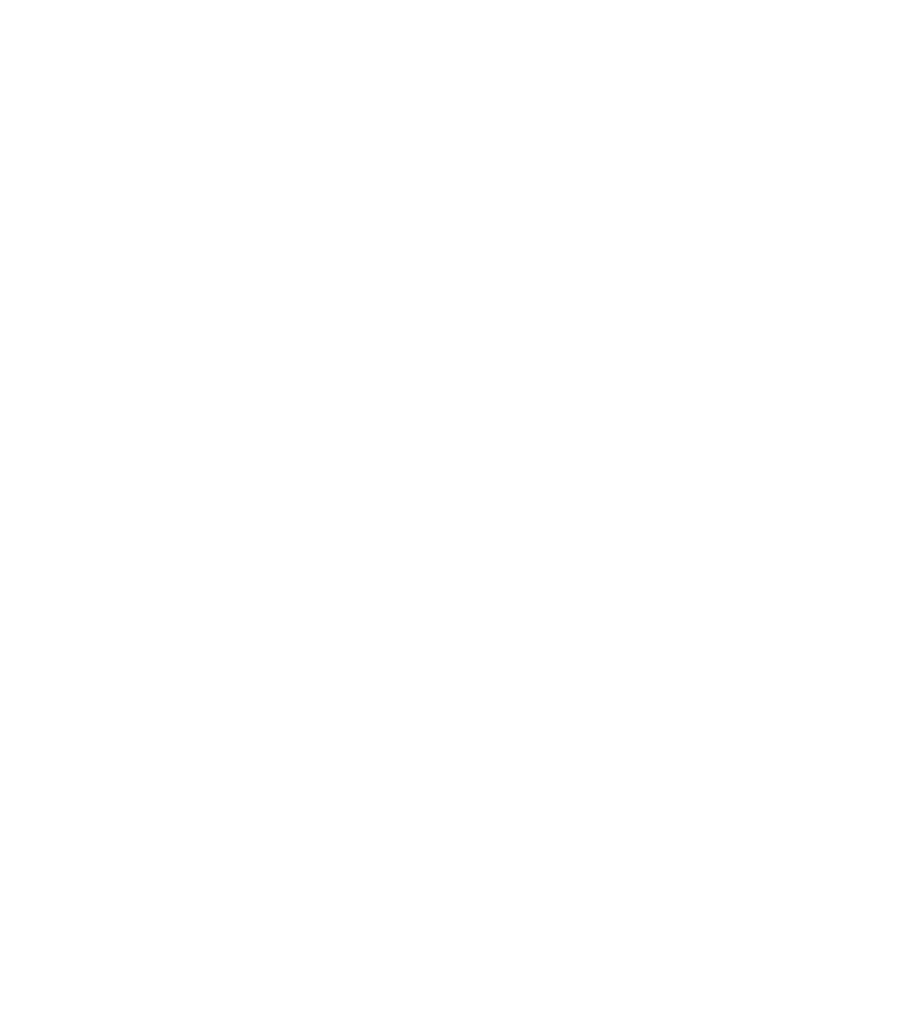
<source format=kicad_pcb>
(kicad_pcb
	(version 20241229)
	(generator "pcbnew")
	(generator_version "9.0")
	(general
		(thickness 1.6)
		(legacy_teardrops no)
	)
	(paper "A4")
	(title_block
		(title "DSP Audio Filter Artwork")
		(date "2025-10-04")
		(rev "A")
		(company "G4ZHZ")
		(comment 1 "Print User-2 layer")
	)
	(layers
		(0 "F.Cu" signal)
		(2 "B.Cu" signal)
		(9 "F.Adhes" user "F.Adhesive")
		(11 "B.Adhes" user "B.Adhesive")
		(13 "F.Paste" user)
		(15 "B.Paste" user)
		(5 "F.SilkS" user "F.Silkscreen")
		(7 "B.SilkS" user "B.Silkscreen")
		(1 "F.Mask" user)
		(3 "B.Mask" user)
		(17 "Dwgs.User" user "User.Drawings")
		(19 "Cmts.User" user "User.Comments")
		(21 "Eco1.User" user "User.Eco1")
		(23 "Eco2.User" user "User.Eco2")
		(25 "Edge.Cuts" user)
		(27 "Margin" user)
		(31 "F.CrtYd" user "F.Courtyard")
		(29 "B.CrtYd" user "B.Courtyard")
		(35 "F.Fab" user)
		(33 "B.Fab" user)
		(39 "User.1" user)
		(41 "User.2" user)
		(43 "User.3" user)
		(45 "User.4" user)
	)
	(setup
		(pad_to_mask_clearance 0)
		(allow_soldermask_bridges_in_footprints no)
		(tenting front back)
		(pcbplotparams
			(layerselection 0x00000000_00000000_55555555_5755f5ff)
			(plot_on_all_layers_selection 0x00000000_00000000_00000000_00000000)
			(disableapertmacros no)
			(usegerberextensions no)
			(usegerberattributes yes)
			(usegerberadvancedattributes yes)
			(creategerberjobfile yes)
			(dashed_line_dash_ratio 12.000000)
			(dashed_line_gap_ratio 3.000000)
			(svgprecision 4)
			(plotframeref no)
			(mode 1)
			(useauxorigin no)
			(hpglpennumber 1)
			(hpglpenspeed 20)
			(hpglpendiameter 15.000000)
			(pdf_front_fp_property_popups yes)
			(pdf_back_fp_property_popups yes)
			(pdf_metadata yes)
			(pdf_single_document no)
			(dxfpolygonmode yes)
			(dxfimperialunits yes)
			(dxfusepcbnewfont yes)
			(psnegative no)
			(psa4output no)
			(plot_black_and_white yes)
			(sketchpadsonfab no)
			(plotpadnumbers no)
			(hidednponfab no)
			(sketchdnponfab yes)
			(crossoutdnponfab yes)
			(subtractmaskfromsilk no)
			(outputformat 1)
			(mirror no)
			(drillshape 1)
			(scaleselection 1)
			(outputdirectory "")
		)
	)
	(net 0 "")
	(gr_line
		(start 125.5 109.5)
		(end 20.5 109.5)
		(stroke
			(width 0.1)
			(type solid)
		)
		(layer "Dwgs.User")
		(uuid "0480ad9f-142c-4a03-8b0b-c5874a5fb631")
	)
	(gr_line
		(start 25 85)
		(end 25 35)
		(stroke
			(width 0.1)
			(type solid)
		)
		(layer "Dwgs.User")
		(uuid "14457db1-7805-4a6e-87fb-d58eb2547011")
	)
	(gr_line
		(start 55.5 152)
		(end 55.5 102)
		(stroke
			(width 0.1)
			(type solid)
		)
		(layer "Dwgs.User")
		(uuid "1970e8a8-d64e-4940-963b-60ffb76a08c7")
	)
	(gr_line
		(start 73.5 85)
		(end 73.5 35)
		(stroke
			(width 0.1)
			(type solid)
		)
		(layer "Dwgs.User")
		(uuid "1e71351e-35a1-435a-8301-440b9de44d64")
	)
	(gr_line
		(start 125 40)
		(end 20 40)
		(stroke
			(width 0.1)
			(type solid)
		)
		(layer "Dwgs.User")
		(uuid "225b5a93-5e43-45b1-a9bc-004cd4c02253")
	)
	(gr_line
		(start 90.5 152)
		(end 90.5 102)
		(stroke
			(width 0.1)
			(type solid)
		)
		(layer "Dwgs.User")
		(uuid "304c28d5-aeb7-4dda-a5ec-3bb9b0920f8c")
	)
	(gr_line
		(start 90 85)
		(end 90 35)
		(stroke
			(width 0.1)
			(type solid)
		)
		(layer "Dwgs.User")
		(uuid "333516a5-9054-49c6-9262-4bfe9fee1ad2")
	)
	(gr_line
		(start 125.5 139.5)
		(end 20.5 139.5)
		(stroke
			(width 0.1)
			(type solid)
		)
		(layer "Dwgs.User")
		(uuid "345abd39-deda-4c20-9076-26251dc0d20f")
	)
	(gr_line
		(start 125.5 134.5)
		(end 20.5 134.5)
		(stroke
			(width 0.1)
			(type solid)
		)
		(layer "Dwgs.User")
		(uuid "3523878b-ed4f-4921-9bd1-141ae5a903b1")
	)
	(gr_circle
		(center 32.5 65)
		(end 40.5 65)
		(stroke
			(width 0.1)
			(type solid)
		)
		(fill no)
		(layer "Dwgs.User")
		(uuid "48510e3b-f995-497f-8854-50e8eed78f49")
	)
	(gr_circle
		(center 89.999999 64.996152)
		(end 95.499999 64.996152)
		(stroke
			(width 0.1)
			(type solid)
		)
		(fill no)
		(layer "Dwgs.User")
		(uuid "4a33190f-f186-4d22-8c65-26341dfe6311")
	)
	(gr_line
		(start 125 50)
		(end 20 50)
		(stroke
			(width 0.1)
			(type solid)
		)
		(layer "Dwgs.User")
		(uuid "5098e4b0-fd87-4a80-b5a2-1330498bc918")
	)
	(gr_line
		(start 125 57)
		(end 20 57)
		(stroke
			(width 0.1)
			(type solid)
		)
		(layer "Dwgs.User")
		(uuid "53a5f49d-7751-45d9-96d0-32a92c58d8b0")
	)
	(gr_line
		(start 106 85)
		(end 106 35)
		(stroke
			(width 0.1)
			(type solid)
		)
		(layer "Dwgs.User")
		(uuid "685c4b33-23fe-4445-8167-b07186147d59")
	)
	(gr_line
		(start 125.5 114.5)
		(end 20.5 114.5)
		(stroke
			(width 0.1)
			(type solid)
		)
		(layer "Dwgs.User")
		(uuid "6af42eaf-2063-4908-b095-26a442b554d2")
	)
	(gr_line
		(start 116 85)
		(end 116 35)
		(stroke
			(width 0.1)
			(type solid)
		)
		(layer "Dwgs.User")
		(uuid "738ead49-a800-4e3e-8f18-8fe49476ce7d")
	)
	(gr_line
		(start 75.5 152)
		(end 75.5 102)
		(stroke
			(width 0.1)
			(type solid)
		)
		(layer "Dwgs.User")
		(uuid "94211fd5-38cb-48c4-8b6e-660fc84b27ae")
	)
	(gr_circle
		(center 73.401924 65)
		(end 78.901924 65)
		(stroke
			(width 0.1)
			(type solid)
		)
		(fill no)
		(layer "Dwgs.User")
		(uuid "9cd43a71-91be-4d20-aab8-e07e937468ed")
	)
	(gr_line
		(start 64 85)
		(end 64 35)
		(stroke
			(width 0.1)
			(type solid)
		)
		(layer "Dwgs.User")
		(uuid "a31b40b4-119a-4c7d-8b91-4bbb1abb620a")
	)
	(gr_circle
		(center 89.999999 64.996152)
		(end 97.999999 64.996152)
		(stroke
			(width 0.1)
			(type solid)
		)
		(fill no)
		(layer "Dwgs.User")
		(uuid "a3882b17-314d-40b3-841c-19ee1a72b567")
	)
	(gr_line
		(start 54 85)
		(end 54 35)
		(stroke
			(width 0.1)
			(type solid)
		)
		(layer "Dwgs.User")
		(uuid "b79c1437-d401-4c04-b598-4820928b4342")
	)
	(gr_line
		(start 125.5 122)
		(end 20.5 122)
		(stroke
			(width 0.1)
			(type solid)
		)
		(layer "Dwgs.User")
		(uuid "c1a0820e-2d62-49f0-9496-1cf3467d4aac")
	)
	(gr_line
		(start 32.5 85)
		(end 32.5 35)
		(stroke
			(width 0.1)
			(type solid)
		)
		(layer "Dwgs.User")
		(uuid "c2b83d78-d062-45f0-800a-0cae98f0f567")
	)
	(gr_line
		(start 35.5 152)
		(end 35.5 102)
		(stroke
			(width 0.1)
			(type solid)
		)
		(layer "Dwgs.User")
		(uuid "d371a9dc-7cb6-47a5-901e-d3615d076cac")
	)
	(gr_circle
		(center 32.5 65)
		(end 38 65)
		(stroke
			(width 0.1)
			(type solid)
		)
		(fill no)
		(layer "Dwgs.User")
		(uuid "d70d6208-f7b2-4cf4-a02c-74f3023c23ca")
	)
	(gr_circle
		(center 73.401924 65)
		(end 81.401924 65)
		(stroke
			(width 0.1)
			(type solid)
		)
		(fill no)
		(layer "Dwgs.User")
		(uuid "e68cb1be-bca9-48a5-966f-9fddc3e77ce0")
	)
	(gr_line
		(start 125.5 127)
		(end 20.5 127)
		(stroke
			(width 0.1)
			(type solid)
		)
		(layer "Dwgs.User")
		(uuid "ea697b79-4da9-4960-9698-99e827a18635")
	)
	(gr_line
		(start 125 45)
		(end 20 45)
		(stroke
			(width 0.1)
			(type solid)
		)
		(layer "Dwgs.User")
		(uuid "ee145430-e095-4480-85a5-4ab08963f013")
	)
	(gr_line
		(start 44 85)
		(end 44 35)
		(stroke
			(width 0.1)
			(type solid)
		)
		(layer "Dwgs.User")
		(uuid "ef4d93b9-9d44-4ddf-9f20-00179de3fcaa")
	)
	(gr_line
		(start 105.5 152)
		(end 105.5 102)
		(stroke
			(width 0.1)
			(type solid)
		)
		(layer "Dwgs.User")
		(uuid "f6118145-63a0-460e-88aa-19a0b1b898e2")
	)
	(gr_line
		(start 73.5 65)
		(end 73.5 57.5)
		(stroke
			(width 0.3)
			(type solid)
		)
		(layer "User.2")
		(uuid "07f6c009-22ed-4207-8309-3873dd5d29f4")
	)
	(gr_line
		(start 89.999999 64.996152)
		(end 96.495196 61.246163)
		(stroke
			(width 0.3)
			(type solid)
		)
		(layer "User.2")
		(uuid "0d425a9b-6ce6-4cd8-b269-22309c9300bf")
	)
	(gr_line
		(start 89.999999 64.996152)
		(end 96.49519 68.746152)
		(stroke
			(width 0.3)
			(type solid)
		)
		(layer "User.2")
		(uuid "10c50d2f-b99d-4371-8b25-0c9a3764b443")
	)
	(gr_line
		(start 32.5 65)
		(end 26.004809 61.25)
		(stroke
			(width 0.3)
			(type solid)
		)
		(layer "User.2")
		(uuid "1b5aabef-f0cb-4ded-8c72-c44f0f92ecfd")
	)
	(gr_line
		(start 32.5 65)
		(end 38.995191 68.75)
		(stroke
			(width 0.3)
			(type solid)
		)
		(layer "User.2")
		(uuid "2a2617e1-7b52-4cb6-ba60-050d55650d95")
	)
	(gr_line
		(start 32.5 65)
		(end 28.750011 71.495197)
		(stroke
			(width 0.3)
			(type solid)
		)
		(layer "User.2")
		(uuid "32ef27d1-f241-4307-a2d4-b3c8deb4de41")
	)
	(gr_line
		(start 32.5 65)
		(end 25 65)
		(stroke
			(width 0.3)
			(type solid)
		)
		(layer "User.2")
		(uuid "36c27ae6-8d91-4ddc-ac7b-5674ad517d66")
	)
	(gr_circle
		(center 35.5 137.5)
		(end 32.5 137.5)
		(stroke
			(width 0.3)
			(type solid)
		)
		(fill no)
		(layer "User.2")
		(uuid "3f553b5b-cc93-4ba3-8e1d-d26a1af6ffd3")
	)
	(gr_line
		(start 73.5 65)
		(end 67.004809 61.25)
		(stroke
			(width 0.3)
			(type solid)
		)
		(layer "User.2")
		(uuid "46063969-3605-4241-b4c5-b26182a077f4")
	)
	(gr_line
		(start 32.5 65)
		(end 28.750011 58.504803)
		(stroke
			(width 0.3)
			(type solid)
		)
		(layer "User.2")
		(uuid "4969f3ef-f4d8-49a0-92e8-a244755530bc")
	)
	(gr_line
		(start 32.5 65)
		(end 26.004816 68.750011)
		(stroke
			(width 0.3)
			(type solid)
		)
		(layer "User.2")
		(uuid "4a2b95cc-7255-4618-83ca-a522a8ffdaf7")
	)
	(gr_rect
		(start 20.5 102)
		(end 125.5 152)
		(stroke
			(width 0.1)
			(type solid)
		)
		(fill no)
		(layer "User.2")
		(uuid "4ebc0a32-e460-4137-abf5-8a06ddd266de")
	)
	(gr_line
		(start 89.999999 64.996152)
		(end 83.504808 61.246152)
		(stroke
			(width 0.3)
			(type solid)
		)
		(layer "User.2")
		(uuid "5032a9df-73aa-4731-a7d0-9a8d3ab0f6a2")
	)
	(gr_line
		(start 116 45)
		(end 116 47)
		(stroke
			(width 0.5)
			(type solid)
		)
		(layer "User.2")
		(uuid "68edb950-26bb-4fa8-b323-2fcb06aef335")
	)
	(gr_line
		(start 89.999999 64.996152)
		(end 97.499999 64.996152)
		(stroke
			(width 0.3)
			(type solid)
		)
		(layer "User.2")
		(uuid "709c0e44-85cd-4d5e-9f90-aca61faba5f5")
	)
	(gr_line
		(start 73.5 65)
		(end 77.250011 71.495184)
		(stroke
			(width 0.3)
			(type solid)
		)
		(layer "User.2")
		(uuid "710b4aa2-29c6-42ee-ba17-2bd364f6c71a")
	)
	(gr_line
		(start 32.5 65)
		(end 36.250011 58.504816)
		(stroke
			(width 0.3)
			(type solid)
		)
		(layer "User.2")
		(uuid "749c2109-2862-434b-8dee-a42788afecc4")
	)
	(gr_line
		(start 89.999999 64.996152)
		(end 82.499999 64.996152)
		(stroke
			(width 0.3)
			(type solid)
		)
		(layer "User.2")
		(uuid "7c338433-0c54-43c0-b1d9-836c582a4728")
	)
	(gr_line
		(start 89.999999 64.996152)
		(end 89.999999 57.496152)
		(stroke
			(width 0.3)
			(type solid)
		)
		(layer "User.2")
		(uuid "87cce3e9-ce4f-4759-8cff-b85bcb299551")
	)
	(gr_line
		(start 73.5 65)
		(end 67.004816 68.750011)
		(stroke
			(width 0.3)
			(type solid)
		)
		(layer "User.2")
		(uuid "894ed186-dc65-447c-b31f-d57e6854496d")
	)
	(gr_line
		(start 73.5 65)
		(end 79.995191 68.75)
		(stroke
			(width 0.3)
			(type solid)
		)
		(layer "User.2")
		(uuid "92a22721-dcc8-4694-8081-f35aa3c730bd")
	)
	(gr_rect
		(start 20 35)
		(end 125 85)
		(stroke
			(width 0.1)
			(type solid)
		)
		(fill no)
		(layer "User.2")
		(uuid "92aef685-f4bf-4f6c-9d66-e7c912878815")
	)
	(gr_line
		(start 32.5 65)
		(end 32.5 57.5)
		(stroke
			(width 0.3)
			(type solid)
		)
		(layer "User.2")
		(uuid "9a308aa9-be91-4fa2-9338-13e85f374288")
	)
	(gr_line
		(start 32.5 65)
		(end 38.995197 61.250011)
		(stroke
			(width 0.3)
			(type solid)
		)
		(layer "User.2")
		(uuid "9c1ef145-5138-408a-b8fa-c141941a8bcc")
	)
	(gr_line
		(start 73.5 65)
		(end 79.995197 61.250011)
		(stroke
			(width 0.3)
			(type solid)
		)
		(layer "User.2")
		(uuid "9dfe959c-8757-4a8a-a3a8-d08867cd2807")
	)
	(gr_line
		(start 89.999999 64.996152)
		(end 86.249999 71.491343)
		(stroke
			(width 0.3)
			(type solid)
		)
		(layer "User.2")
		(uuid "a1132732-ab31-4c6f-b469-40e14b242fb0")
	)
	(gr_line
		(start 32.5 65)
		(end 36.250011 71.495184)
		(stroke
			(width 0.3)
			(type solid)
		)
		(layer "User.2")
		(uuid "a1214cb6-0191-4269-89fb-a7b483a4994c")
	)
	(gr_line
		(start 32.5 65)
		(end 40 65)
		(stroke
			(width 0.3)
			(type solid)
		)
		(layer "User.2")
		(uuid "a3924785-e950-4eb8-bc3e-bb2a0a070265")
	)
	(gr_line
		(start 37 137.5)
		(end 34 137.5)
		(stroke
			(width 0.2)
			(type solid)
		)
		(layer "User.2")
		(uuid "b7455ad0-502e-4fb5-b8aa-347882a8911e")
	)
	(gr_line
		(start 89.999999 64.996152)
		(end 93.75001 58.500968)
		(stroke
			(width 0.3)
			(type solid)
		)
		(layer "User.2")
		(uuid "c0913d75-8229-4443-88b0-c52a00a65990")
	)
	(gr_line
		(start 73.5 65)
		(end 69.75 71.495191)
		(stroke
			(width 0.3)
			(type solid)
		)
		(layer "User.2")
		(uuid "cb2fe228-7403-4e25-8911-42e9c337019b")
	)
	(gr_line
		(start 73.5 65)
		(end 66 65)
		(stroke
			(width 0.3)
			(type solid)
		)
		(layer "User.2")
		(uuid "cc1c44a6-5508-4a30-af2f-1c032857bfa8")
	)
	(gr_line
		(start 35.5 136)
		(end 35.5 139)
		(stroke
			(width 0.2)
			(type solid)
		)
		(layer "User.2")
		(uuid "cfb38c04-10c5-49cc-8051-16fa4cf3562e")
	)
	(gr_line
		(start 89.999999 64.996152)
		(end 86.25001 58.500955)
		(stroke
			(width 0.3)
			(type solid)
		)
		(layer "User.2")
		(uuid "d1b8cac1-ad5f-4b35-b17c-549a96a4a1d2")
	)
	(gr_line
		(start 73.5 65)
		(end 69.750011 58.504803)
		(stroke
			(width 0.3)
			(type solid)
		)
		(layer "User.2")
		(uuid "dcc1c672-e190-47cb-9b01-d64a294b2cfd")
	)
	(gr_line
		(start 89.999999 64.996152)
		(end 83.504815 68.746163)
		(stroke
			(width 0.3)
			(type solid)
		)
		(layer "User.2")
		(uuid "dda9ce48-a694-4cae-afdb-7830bc30cdbc")
	)
	(gr_circle
		(center 35.5 137.5)
		(end 34 137.5)
		(stroke
			(width 0.3)
			(type solid)
		)
		(fill no)
		(layer "User.2")
		(uuid "e1493c45-074e-4e59-a738-821c84f3ca25")
	)
	(gr_line
		(start 89.999999 64.996152)
		(end 93.75001 71.491336)
		(stroke
			(width 0.3)
			(type solid)
		)
		(layer "User.2")
		(uuid "f0fd138c-6c5a-4d77-9dbc-aed7bf567bb8")
	)
	(gr_line
		(start 73.5 65)
		(end 81 65)
		(stroke
			(width 0.3)
			(type solid)
		)
		(layer "User.2")
		(uuid "f2ac6133-2102-4b91-a66e-f44df23a3cf0")
	)
	(gr_line
		(start 73.5 65)
		(end 77.250011 58.504816)
		(stroke
			(width 0.3)
			(type solid)
		)
		(layer "User.2")
		(uuid "f307ae46-7a62-4e04-8462-e4fb5f5a0023")
	)
	(gr_circle
		(center 105.5 127)
		(end 102.5 127)
		(stroke
			(width 0.1)
			(type solid)
		)
		(fill no)
		(layer "User.3")
		(uuid "09d15be2-42f3-49db-bee9-bce032f99aa3")
	)
	(gr_circle
		(center 55.5 114.5)
		(end 52.5 114.5)
		(stroke
			(width 0.1)
			(type solid)
		)
		(fill no)
		(layer "User.3")
		(uuid "0c355870-c394-4504-b8de-32dbb4961a76")
	)
	(gr_circle
		(center 116 43)
		(end 114.75 43)
		(stroke
			(width 0.1)
			(type solid)
		)
		(fill no)
		(layer "User.3")
		(uuid "172d84cc-51d5-49e8-b0d8-3f7f423c9cc4")
	)
	(gr_circle
		(center 106 50)
		(end 103.5 50)
		(stroke
			(width 0.1)
			(type solid)
		)
		(fill no)
		(layer "User.3")
		(uuid "243b72da-d53b-453f-8110-334bcf10f74f")
	)
	(gr_circle
		(center 32.5 50)
		(end 33.75 50)
		(stroke
			(width 0.1)
			(type solid)
		)
		(fill no)
		(layer "User.3")
		(uuid "4d9f7983-46b1-4ceb-9a2d-987554808c7b")
	)
	(gr_circle
		(center 55.5 139.5)
		(end 52.25 139.5)
		(stroke
			(width 0.1)
			(type solid)
		)
		(fill no)
		(layer "User.3")
		(uuid "50f3a6e7-7e4c-4c19-a5b3-603cf49c625a")
	)
	(gr_circle
		(center 90.5 127)
		(end 87.5 127)
		(stroke
			(width 0.1)
			(type solid)
		)
		(fill no)
		(layer "User.3")
		(uuid "7862aca5-de68-4f9d-bc5e-ce5565ba59e1")
	)
	(gr_circle
		(center 32.5 65)
		(end 28.75 65)
		(stroke
			(width 0.1)
			(type solid)
		)
		(fill no)
		(layer "User.3")
		(uuid "7a709126-45a5-41fd-b6a2-08d69b7258ec")
	)
	(gr_circle
		(center 64 50)
		(end 61.5 50)
		(stroke
			(width 0.1)
			(type solid)
		)
		(fill no)
		(layer "User.3")
		(uuid "8ca64baf-a2fb-4bb1-b225-3f601a74ddbd")
	)
	(gr_circle
		(center 75.5 127)
		(end 72.5 127)
		(stroke
			(width 0.1)
			(type solid)
		)
		(fill no)
		(layer "User.3")
		(uuid "966cf84d-362b-42fa-ae05-414a41e253ae")
	)
	(gr_circle
		(center 73.5 65)
		(end 69.75 65)
		(stroke
			(width 0.1)
			(type solid)
		)
		(fill no)
		(layer "User.3")
		(uuid "acd9941b-f0fb-4748-8f83-9c9e513dba43")
	)
	(gr_circle
		(center 116 50)
		(end 113.5 50)
		(stroke
			(width 0.1)
			(type solid)
		)
		(fill no)
		(layer "User.3")
		(uuid "b80cef6b-f5af-4713-8e38-c29da992c4b4")
	)
	(gr_circle
		(center 44 50)
		(end 41.5 50)
		(stroke
			(width 0.1)
			(type solid)
		)
		(fill no)
		(layer "User.3")
		(uuid "c191cb77-3ab4-4251-84e2-4833ceaea0ca")
	)
	(gr_circle
		(center 90 64.996152)
		(end 86.25 64.996152)
		(stroke
			(width 0.1)
			(type solid)
		)
		(fill no)
		(layer "User.3")
		(uuid "d9010235-7284-452e-85d9-46c7813c3077")
	)
	(gr_circle
		(center 54 50)
		(end 51.5 50)
		(stroke
			(width 0.1)
			(type solid)
		)
		(fill no)
		(layer "User.3")
		(uuid "dd57fc06-29a1-4172-9d9e-1d5433ffcb25")
	)
	(gr_circle
		(center 55.5 127)
		(end 52.5 127)
		(stroke
			(width 0.1)
			(type solid)
		)
		(fill no)
		(layer "User.3")
		(uuid "fba80e3f-8435-4987-827b-a1bce029710d")
	)
	(gr_circle
		(center 35.5 127)
		(end 31.5 127)
		(stroke
			(width 0.1)
			(type solid)
		)
		(fill no)
		(layer "User.3")
		(uuid "fc84b755-b46d-408b-a1a7-b0b715bf0784")
	)
	(gr_rect
		(start 20 35)
		(end 125 85)
		(stroke
			(width 0.5)
			(type solid)
		)
		(fill no)
		(layer "User.4")
		(uuid "7e18166a-68b7-45af-ac91-d3862525e783")
	)
	(gr_rect
		(start 20.5 102)
		(end 125.5 152)
		(stroke
			(width 0.5)
			(type solid)
		)
		(fill no)
		(layer "User.4")
		(uuid "adc4bd20-635c-43e7-bd4d-d3966a8d06fa")
	)
	(gr_text "30"
		(at 33.5 57.5 0)
		(layer "User.2")
		(uuid "0ba3deaf-02ba-41b9-b2b4-b89a325f10a1")
		(effects
			(font
				(face "Arial Narrow")
				(size 1.5 1.5)
				(thickness 0.15)
			)
			(justify left bottom mirror)
		)
		(render_cache "30" 0
			(polygon
				(pts
					(xy 33.430299 56.846395) (xy 33.278624 56.82881) (xy 33.249473 56.945224) (xy 33.210169 57.024475)
					(xy 33.162865 57.075941) (xy 33.107103 57.105783) (xy 33.039846 57.116039) (xy 32.974762 57.106583)
					(xy 32.915723 57.078263) (xy 32.860602 57.028753) (xy 32.81937 56.966615) (xy 32.793811 56.892254)
					(xy 32.784765 56.802431) (xy 32.79316 56.717802) (xy 32.816724 56.648737) (xy 32.854466 56.591955)
					(xy 32.905223 56.54718) (xy 32.961526 56.521113) (xy 33.025558 56.512271) (xy 33.070647 56.51682)
					(xy 33.13217 56.532787) (xy 33.114676 56.371587) (xy 33.091137 56.373694) (xy 33.019431 56.365664)
					(xy 32.95988 56.342823) (xy 32.909787 56.305458) (xy 32.871716 56.255993) (xy 32.848348 56.196201)
					(xy 32.840086 56.123101) (xy 32.847088 56.055434) (xy 32.866792 56.000144) (xy 32.898521 55.954573)
					(xy 32.940769 55.918897) (xy 32.987659 55.898016) (xy 33.040945 55.890917) (xy 33.096061 55.898374)
					(xy 33.144475 55.920315) (xy 33.18804 55.95787) (xy 33.220991 56.00594) (xy 33.246944 56.071878)
					(xy 33.264336 56.160561) (xy 33.414911 56.12539) (xy 33.394449 56.029706) (xy 33.365568 55.951348)
					(xy 33.329252 55.887591) (xy 33.28586 55.836237) (xy 33.214002 55.781823) (xy 33.133956 55.749548)
					(xy 33.04296 55.73851) (xy 32.970489 55.745508) (xy 32.904923 55.765986) (xy 32.844738 55.800034)
					(xy 32.788886 55.848877) (xy 32.743542 55.906989) (xy 32.711164 55.971708) (xy 32.691279 56.044324)
					(xy 32.684381 56.126581) (xy 32.689563 56.193475) (xy 32.704557 56.253343) (xy 32.728986 56.307382)
					(xy 32.762612 56.356093) (xy 32.803863 56.397075) (xy 32.853458 56.430938) (xy 32.785083 56.458552)
					(xy 32.73155 56.498349) (xy 32.689103 56.551489) (xy 32.653698 56.624012) (xy 32.631642 56.705648)
					(xy 32.623931 56.799684) (xy 32.632107 56.901487) (xy 32.655525 56.990252) (xy 32.693341 57.06825)
					(xy 32.745839 57.137197) (xy 32.811192 57.195634) (xy 32.880775 57.236075) (xy 32.95575 57.260233)
					(xy 33.037831 57.268447) (xy 33.114414 57.261161) (xy 33.183528 57.239877) (xy 33.246778 57.20457)
					(xy 33.305277 57.15405) (xy 33.352863 57.093963) (xy 33.389723 57.023842) (xy 33.415809 56.94203)
				)
			)
			(polygon
				(pts
					(xy 32.147552 55.746332) (xy 32.213921 55.768957) (xy 32.27281 55.806319) (xy 32.325513 55.859919)
					(xy 32.372422 55.932683) (xy 32.412978 56.02886) (xy 32.445065 56.152218) (xy 32.466485 56.30847)
					(xy 32.474363 56.504028) (xy 32.465102 56.725382) (xy 32.440656 56.890681) (xy 32.405306 57.011221)
					(xy 32.362164 57.096805) (xy 32.299069 57.174873) (xy 32.230981 57.227286) (xy 32.156688 57.258029)
					(xy 32.073743 57.268447) (xy 31.997408 57.260589) (xy 31.930808 57.237881) (xy 31.871847 57.200416)
					(xy 31.819209 57.146703) (xy 31.7725 57.073816) (xy 31.732073 56.977368) (xy 31.700133 56.854082)
					(xy 31.67884 56.698386) (xy 31.671017 56.504028) (xy 31.671042 56.503478) (xy 31.826814 56.503478)
					(xy 31.832928 56.69687) (xy 31.848708 56.834518) (xy 31.870781 56.928805) (xy 31.896515 56.990468)
					(xy 31.936829 57.049418) (xy 31.978569 57.08745) (xy 32.022313 57.108938) (xy 32.069622 57.116039)
					(xy 32.120204 57.108829) (xy 32.16612 57.087254) (xy 32.209009 57.049606) (xy 32.249507 56.992025)
					(xy 32.275328 56.931027) (xy 32.297548 56.836961) (xy 32.313479 56.698722) (xy 32.319665 56.503478)
					(xy 32.313598 56.310059) (xy 32.297937 56.172401) (xy 32.276036 56.078125) (xy 32.250514 56.016489)
					(xy 32.210416 55.957452) (xy 32.168985 55.919435) (xy 32.125655 55.897994) (xy 32.078872 55.890917)
					(xy 32.027219 55.898166) (xy 31.980646 55.919776) (xy 31.937481 55.957309) (xy 31.897064 56.014474)
					(xy 31.871243 56.075177) (xy 31.848994 56.169117) (xy 31.833022 56.307546) (xy 31.826814 56.503478)
					(xy 31.671042 56.503478) (xy 31.680793 56.286375) (xy 31.706994 56.118419) (xy 31.745651 55.990927)
					(xy 31.793933 55.895863) (xy 31.851055 55.825354) (xy 31.915245 55.777203) (xy 31.987885 55.748422)
					(xy 32.071637 55.73851)
				)
			)
		)
	)
	(gr_text "WPM"
		(at 32.5 55.5 0)
		(layer "User.2")
		(uuid "0d0f60e1-290b-425b-91b6-18d6b1e0e266")
		(effects
			(font
				(face "Arial Narrow")
				(size 2 2)
				(thickness 0.15)
			)
			(justify bottom mirror)
		)
		(render_cache "WPM" 0
			(polygon
				(pts
					(xy 34.83667 55.16) (xy 35.272521 53.159162) (xy 35.049772 53.159162) (xy 34.799789 54.470746)
					(xy 34.730058 54.880219) (xy 34.656297 54.510314) (xy 34.343422 53.159162) (xy 34.081105 53.159162)
					(xy 33.846143 54.171915) (xy 33.77008 54.538839) (xy 33.717671 54.880219) (xy 33.637071 54.444856)
					(xy 33.378907 53.159162) (xy 33.160309 53.159162) (xy 33.611181 55.16) (xy 33.820131 55.16) (xy 34.1672 53.635436)
					(xy 34.219102 53.400718) (xy 34.266973 53.635436) (xy 34.615264 55.16)
				)
			)
			(polygon
				(pts
					(xy 32.959419 55.16) (xy 32.742165 55.16) (xy 32.742165 54.347159) (xy 32.321335 54.347159) (xy 32.150104 54.334242)
					(xy 32.018891 54.299334) (xy 31.919188 54.246376) (xy 31.844573 54.176556) (xy 31.785893 54.088142)
					(xy 31.742945 53.986796) (xy 31.716035 53.870197) (xy 31.707339 53.746322) (xy 31.930546 53.746322)
					(xy 31.942301 53.865417) (xy 31.974141 53.954768) (xy 32.023481 54.021461) (xy 32.091386 54.069216)
					(xy 32.186309 54.100803) (xy 32.317183 54.112686) (xy 32.742165 54.112686) (xy 32.742165 53.393635)
					(xy 32.321335 53.393635) (xy 32.165336 53.403407) (xy 32.087106 53.425265) (xy 32.029025 53.467995)
					(xy 31.976342 53.541891) (xy 31.94262 53.632753) (xy 31.930546 53.746322) (xy 31.707339 53.746322)
					(xy 31.706576 53.735453) (xy 31.716767 53.601072) (xy 31.745562 53.48709) (xy 31.791328 53.389972)
					(xy 31.855385 53.304719) (xy 31.93051 53.241338) (xy 32.018107 53.197386) (xy 32.136468 53.170498)
					(xy 32.340508 53.159162) (xy 32.959419 53.159162)
				)
			)
			(polygon
				(pts
					(xy 31.436321 55.16) (xy 31.436321 53.159162) (xy 31.109768 53.159162) (xy 30.720445 54.575893)
					(xy 30.642532 54.872037) (xy 30.555093 54.551346) (xy 30.161618 53.159162) (xy 29.869137 53.159162)
					(xy 29.869137 55.16) (xy 30.078209 55.16) (xy 30.078209 53.485348) (xy 30.556436 55.16) (xy 30.75183 55.16)
					(xy 31.227249 53.446392) (xy 31.227249 55.16)
				)
			)
		)
	)
	(gr_text "ON"
		(at 116 56.5 0)
		(layer "User.2")
		(uuid "1af32062-1636-4050-8e20-b224b53d2f0f")
		(effects
			(font
				(face "Arial Narrow")
				(size 2 2)
				(thickness 0.15)
			)
			(justify bottom mirror)
		)
		(render_cache "ON" 0
			(polygon
				(pts
					(xy 116.9489 54.138964) (xy 117.068409 54.171358) (xy 117.179071 54.224944) (xy 117.282549 54.300983)
					(xy 117.379849 54.402062) (xy 117.456236 54.512729) (xy 117.518113 54.643066) (xy 117.564788 54.796168)
					(xy 117.594659 54.975759) (xy 117.605285 55.186081) (xy 117.591879 55.386903) (xy 117.5532 55.566801)
					(xy 117.490653 55.728881) (xy 117.404395 55.875701) (xy 117.307055 55.99246) (xy 117.201453 56.079806)
					(xy 117.086532 56.141244) (xy 116.960236 56.178475) (xy 116.819678 56.191263) (xy 116.679895 56.17878)
					(xy 116.554043 56.142429) (xy 116.439343 56.082479) (xy 116.333788 55.997383) (xy 116.236304 55.883883)
					(xy 116.151043 55.740912) (xy 116.087964 55.5756) (xy 116.048133 55.384069) (xy 116.034071 55.161657)
					(xy 116.034432 55.155551) (xy 116.258164 55.155551) (xy 116.270196 55.358391) (xy 116.303273 55.522306)
					(xy 116.353893 55.65406) (xy 116.420097 55.759319) (xy 116.508611 55.851477) (xy 116.603605 55.91449)
					(xy 116.706792 55.95189) (xy 116.821021 55.964605) (xy 116.932483 55.952127) (xy 117.034169 55.915267)
					(xy 117.128768 55.852904) (xy 117.217916 55.761395) (xy 117.285638 55.656707) (xy 117.336593 55.529617)
					(xy 117.369398 55.375679) (xy 117.381192 55.189501) (xy 117.369004 54.970267) (xy 117.33592 54.797493)
					(xy 117.286097 54.662674) (xy 117.222068 54.558621) (xy 117.134918 54.467562) (xy 117.039788 54.404876)
					(xy 116.934832 54.367387) (xy 116.816991 54.354556) (xy 116.717932 54.364847) (xy 116.624534 54.395549)
					(xy 116.534891 54.447735) (xy 116.456386 54.516284) (xy 116.392141 54.598425) (xy 116.34145 54.695886)
					(xy 116.296117 54.833304) (xy 116.267944 54.985765) (xy 116.258164 55.155551) (xy 116.034432 55.155551)
					(xy 116.04666 54.948627) (xy 116.082296 54.764827) (xy 116.138607 54.606004) (xy 116.219196 54.458868)
					(xy 116.313639 54.341671) (xy 116.422173 54.250387) (xy 116.546081 54.182178) (xy 116.677268 54.141607)
					(xy 116.818335 54.127899)
				)
			)
			(polygon
				(pts
					(xy 115.764793 56.16) (xy 115.764793 54.159162) (xy 115.542044 54.159162) (xy 114.678523 55.734406)
					(xy 114.678523 54.159162) (xy 114.470917 54.159162) (xy 114.470917 56.16) (xy 114.693666 56.16)
					(xy 115.555721 54.587198) (xy 115.555721 56.16)
				)
			)
		)
	)
	(gr_text "15"
		(at 42.5 66 0)
		(layer "User.2")
		(uuid "240f96a6-7be7-4912-9fb7-6dfa5e181b92")
		(effects
			(font
				(face "Arial Narrow")
				(size 1.5 1.5)
				(thickness 0.15)
			)
			(justify left bottom mirror)
		)
		(render_cache "15" 0
			(polygon
				(pts
					(xy 41.86161 65.745) (xy 42.013285 65.745) (xy 42.013285 64.572634) (xy 42.071763 64.632352) (xy 42.153694 64.698388)
					(xy 42.241418 64.756608) (xy 42.315535 64.795383) (xy 42.315535 64.619528) (xy 42.197572 64.538845)
					(xy 42.094709 64.442483) (xy 42.034586 64.369868) (xy 41.990419 64.30212) (xy 41.959979 64.23851)
					(xy 41.86161 64.23851)
				)
			)
			(polygon
				(pts
					(xy 41.474363 65.346395) (xy 41.315544 65.334672) (xy 41.296352 65.427326) (xy 41.268015 65.496251)
					(xy 41.232104 65.546522) (xy 41.185215 65.585873) (xy 41.135363 65.608487) (xy 41.080887 65.616039)
					(xy 41.013708 65.605528) (xy 40.952667 65.573829) (xy 40.895416 65.51767) (xy 40.853863 65.448039)
					(xy 40.827231 65.360106) (xy 40.817563 65.249034) (xy 40.826977 65.144851) (xy 40.852758 65.063798)
					(xy 40.892851 65.000822) (xy 40.947928 64.951414) (xy 41.010084 64.922493) (xy 41.081895 64.91262)
					(xy 41.148153 64.922023) (xy 41.21058 64.950539) (xy 41.263787 64.995363) (xy 41.305286 65.056051)
					(xy 41.447801 65.033612) (xy 41.327909 64.261957) (xy 40.716172 64.261957) (xy 40.716172 64.43195)
					(xy 41.206917 64.43195) (xy 41.273595 64.843743) (xy 41.196497 64.789432) (xy 41.11961 64.75858)
					(xy 41.040954 64.748489) (xy 40.96697 64.75652) (xy 40.898477 64.780352) (xy 40.83385 64.820762)
					(xy 40.772042 64.880013) (xy 40.72374 64.948412) (xy 40.688173 65.02869) (xy 40.665703 65.123099)
					(xy 40.657737 65.234471) (xy 40.665309 65.343508) (xy 40.687214 65.441616) (xy 40.722772 65.530477)
					(xy 40.772042 65.61146) (xy 40.835109 65.68107) (xy 40.906019 65.729283) (xy 40.986368 65.758385)
					(xy 41.078872 65.768447) (xy 41.156658 65.761265) (xy 41.226593 65.740339) (xy 41.290289 65.705762)
					(xy 41.348883 65.656523) (xy 41.396383 65.597628) (xy 41.433372 65.527672) (xy 41.459696 65.444745)
				)
			)
		)
	)
	(gr_text "G4ZHZ DSP AUDIO FILTER/KEYER"
		(at 123 82.5 0)
		(layer "User.2")
		(uuid "2b3c0f7d-a715-4883-afd8-c3c798fe8fc7")
		(effects
			(font
				(face "Arial Narrow")
				(size 3 3)
				(thickness 0.375)
				(italic yes)
			)
			(justify left bottom mirror)
		)
		(render_cache "G4ZHZ DSP AUDIO FILTER/KEYER" 0
			(polygon
				(pts
					(xy 121.590047 80.80591) (xy 121.532711 80.465924) (xy 120.452669 80.465924) (xy 120.66168 81.689214)
					(xy 120.885763 81.833228) (xy 121.136121 81.944021) (xy 121.39675 82.014457) (xy 121.639139 82.036894)
					(xy 121.848188 82.021041) (xy 122.025331 81.976263) (xy 122.17607 81.90513) (xy 122.304663 81.80796)
					(xy 122.413817 81.682803) (xy 122.520708 81.50111) (xy 122.599293 81.29428) (xy 122.64858 81.058078)
					(xy 122.665875 80.787409) (xy 122.652836 80.514917) (xy 122.61473 80.26091) (xy 122.552655 80.023354)
					(xy 122.467123 79.800423) (xy 122.354827 79.582486) (xy 122.234506 79.404806) (xy 122.106702 79.262117)
					(xy 121.971249 79.150127) (xy 121.817643 79.058471) (xy 121.65799 78.993841) (xy 121.490607 78.954987)
					(xy 121.313442 78.941849) (xy 121.104286 78.961077) (xy 120.921977 79.016379) (xy 120.761298 79.1066)
					(xy 120.618632 79.233841) (xy 120.513137 79.382892) (xy 120.426447 79.585761) (xy 120.362543 79.856294)
					(xy 120.686226 79.891465) (xy 120.738105 79.691291) (xy 120.812359 79.539152) (xy 120.906594 79.42545)
					(xy 121.025876 79.339968) (xy 121.163804 79.288148) (xy 121.325715 79.270111) (xy 121.49239 79.288519)
					(xy 121.653515 79.344137) (xy 121.81243 79.440104) (xy 121.949053 79.566436) (xy 122.073958 79.738054)
					(xy 122.186488 79.964188) (xy 122.265013 80.204611) (xy 122.314526 80.479242) (xy 122.331934 80.793454)
					(xy 122.317663 81.031949) (xy 122.278785 81.22076) (xy 122.219866 81.369046) (xy 122.14344 81.484417)
					(xy 122.041425 81.58241) (xy 121.925769 81.651573) (xy 121.793724 81.693899) (xy 121.641154 81.708632)
					(xy 121.488275 81.694443) (xy 121.324201 81.649911) (xy 121.145937 81.570753) (xy 120.950558 81.451078)
					(xy 120.839916 80.80591)
				)
			)
			(polygon
				(pts
					(xy 120.09986 80.860682) (xy 120.163424 81.227962) (xy 119.15922 81.227962) (xy 119.290378 81.99)
					(xy 118.987028 81.99) (xy 118.85587 81.227962) (xy 118.507458 81.227962) (xy 118.452137 80.899699)
					(xy 118.798534 80.899699) (xy 118.583227 79.644902) (xy 118.88866 79.644902) (xy 119.1017 80.899699)
					(xy 119.804754 80.899699) (xy 118.88866 79.644902) (xy 118.583227 79.644902) (xy 118.470638 78.988743)
					(xy 118.720682 78.988743)
				)
			)
			(polygon
				(pts
					(xy 118.323176 81.99) (xy 118.292402 81.679506) (xy 116.800383 79.511362) (xy 116.652922 79.305282)
					(xy 116.898935 79.328729) (xy 117.974764 79.328729) (xy 117.915413 78.988743) (xy 116.216582 78.988743)
					(xy 116.245158 79.301252) (xy 117.567001 81.207629) (xy 117.876395 81.650013) (xy 117.795308 81.632476)
					(xy 117.710432 81.626566) (xy 116.437866 81.626566) (xy 116.497217 81.99)
				)
			)
			(polygon
				(pts
					(xy 116.16236 81.99) (xy 115.647984 78.988743) (xy 115.318073 78.988743) (xy 115.531114 80.231451)
					(xy 114.254335 80.231451) (xy 114.041294 78.988743) (xy 113.711383 78.988743) (xy 114.225758 81.99)
					(xy 114.555669 81.99) (xy 114.313869 80.571437) (xy 115.590648 80.571437) (xy 115.832449 81.99)
				)
			)
			(polygon
				(pts
					(xy 113.736296 81.99) (xy 113.705521 81.679506) (xy 112.213503 79.511362) (xy 112.066041 79.305282)
					(xy 112.312055 79.328729) (xy 113.387883 79.328729) (xy 113.328532 78.988743) (xy 111.629701 78.988743)
					(xy 111.658278 79.301252) (xy 112.98012 81.207629) (xy 113.289515 81.650013) (xy 113.208427 81.632476)
					(xy 113.123551 81.626566) (xy 111.850985 81.626566) (xy 111.910336 81.99)
				)
			)
			(polygon
				(pts
					(xy 110.611758 81.99) (xy 109.724424 81.99) (xy 109.455021 81.970788) (xy 109.242838 81.918375)
					(xy 109.075836 81.842513) (xy 108.922421 81.735652) (xy 108.780853 81.594876) (xy 108.660326 81.433484)
					(xy 108.549355 81.239464) (xy 108.448743 81.008326) (xy 108.375444 80.768056) (xy 108.330116 80.505388)
					(xy 108.314471 80.217163) (xy 108.315454 80.195364) (xy 108.648412 80.195364) (xy 108.661619 80.453096)
					(xy 108.699525 80.683528) (xy 108.760153 80.889991) (xy 108.844459 81.089389) (xy 108.932559 81.245113)
					(xy 109.023569 81.364249) (xy 109.1316 81.466612) (xy 109.245587 81.541475) (xy 109.366852 81.591578)
					(xy 109.569552 81.634165) (xy 109.833051 81.650013) (xy 110.224511 81.650013) (xy 109.826823 79.328729)
					(xy 109.3903 79.328729) (xy 109.149717 79.343942) (xy 109.011113 79.38002) (xy 108.909964 79.438795)
					(xy 108.821878 79.527333) (xy 108.745865 79.651496) (xy 108.69492 79.789639) (xy 108.660963 79.967861)
					(xy 108.648412 80.195364) (xy 108.315454 80.195364) (xy 108.324284 79.999606) (xy 108.352248 79.807468)
					(xy 108.396536 79.637758) (xy 108.461462 79.475443) (xy 108.539234 79.342355) (xy 108.629178 79.234391)
					(xy 108.735636 79.143058) (xy 108.849565 79.074668) (xy 108.972278 79.027578) (xy 109.118363 79.000038)
					(xy 109.35348 78.988743) (xy 110.097383 78.988743)
				)
			)
			(polygon
				(pts
					(xy 108.034202 81.018585) (xy 107.712351 80.981765) (xy 107.714366 81.082332) (xy 107.693214 81.275286)
					(xy 107.632484 81.43972) (xy 107.552392 81.545208) (xy 107.424389 81.63371) (xy 107.268379 81.688901)
					(xy 107.075061 81.708632) (xy 106.893407 81.690541) (xy 106.747738 81.640128) (xy 106.630294 81.559888)
					(xy 106.538754 81.451897) (xy 106.484809 81.330047) (xy 106.466346 81.189494) (xy 106.476873 81.088699)
					(xy 106.507527 80.999238) (xy 106.558487 80.918567) (xy 106.690344 80.806234) (xy 107.007466 80.61998)
					(xy 107.258399 80.480901) (xy 107.380425 80.401627) (xy 107.538764 80.258232) (xy 107.643841 80.108719)
					(xy 107.690339 79.998979) (xy 107.718946 79.877547) (xy 107.728838 79.742172) (xy 107.713453 79.565729)
					(xy 107.669418 79.413021) (xy 107.598099 79.279634) (xy 107.498394 79.1624) (xy 107.377208 79.06885)
					(xy 107.234438 79.000343) (xy 107.065877 78.957162) (xy 106.86605 78.941849) (xy 106.683944 78.954371)
					(xy 106.527469 78.989863) (xy 106.392524 79.046263) (xy 106.27077 79.12623) (xy 106.167076 79.227182)
					(xy 106.080015 79.351261) (xy 106.015489 79.48875) (xy 105.97713 79.631362) (xy 105.964244 79.781189)
					(xy 105.966259 79.84457) (xy 106.286095 79.875345) (xy 106.28408 79.807384) (xy 106.302298 79.66569)
					(xy 106.356803 79.534626) (xy 106.444621 79.423328) (xy 106.564898 79.339354) (xy 106.707467 79.288068)
					(xy 106.876308 79.270111) (xy 107.040061 79.285417) (xy 107.168265 79.327511) (xy 107.268684 79.393393)
					(xy 107.346249 79.483631) (xy 107.392786 79.590134) (xy 107.409002 79.717991) (xy 107.396025 79.835318)
					(xy 107.360009 79.927212) (xy 107.30239 79.999542) (xy 107.154082 80.106229) (xy 106.777939 80.318096)
					(xy 106.50039 80.479329) (xy 106.363032 80.583893) (xy 106.266028 80.697107) (xy 106.192855 80.832105)
					(xy 106.148052 80.982767) (xy 106.132405 81.15707) (xy 106.149489 81.340793) (xy 106.199072 81.504304)
					(xy 106.280718 81.651678) (xy 106.396737 81.785751) (xy 106.535815 81.893551) (xy 106.694894 81.971462)
					(xy 106.877783 82.01991) (xy 107.089532 82.036894) (xy 107.321118 82.019334) (xy 107.510572 81.970491)
					(xy 107.665676 81.894115) (xy 107.792402 81.791064) (xy 107.890589 81.662283) (xy 107.965669 81.496699)
					(xy 108.015295 81.285711)
				)
			)
			(polygon
				(pts
					(xy 105.833452 81.99) (xy 105.503541 81.99) (xy 105.29453 80.770739) (xy 104.679771 80.770739)
					(xy 104.458457 80.758673) (xy 104.269765 80.724748) (xy 104.108975 80.671638) (xy 103.964909 80.589141)
					(xy 103.837653 80.467919) (xy 103.725758 80.301243) (xy 103.644084 80.116005) (xy 103.595509 79.924865)
					(xy 103.580948 79.746568) (xy 103.905094 79.746568) (xy 103.916298 79.878436) (xy 103.94938 80.001607)
					(xy 104.004562 80.118061) (xy 104.078706 80.223196) (xy 104.160804 80.302377) (xy 104.251491 80.359129)
					(xy 104.352982 80.395586) (xy 104.496497 80.421014) (xy 104.694059 80.430753) (xy 105.237194 80.430753)
					(xy 105.044487 79.328729) (xy 104.413241 79.328729) (xy 104.201599 79.340639) (xy 104.095603 79.367198)
					(xy 104.01761 79.418316) (xy 103.956385 79.498356) (xy 103.91924 79.600548) (xy 103.905094 79.746568)
					(xy 103.580948 79.746568) (xy 103.579213 79.725319) (xy 103.589951 79.570566) (xy 103.620781 79.433738)
					(xy 103.670437 79.31206) (xy 103.739336 79.199966) (xy 103.813037 79.118176) (xy 103.891721 79.061467)
					(xy 103.981968 79.024399) (xy 104.110359 78.998625) (xy 104.288311 78.988743) (xy 105.319077 78.988743)
				)
			)
			(polygon
				(pts
					(xy 102.990832 81.99) (xy 102.630146 81.99) (xy 102.234656 81.122449) (xy 101.238695 81.122449)
					(xy 101.119809 81.99) (xy 100.800157 81.99) (xy 100.958652 80.817634) (xy 101.279727 80.817634)
					(xy 102.093239 80.817634) (xy 101.687491 79.928834) (xy 101.539974 79.58449) (xy 101.443675 79.316456)
					(xy 101.42082 79.635489) (xy 101.374066 80.064023) (xy 101.279727 80.817634) (xy 100.958652 80.817634)
					(xy 101.205905 78.988743) (xy 101.595167 78.988743)
				)
			)
			(polygon
				(pts
					(xy 100.060284 78.988743) (xy 99.73019 78.988743) (xy 100.047827 80.832288) (xy 100.078759 81.047531)
					(xy 100.086845 81.174289) (xy 100.069154 81.322086) (xy 100.018121 81.447996) (xy 99.933155 81.55714)
					(xy 99.822593 81.640356) (xy 99.692579 81.690935) (xy 99.537482 81.708632) (xy 99.384052 81.692025)
					(xy 99.248657 81.6437) (xy 99.127157 81.56322) (xy 99.017062 81.446681) (xy 98.934204 81.301114)
					(xy 98.846835 81.047342) (xy 98.758958 80.640314) (xy 98.476125 78.988743) (xy 98.148229 78.988743)
					(xy 98.44938 80.748757) (xy 98.520545 81.086875) (xy 98.599575 81.337197) (xy 98.683121 81.517206)
					(xy 98.792533 81.681216) (xy 98.912917 81.80982) (xy 99.044722 81.907568) (xy 99.192104 81.978968)
					(xy 99.351348 82.022145) (xy 99.525392 82.036894) (xy 99.728513 82.020714) (xy 99.900705 81.97494)
					(xy 100.047466 81.901958) (xy 100.172941 81.801688) (xy 100.274881 81.677091) (xy 100.348587 81.532896)
					(xy 100.39454 81.365298) (xy 100.410711 81.16916) (xy 100.396922 80.983044) (xy 100.341102 80.625659)
				)
			)
			(polygon
				(pts
					(xy 98.105547 81.99) (xy 97.218213 81.99) (xy 96.94881 81.970788) (xy 96.736627 81.918375) (xy 96.569626 81.842513)
					(xy 96.41621 81.735652) (xy 96.274642 81.594876) (xy 96.154115 81.433484) (xy 96.043144 81.239464)
					(xy 95.942533 81.008326) (xy 95.869233 80.768056) (xy 95.823905 80.505388) (xy 95.80826 80.217163)
					(xy 95.809243 80.195364) (xy 96.142201 80.195364) (xy 96.155408 80.453096) (xy 96.193314 80.683528)
					(xy 96.253942 80.889991) (xy 96.338248 81.089389) (xy 96.426348 81.245113) (xy 96.517358 81.364249)
					(xy 96.625389 81.466612) (xy 96.739377 81.541475) (xy 96.860642 81.591578) (xy 97.063342 81.634165)
					(xy 97.32684 81.650013) (xy 97.7183 81.650013) (xy 97.320612 79.328729) (xy 96.884089 79.328729)
					(xy 96.643506 79.343942) (xy 96.504902 79.38002) (xy 96.403754 79.438795) (xy 96.315667 79.527333)
					(xy 96.239654 79.651496) (xy 96.188709 79.789639) (xy 96.154752 79.967861) (xy 96.142201 80.195364)
					(xy 95.809243 80.195364) (xy 95.818073 79.999606) (xy 95.846037 79.807468) (xy 95.890326 79.637758)
					(xy 95.955251 79.475443) (xy 96.033023 79.342355) (xy 96.122967 79.234391) (xy 96.229425 79.143058)
					(xy 96.343354 79.074668) (xy 96.466067 79.027578) (xy 96.612153 79.000038) (xy 96.847269 78.988743)
					(xy 97.591172 78.988743)
				)
			)
			(polygon
				(pts
					(xy 95.575069 81.99) (xy 95.060694 78.988743) (xy 94.730783 78.988743) (xy 95.245158 81.99)
				)
			)
			(polygon
				(pts
					(xy 93.398515 78.959856) (xy 93.586467 79.012879) (xy 93.762633 79.101243) (xy 93.929557 79.22766)
					(xy 94.088729 79.397056) (xy 94.232224 79.606137) (xy 94.345963 79.840376) (xy 94.42984 80.103217)
					(xy 94.482362 80.398889) (xy 94.500706 80.732271) (xy 94.483728 80.988986) (xy 94.434678 81.219802)
					(xy 94.355259 81.428546) (xy 94.244473 81.62206) (xy 94.119823 81.772442) (xy 93.981202 81.885952)
					(xy 93.823216 81.969577) (xy 93.653266 82.019798) (xy 93.467925 82.036894) (xy 93.255602 82.014372)
					(xy 93.048579 81.9462) (xy 92.842908 81.828616) (xy 92.706109 81.716761) (xy 92.578606 81.578145)
					(xy 92.46014 81.409576) (xy 92.351064 81.207079) (xy 92.267096 80.998066) (xy 92.206311 80.77593)
					(xy 92.16907 80.538932) (xy 92.156341 80.285123) (xy 92.1589 80.246838) (xy 92.484237 80.246838)
					(xy 92.501379 80.523517) (xy 92.551582 80.78086) (xy 92.633897 81.021699) (xy 92.748309 81.24938)
					(xy 92.871151 81.419694) (xy 93.001727 81.542852) (xy 93.153436 81.637666) (xy 93.300143 81.691274)
					(xy 93.445211 81.708632) (xy 93.586903 81.692823) (xy 93.717904 81.64588) (xy 93.841455 81.566097)
					(xy 93.959586 81.448696) (xy 94.05128 81.313836) (xy 94.118924 81.155882) (xy 94.161685 80.970531)
					(xy 94.17684 80.752421) (xy 94.161291 80.458033) (xy 94.117147 80.201478) (xy 94.047351 79.977753)
					(xy 93.95368 79.782496) (xy 93.836671 79.612112) (xy 93.684176 79.454932) (xy 93.530722 79.350316)
					(xy 93.373847 79.290056) (xy 93.209638 79.270111) (xy 93.065901 79.286129) (xy 92.934503 79.333474)
					(xy 92.812023 79.413598) (xy 92.696362 79.531146) (xy 92.607642 79.665918) (xy 92.541508 79.826631)
					(xy 92.499304 80.018246) (xy 92.484237 80.246838) (xy 92.1589 80.246838) (xy 92.177618 79.966833)
					(xy 92.237067 79.701729) (xy 92.330019 79.480881) (xy 92.454562 79.297039) (xy 92.616161 79.138838)
					(xy 92.791028 79.029571) (xy 92.982395 78.964185) (xy 93.19535 78.941849)
				)
			)
			(polygon
				(pts
					(xy 91.02629 81.99) (xy 90.511915 78.988743) (xy 88.91127 78.988743) (xy 88.968606 79.328729) (xy 90.241355 79.328729)
					(xy 90.405303 80.290069) (xy 89.110022 80.290069) (xy 89.167541 80.630055) (xy 90.462639 80.630055)
					(xy 90.696379 81.99)
				)
			)
			(polygon
				(pts
					(xy 88.883792 81.99) (xy 88.369417 78.988743) (xy 88.039506 78.988743) (xy 88.553881 81.99)
				)
			)
			(polygon
				(pts
					(xy 87.987665 81.99) (xy 87.47329 78.988743) (xy 87.143379 78.988743) (xy 87.600418 81.650013)
					(xy 86.321624 81.650013) (xy 86.37896 81.99)
				)
			)
			(polygon
				(pts
					(xy 85.585781 81.99) (xy 85.128742 79.328729) (xy 85.938224 79.328729) (xy 85.878689 78.988743)
					(xy 83.940073 78.988743) (xy 83.997409 79.328729) (xy 84.800846 79.328729) (xy 85.255687 81.99)
				)
			)
			(polygon
				(pts
					(xy 84.264672 81.99) (xy 83.750296 78.988743) (xy 81.971414 78.988743) (xy 82.02875 79.328729)
					(xy 83.479736 79.328729) (xy 83.639654 80.266622) (xy 82.229701 80.266622) (xy 82.287037 80.606608)
					(xy 83.69699 80.606608) (xy 83.877241 81.650013) (xy 82.325872 81.650013) (xy 82.385406 81.99)
				)
			)
			(polygon
				(pts
					(xy 81.963538 81.99) (xy 81.633627 81.99) (xy 81.404099 80.653503) (xy 81.022897 80.653503) (xy 80.84281 80.66759)
					(xy 80.741346 80.700947) (xy 80.661475 80.765771) (xy 80.574101 80.890357) (xy 80.459685 81.124151)
					(xy 80.348787 81.430561) (xy 80.172383 81.99) (xy 79.803637 81.99) (xy 79.992131 81.4236) (xy 80.0958 81.158469)
					(xy 80.229719 80.893838) (xy 80.318455 80.766006) (xy 80.442943 80.637199) (xy 80.235781 80.588746)
					(xy 80.066529 80.521638) (xy 79.929193 80.437891) (xy 79.819024 80.338063) (xy 79.73079 80.217913)
					(xy 79.6661 80.077301) (xy 79.625353 79.912325) (xy 79.610929 79.717991) (xy 79.611294 79.712679)
					(xy 79.926552 79.712679) (xy 79.941749 79.854905) (xy 79.986086 79.981407) (xy 80.056468 80.092621)
					(xy 80.14692 80.181259) (xy 80.255667 80.246451) (xy 80.383592 80.286772) (xy 80.548857 80.305095)
					(xy 80.895952 80.313517) (xy 81.348778 80.313517) (xy 81.176587 79.328729) (xy 80.371318 79.328729)
					(xy 80.193506 79.339436) (xy 80.102773 79.363534) (xy 80.035085 79.410549) (xy 79.976744 79.488831)
					(xy 79.939926 79.586424) (xy 79.926552 79.712679) (xy 79.611294 79.712679) (xy 79.62266 79.547365)
					(xy 79.65604 79.399446) (xy 79.709298 79.270661) (xy 79.765369 79.185976) (xy 79.838115 79.116281)
					(xy 79.929666 79.060368) (xy 80.032476 79.024628) (xy 80.188158 78.998857) (xy 80.414183 78.988743)
					(xy 81.449162 78.988743)
				)
			)
			(polygon
				(pts
					(xy 79.816277 82.036894) (xy 78.492419 78.930125) (xy 78.228087 78.930125) (xy 79.551945 82.036894)
				)
			)
			(polygon
				(pts
					(xy 78.530887 81.99) (xy 78.016512 78.988743) (xy 77.686601 78.988743) (xy 77.934446 80.433135)
					(xy 76.596301 78.988743) (xy 76.133217 78.988743) (xy 77.276639 80.207821) (xy 76.438398 81.99)
					(xy 76.805312 81.99) (xy 77.51844 80.466474) (xy 78.035013 81.014005) (xy 78.200976 81.99)
				)
			)
			(polygon
				(pts
					(xy 76.233967 81.99) (xy 75.719591 78.988743) (xy 73.94071 78.988743) (xy 73.998046 79.328729)
					(xy 75.449031 79.328729) (xy 75.608949 80.266622) (xy 74.198996 80.266622) (xy 74.256332 80.606608)
					(xy 75.666285 80.606608) (xy 75.846536 81.650013) (xy 74.295167 81.650013) (xy 74.354701 81.99)
				)
			)
			(polygon
				(pts
					(xy 73.131594 81.99) (xy 72.932841 80.829174) (xy 73.691032 78.988743) (xy 73.33859 78.988743)
					(xy 72.973691 79.868567) (xy 72.742149 80.483326) (xy 72.601942 80.202214) (xy 72.403995 79.873879)
					(xy 71.826055 78.988743) (xy 71.43258 78.988743) (xy 72.608975 80.860132) (xy 72.801683 81.99)
				)
			)
			(polygon
				(pts
					(xy 71.644155 81.99) (xy 71.12978 78.988743) (xy 69.350898 78.988743) (xy 69.408234 79.328729)
					(xy 70.85922 79.328729) (xy 71.019138 80.266622) (xy 69.609185 80.266622) (xy 69.666521 80.606608)
					(xy 71.076474 80.606608) (xy 71.256725 81.650013) (xy 69.705355 81.650013) (xy 69.76489 81.99)
				)
			)
			(polygon
				(pts
					(xy 69.343021 81.99) (xy 69.01311 81.99) (xy 68.783583 80.653503) (xy 68.402381 80.653503) (xy 68.222294 80.66759)
					(xy 68.12083 80.700947) (xy 68.040959 80.765771) (xy 67.953585 80.890357) (xy 67.839168 81.124151)
					(xy 67.728271 81.430561) (xy 67.551866 81.99) (xy 67.183121 81.99) (xy 67.371615 81.4236) (xy 67.475284 81.158469)
					(xy 67.609202 80.893838) (xy 67.697939 80.766006) (xy 67.822426 80.637199) (xy 67.615264 80.588746)
					(xy 67.446012 80.521638) (xy 67.308677 80.437891) (xy 67.198508 80.338063) (xy 67.110274 80.217913)
					(xy 67.045583 80.077301) (xy 67.004836 79.912325) (xy 66.990413 79.717991) (xy 66.990778 79.712679)
					(xy 67.306036 79.712679) (xy 67.321232 79.854905) (xy 67.36557 79.981407) (xy 67.435952 80.092621)
					(xy 67.526404 80.181259) (xy 67.635151 80.246451) (xy 67.763075 80.286772) (xy 67.928341 80.305095)
					(xy 68.275436 80.313517) (xy 68.728262 80.313517) (xy 68.556071 79.328729) (xy 67.750802 79.328729)
					(xy 67.57299 79.339436) (xy 67.482257 79.363534) (xy 67.414568 79.410549) (xy 67.356228 79.488831)
					(xy 67.31941 79.586424) (xy 67.306036 79.712679) (xy 66.990778 79.712679) (xy 67.002144 79.547365)
					(xy 67.035524 79.399446) (xy 67.088782 79.270661) (xy 67.144853 79.185976) (xy 67.217598 79.116281)
					(xy 67.30915 79.060368) (xy 67.41196 79.024628) (xy 67.567642 78.998857) (xy 67.793667 78.988743)
					(xy 68.828646 78.988743)
				)
			)
		)
	)
	(gr_text "OUT"
		(at 64 45 0)
		(layer "User.2")
		(uuid "2d3ac8cc-c27d-4994-b667-b41e22cfe416")
		(effects
			(font
				(face "Arial Narrow")
				(size 2 2)
				(thickness 0.15)
			)
			(justify bottom mirror)
		)
		(render_cache "OUT" 0
			(polygon
				(pts
					(xy 65.649389 42.638964) (xy 65.768898 42.671358) (xy 65.87956 42.724944) (xy 65.983038 42.800983)
					(xy 66.080338 42.902062) (xy 66.156725 43.012729) (xy 66.218602 43.143066) (xy 66.265277 43.296168)
					(xy 66.295148 43.475759) (xy 66.305774 43.686081) (xy 66.292368 43.886903) (xy 66.253689 44.066801)
					(xy 66.191142 44.228881) (xy 66.104884 44.375701) (xy 66.007544 44.49246) (xy 65.901942 44.579806)
					(xy 65.787021 44.641244) (xy 65.660725 44.678475) (xy 65.520167 44.691263) (xy 65.380384 44.67878)
					(xy 65.254532 44.642429) (xy 65.139832 44.582479) (xy 65.034277 44.497383) (xy 64.936793 44.383883)
					(xy 64.851532 44.240912) (xy 64.788453 44.0756) (xy 64.748622 43.884069) (xy 64.73456 43.661657)
					(xy 64.734921 43.655551) (xy 64.958653 43.655551) (xy 64.970685 43.858391) (xy 65.003762 44.022306)
					(xy 65.054382 44.15406) (xy 65.120586 44.259319) (xy 65.2091 44.351477) (xy 65.304094 44.41449)
					(xy 65.407281 44.45189) (xy 65.52151 44.464605) (xy 65.632972 44.452127) (xy 65.734658 44.415267)
					(xy 65.829257 44.352904) (xy 65.918405 44.261395) (xy 65.986127 44.156707) (xy 66.037082 44.029617)
					(xy 66.069887 43.875679) (xy 66.081681 43.689501) (xy 66.069493 43.470267) (xy 66.036409 43.297493)
					(xy 65.986586 43.162674) (xy 65.922557 43.058621) (xy 65.835407 42.967562) (xy 65.740277 42.904876)
					(xy 65.635321 42.867387) (xy 65.51748 42.854556) (xy 65.418421 42.864847) (xy 65.325023 42.895549)
					(xy 65.23538 42.947735) (xy 65.156875 43.016284) (xy 65.09263 43.098425) (xy 65.041939 43.195886)
					(xy 64.996606 43.333304) (xy 64.968433 43.485765) (xy 64.958653 43.655551) (xy 64.734921 43.655551)
					(xy 64.747149 43.448627) (xy 64.782785 43.264827) (xy 64.839096 43.106004) (xy 64.919685 42.958868)
					(xy 65.014128 42.841671) (xy 65.122662 42.750387) (xy 65.24657 42.682178) (xy 65.377757 42.641607)
					(xy 65.518824 42.627899)
				)
			)
			(polygon
				(pts
					(xy 63.385851 42.659162) (xy 63.167253 42.659162) (xy 63.167253 43.813576) (xy 63.174499 44.007658)
					(xy 63.194284 44.164538) (xy 63.22404 44.289972) (xy 63.272892 44.406631) (xy 63.341295 44.503618)
					(xy 63.430303 44.583674) (xy 63.534994 44.641771) (xy 63.660215 44.678281) (xy 63.810833 44.691263)
					(xy 63.972025 44.677605) (xy 64.103297 44.639553) (xy 64.210503 44.579626) (xy 64.297854 44.4977)
					(xy 64.360922 44.398864) (xy 64.411721 44.25995) (xy 64.446594 44.06942) (xy 64.459787 43.813576)
					(xy 64.459787 42.659162) (xy 64.242533 42.659162) (xy 64.242533 43.80979) (xy 64.236522 43.99241)
					(xy 64.221214 44.118425) (xy 64.200156 44.201434) (xy 64.165034 44.277186) (xy 64.11898 44.3379)
					(xy 64.061549 44.385715) (xy 63.994675 44.420091) (xy 63.917329 44.441467) (xy 63.827198 44.448974)
					(xy 63.711199 44.439478) (xy 63.619475 44.413387) (xy 63.547075 44.372945) (xy 63.490387 44.318426)
					(xy 63.450933 44.252329) (xy 63.418034 44.153151) (xy 63.39481 44.009946) (xy 63.385851 43.80979)
				)
			)
			(polygon
				(pts
					(xy 62.380669 44.66) (xy 62.380669 42.893635) (xy 62.921667 42.893635) (xy 62.921667 42.659162)
					(xy 61.619609 42.659162) (xy 61.619609 42.893635) (xy 62.163415 42.893635) (xy 62.163415 44.66)
				)
			)
		)
	)
	(gr_text "2000"
		(at 88 73.5 0)
		(layer "User.2")
		(uuid "3196adde-501b-49dd-b765-25c94e49d414")
		(effects
			(font
				(face "Arial Narrow")
				(size 1.5 1.5)
				(thickness 0.15)
			)
			(justify left bottom mirror)
		)
		(render_cache "2000" 0
			(polygon
				(pts
					(xy 87.134189 73.075006) (xy 87.134189 73.245) (xy 87.9488 73.245) (xy 87.94364 73.175358) (xy 87.922945 73.096612)
					(xy 87.883679 73.006588) (xy 87.832211 72.922597) (xy 87.751595 72.819968) (xy 87.634185 72.695087)
					(xy 87.494412 72.5481) (xy 87.406396 72.441849) (xy 87.356481 72.367191) (xy 87.318559 72.287911)
					(xy 87.297525 72.216528) (xy 87.290901 72.151402) (xy 87.298841 72.077152) (xy 87.321375 72.015438)
					(xy 87.358038 71.963549) (xy 87.406644 71.922962) (xy 87.461116 71.899075) (xy 87.523543 71.890917)
					(xy 87.59039 71.899704) (xy 87.647297 71.925198) (xy 87.696741 71.96822) (xy 87.732636 72.023611)
					(xy 87.755826 72.095877) (xy 87.764336 72.18987) (xy 87.92004 72.172285) (xy 87.904708 72.063773)
					(xy 87.878339 71.975671) (xy 87.842428 71.904512) (xy 87.797583 71.847503) (xy 87.741279 71.800431)
					(xy 87.677103 71.766683) (xy 87.60352 71.745809) (xy 87.518414 71.73851) (xy 87.426046 71.747237)
					(xy 87.349665 71.771815) (xy 87.286037 71.811177) (xy 87.233016 71.866096) (xy 87.179173 71.955107)
					(xy 87.147098 72.051002) (xy 87.136204 72.156073) (xy 87.144514 72.250048) (xy 87.169511 72.341638)
					(xy 87.212042 72.432129) (xy 87.268443 72.517517) (xy 87.360739 72.632603) (xy 87.499912 72.784663)
					(xy 87.674668 72.974073) (xy 87.710947 73.025386) (xy 87.73869 73.075006)
				)
			)
			(polygon
				(pts
					(xy 86.647552 71.746332) (xy 86.713921 71.768957) (xy 86.77281 71.806319) (xy 86.825513 71.859919)
					(xy 86.872422 71.932683) (xy 86.912978 72.02886) (xy 86.945065 72.152218) (xy 86.966485 72.30847)
					(xy 86.974363 72.504028) (xy 86.965102 72.725382) (xy 86.940656 72.890681) (xy 86.905306 73.011221)
					(xy 86.862164 73.096805) (xy 86.799069 73.174873) (xy 86.730981 73.227286) (xy 86.656688 73.258029)
					(xy 86.573743 73.268447) (xy 86.497408 73.260589) (xy 86.430808 73.237881) (xy 86.371847 73.200416)
					(xy 86.319209 73.146703) (xy 86.2725 73.073816) (xy 86.232073 72.977368) (xy 86.200133 72.854082)
					(xy 86.17884 72.698386) (xy 86.171017 72.504028) (xy 86.171042 72.503478) (xy 86.326814 72.503478)
					(xy 86.332928 72.69687) (xy 86.348708 72.834518) (xy 86.370781 72.928805) (xy 86.396515 72.990468)
					(xy 86.436829 73.049418) (xy 86.478569 73.08745) (xy 86.522313 73.108938) (xy 86.569622 73.116039)
					(xy 86.620204 73.108829) (xy 86.66612 73.087254) (xy 86.709009 73.049606) (xy 86.749507 72.992025)
					(xy 86.775328 72.931027) (xy 86.797548 72.836961) (xy 86.813479 72.698722) (xy 86.819665 72.503478)
					(xy 86.813598 72.310059) (xy 86.797937 72.172401) (xy 86.776036 72.078125) (xy 86.750514 72.016489)
					(xy 86.710416 71.957452) (xy 86.668985 71.919435) (xy 86.625655 71.897994) (xy 86.578872 71.890917)
					(xy 86.527219 71.898166) (xy 86.480646 71.919776) (xy 86.437481 71.957309) (xy 86.397064 72.014474)
					(xy 86.371243 72.075177) (xy 86.348994 72.169117) (xy 86.333022 72.307546) (xy 86.326814 72.503478)
					(xy 86.171042 72.503478) (xy 86.180793 72.286375) (xy 86.206994 72.118419) (xy 86.245651 71.990927)
					(xy 86.293933 71.895863) (xy 86.351055 71.825354) (xy 86.415245 71.777203) (xy 86.487885 71.748422)
					(xy 86.571637 71.73851)
				)
			)
			(polygon
				(pts
					(xy 85.690608 71.746332) (xy 85.756978 71.768957) (xy 85.815866 71.806319) (xy 85.86857 71.859919)
					(xy 85.915478 71.932683) (xy 85.956035 72.02886) (xy 85.988121 72.152218) (xy 86.009541 72.30847)
					(xy 86.017419 72.504028) (xy 86.008158 72.725382) (xy 85.983713 72.890681) (xy 85.948363 73.011221)
					(xy 85.90522 73.096805) (xy 85.842125 73.174873) (xy 85.774038 73.227286) (xy 85.699744 73.258029)
					(xy 85.6168 73.268447) (xy 85.540464 73.260589) (xy 85.473865 73.237881) (xy 85.414904 73.200416)
					(xy 85.362266 73.146703) (xy 85.315557 73.073816) (xy 85.27513 72.977368) (xy 85.24319 72.854082)
					(xy 85.221896 72.698386) (xy 85.214074 72.504028) (xy 85.214099 72.503478) (xy 85.36987 72.503478)
					(xy 85.375984 72.69687) (xy 85.391765 72.834518) (xy 85.413838 72.928805) (xy 85.439571 72.990468)
					(xy 85.479885 73.049418) (xy 85.521625 73.08745) (xy 85.565369 73.108938) (xy 85.612678 73.116039)
					(xy 85.66326 73.108829) (xy 85.709177 73.087254) (xy 85.752065 73.049606) (xy 85.792563 72.992025)
					(xy 85.818385 72.931027) (xy 85.840604 72.836961) (xy 85.856536 72.698722) (xy 85.862722 72.503478)
					(xy 85.856655 72.310059) (xy 85.840994 72.172401) (xy 85.819093 72.078125) (xy 85.793571 72.016489)
					(xy 85.753472 71.957452) (xy 85.712042 71.919435) (xy 85.668712 71.897994) (xy 85.621929 71.890917)
					(xy 85.570275 71.898166) (xy 85.523703 71.919776) (xy 85.480538 71.957309) (xy 85.440121 72.014474)
					(xy 85.4143 72.075177) (xy 85.39205 72.169117) (xy 85.376078 72.307546) (xy 85.36987 72.503478)
					(xy 85.214099 72.503478) (xy 85.22385 72.286375) (xy 85.25005 72.118419) (xy 85.288707 71.990927)
					(xy 85.336989 71.895863) (xy 85.394111 71.825354) (xy 85.458301 71.777203) (xy 85.530942 71.748422)
					(xy 85.614693 71.73851)
				)
			)
			(polygon
				(pts
					(xy 84.733665 71.746332) (xy 84.800034 71.768957) (xy 84.858923 71.806319) (xy 84.911626 71.859919)
					(xy 84.958535 71.932683) (xy 84.999091 72.02886) (xy 85.031178 72.152218) (xy 85.052598 72.30847)
					(xy 85.060476 72.504028) (xy 85.051215 72.725382) (xy 85.026769 72.890681) (xy 84.99142 73.011221)
					(xy 84.948277 73.096805) (xy 84.885182 73.174873) (xy 84.817094 73.227286) (xy 84.742801 73.258029)
					(xy 84.659856 73.268447) (xy 84.583521 73.260589) (xy 84.516921 73.237881) (xy 84.45796 73.200416)
					(xy 84.405322 73.146703) (xy 84.358613 73.073816) (xy 84.318186 72.977368) (xy 84.286246 72.854082)
					(xy 84.264953 72.698386) (xy 84.257131 72.504028) (xy 84.257156 72.503478) (xy 84.412927 72.503478)
					(xy 84.419041 72.69687) (xy 84.434821 72.834518) (xy 84.456894 72.928805) (xy 84.482628 72.990468)
					(xy 84.522942 73.049418) (xy 84.564682 73.08745) (xy 84.608426 73.108938) (xy 84.655735 73.116039)
					(xy 84.706317 73.108829) (xy 84.752233 73.087254) (xy 84.795122 73.049606) (xy 84.83562 72.992025)
					(xy 84.861441 72.931027) (xy 84.883661 72.836961) (xy 84.899592 72.698722) (xy 84.905778 72.503478)
					(xy 84.899711 72.310059) (xy 84.88405 72.172401) (xy 84.862149 72.078125) (xy 84.836627 72.016489)
					(xy 84.796529 71.957452) (xy 84.755098 71.919435) (xy 84.711768 71.897994) (xy 84.664986 71.890917)
					(xy 84.613332 71.898166) (xy 84.566759 71.919776) (xy 84.523594 71.957309) (xy 84.483177 72.014474)
					(xy 84.457356 72.075177) (xy 84.435107 72.169117) (xy 84.419135 72.307546) (xy 84.412927 72.503478)
					(xy 84.257156 72.503478) (xy 84.266906 72.286375) (xy 84.293107 72.118419) (xy 84.331764 71.990927)
					(xy 84.380046 71.895863) (xy 84.437168 71.825354) (xy 84.501358 71.777203) (xy 84.573998 71.748422)
					(xy 84.65775 71.73851)
				)
			)
		)
	)
	(gr_text "ALE"
		(at 64 40 0)
		(layer "User.2")
		(uuid "38ba6bed-7c5e-42ec-98d4-02a82d104d88")
		(effects
			(font
				(face "Arial Narrow")
				(size 2 2)
				(thickness 0.15)
			)
			(justify bottom mirror)
		)
		(render_cache "ALE" 0
			(polygon
				(pts
					(xy 66.170585 39.66) (xy 65.939776 39.66) (xy 65.759402 39.058185) (xy 65.073568 39.058185) (xy 64.882326 39.66)
					(xy 64.633565 39.66) (xy 64.909304 38.839344) (xy 65.140491 38.839344) (xy 65.69651 38.839344)
					(xy 65.516136 38.252062) (xy 65.465155 38.061114) (xy 65.427354 37.869577) (xy 65.311217 38.28479)
					(xy 65.140491 38.839344) (xy 64.909304 38.839344) (xy 65.305843 37.659162) (xy 65.539462 37.659162)
				)
			)
			(polygon
				(pts
					(xy 64.473952 39.66) (xy 64.473952 37.659162) (xy 64.25682 37.659162) (xy 64.25682 39.425526) (xy 63.44801 39.425526)
					(xy 63.44801 39.66)
				)
			)
			(polygon
				(pts
					(xy 63.18032 39.66) (xy 63.18032 37.659162) (xy 61.993056 37.659162) (xy 61.993056 37.893635) (xy 62.963066 37.893635)
					(xy 62.963066 38.511081) (xy 62.054605 38.511081) (xy 62.054605 38.745554) (xy 62.963066 38.745554)
					(xy 62.963066 39.425526) (xy 61.954832 39.425526) (xy 61.954832 39.66)
				)
			)
		)
	)
	(gr_text "400"
		(at 100.5 66 0)
		(layer "User.2")
		(uuid "3addd2a9-3473-4064-9a1c-8904de1075b9")
		(effects
			(font
				(face "Arial Narrow")
				(size 1.5 1.5)
				(thickness 0.15)
			)
			(justify left bottom mirror)
		)
		(render_cache "400" 0
			(polygon
				(pts
					(xy 100.480491 65.217435) (xy 100.480491 65.387428) (xy 99.946698 65.387428) (xy 99.946698 65.745)
					(xy 99.795023 65.745) (xy 99.795023 65.387428) (xy 99.627961 65.387428) (xy 99.627961 65.217435)
					(xy 99.795023 65.217435) (xy 99.946698 65.217435) (xy 100.33193 65.217435) (xy 99.946698 64.540394)
					(xy 99.946698 65.217435) (xy 99.795023 65.217435) (xy 99.795023 64.244371) (xy 99.917938 64.244371)
				)
			)
			(polygon
				(pts
					(xy 99.147552 64.246332) (xy 99.213921 64.268957) (xy 99.27281 64.306319) (xy 99.325513 64.359919)
					(xy 99.372422 64.432683) (xy 99.412978 64.52886) (xy 99.445065 64.652218) (xy 99.466485 64.80847)
					(xy 99.474363 65.004028) (xy 99.465102 65.225382) (xy 99.440656 65.390681) (xy 99.405306 65.511221)
					(xy 99.362164 65.596805) (xy 99.299069 65.674873) (xy 99.230981 65.727286) (xy 99.156688 65.758029)
					(xy 99.073743 65.768447) (xy 98.997408 65.760589) (xy 98.930808 65.737881) (xy 98.871847 65.700416)
					(xy 98.819209 65.646703) (xy 98.7725 65.573816) (xy 98.732073 65.477368) (xy 98.700133 65.354082)
					(xy 98.67884 65.198386) (xy 98.671017 65.004028) (xy 98.671042 65.003478) (xy 98.826814 65.003478)
					(xy 98.832928 65.19687) (xy 98.848708 65.334518) (xy 98.870781 65.428805) (xy 98.896515 65.490468)
					(xy 98.936829 65.549418) (xy 98.978569 65.58745) (xy 99.022313 65.608938) (xy 99.069622 65.616039)
					(xy 99.120204 65.608829) (xy 99.16612 65.587254) (xy 99.209009 65.549606) (xy 99.249507 65.492025)
					(xy 99.275328 65.431027) (xy 99.297548 65.336961) (xy 99.313479 65.198722) (xy 99.319665 65.003478)
					(xy 99.313598 64.810059) (xy 99.297937 64.672401) (xy 99.276036 64.578125) (xy 99.250514 64.516489)
					(xy 99.210416 64.457452) (xy 99.168985 64.419435) (xy 99.125655 64.397994) (xy 99.078872 64.390917)
					(xy 99.027219 64.398166) (xy 98.980646 64.419776) (xy 98.937481 64.457309) (xy 98.897064 64.514474)
					(xy 98.871243 64.575177) (xy 98.848994 64.669117) (xy 98.833022 64.807546) (xy 98.826814 65.003478)
					(xy 98.671042 65.003478) (xy 98.680793 64.786375) (xy 98.706994 64.618419) (xy 98.745651 64.490927)
					(xy 98.793933 64.395863) (xy 98.851055 64.325354) (xy 98.915245 64.277203) (xy 98.987885 64.248422)
					(xy 99.071637 64.23851)
				)
			)
			(polygon
				(pts
					(xy 98.190608 64.246332) (xy 98.256978 64.268957) (xy 98.315866 64.306319) (xy 98.36857 64.359919)
					(xy 98.415478 64.432683) (xy 98.456035 64.52886) (xy 98.488121 64.652218) (xy 98.509541 64.80847)
					(xy 98.517419 65.004028) (xy 98.508158 65.225382) (xy 98.483713 65.390681) (xy 98.448363 65.511221)
					(xy 98.40522 65.596805) (xy 98.342125 65.674873) (xy 98.274038 65.727286) (xy 98.199744 65.758029)
					(xy 98.1168 65.768447) (xy 98.040464 65.760589) (xy 97.973865 65.737881) (xy 97.914904 65.700416)
					(xy 97.862266 65.646703) (xy 97.815557 65.573816) (xy 97.77513 65.477368) (xy 97.74319 65.354082)
					(xy 97.721896 65.198386) (xy 97.714074 65.004028) (xy 97.714099 65.003478) (xy 97.86987 65.003478)
					(xy 97.875984 65.19687) (xy 97.891765 65.334518) (xy 97.913838 65.428805) (xy 97.939571 65.490468)
					(xy 97.979885 65.549418) (xy 98.021625 65.58745) (xy 98.065369 65.608938) (xy 98.112678 65.616039)
					(xy 98.16326 65.608829) (xy 98.209177 65.587254) (xy 98.252065 65.549606) (xy 98.292563 65.492025)
					(xy 98.318385 65.431027) (xy 98.340604 65.336961) (xy 98.356536 65.198722) (xy 98.362722 65.003478)
					(xy 98.356655 64.810059) (xy 98.340994 64.672401) (xy 98.319093 64.578125) (xy 98.293571 64.516489)
					(xy 98.253472 64.457452) (xy 98.212042 64.419435) (xy 98.168712 64.397994) (xy 98.121929 64.390917)
					(xy 98.070275 64.398166) (xy 98.023703 64.419776) (xy 97.980538 64.457309) (xy 97.940121 64.514474)
					(xy 97.9143 64.575177) (xy 97.89205 64.669117) (xy 97.876078 64.807546) (xy 97.86987 65.003478)
					(xy 97.714099 65.003478) (xy 97.72385 64.786375) (xy 97.75005 64.618419) (xy 97.788707 64.490927)
					(xy 97.836989 64.395863) (xy 97.894111 64.325354) (xy 97.958301 64.277203) (xy 98.030942 64.248422)
					(xy 98.114693 64.23851)
				)
			)
		)
	)
	(gr_text "ON"
		(at 44 56.5 0)
		(layer "User.2")
		(uuid "3b532f1c-fb03-482c-a66c-c651dfa7c1c4")
		(effects
			(font
				(face "Arial Narrow")
				(size 2 2)
				(thickness 0.15)
			)
			(justify bottom mirror)
		)
		(render_cache "ON" 0
			(polygon
				(pts
					(xy 44.9489 54.138964) (xy 45.068409 54.171358) (xy 45.179071 54.224944) (xy 45.282549 54.300983)
					(xy 45.379849 54.402062) (xy 45.456236 54.512729) (xy 45.518113 54.643066) (xy 45.564788 54.796168)
					(xy 45.594659 54.975759) (xy 45.605285 55.186081) (xy 45.591879 55.386903) (xy 45.5532 55.566801)
					(xy 45.490653 55.728881) (xy 45.404395 55.875701) (xy 45.307055 55.99246) (xy 45.201453 56.079806)
					(xy 45.086532 56.141244) (xy 44.960236 56.178475) (xy 44.819678 56.191263) (xy 44.679895 56.17878)
					(xy 44.554043 56.142429) (xy 44.439343 56.082479) (xy 44.333788 55.997383) (xy 44.236304 55.883883)
					(xy 44.151043 55.740912) (xy 44.087964 55.5756) (xy 44.048133 55.384069) (xy 44.034071 55.161657)
					(xy 44.034432 55.155551) (xy 44.258164 55.155551) (xy 44.270196 55.358391) (xy 44.303273 55.522306)
					(xy 44.353893 55.65406) (xy 44.420097 55.759319) (xy 44.508611 55.851477) (xy 44.603605 55.91449)
					(xy 44.706792 55.95189) (xy 44.821021 55.964605) (xy 44.932483 55.952127) (xy 45.034169 55.915267)
					(xy 45.128768 55.852904) (xy 45.217916 55.761395) (xy 45.285638 55.656707) (xy 45.336593 55.529617)
					(xy 45.369398 55.375679) (xy 45.381192 55.189501) (xy 45.369004 54.970267) (xy 45.33592 54.797493)
					(xy 45.286097 54.662674) (xy 45.222068 54.558621) (xy 45.134918 54.467562) (xy 45.039788 54.404876)
					(xy 44.934832 54.367387) (xy 44.816991 54.354556) (xy 44.717932 54.364847) (xy 44.624534 54.395549)
					(xy 44.534891 54.447735) (xy 44.456386 54.516284) (xy 44.392141 54.598425) (xy 44.34145 54.695886)
					(xy 44.296117 54.833304) (xy 44.267944 54.985765) (xy 44.258164 55.155551) (xy 44.034432 55.155551)
					(xy 44.04666 54.948627) (xy 44.082296 54.764827) (xy 44.138607 54.606004) (xy 44.219196 54.458868)
					(xy 44.313639 54.341671) (xy 44.422173 54.250387) (xy 44.546081 54.182178) (xy 44.677268 54.141607)
					(xy 44.818335 54.127899)
				)
			)
			(polygon
				(pts
					(xy 43.764793 56.16) (xy 43.764793 54.159162) (xy 43.542044 54.159162) (xy 42.678523 55.734406)
					(xy 42.678523 54.159162) (xy 42.470917 54.159162) (xy 42.470917 56.16) (xy 42.693666 56.16) (xy 43.555721 54.587198)
					(xy 43.555721 56.16)
				)
			)
		)
	)
	(gr_text "5"
		(at 37 73.5 0)
		(layer "User.2")
		(uuid "3d6c1e1d-3a05-4b6f-8394-cf1fa6b19348")
		(effects
			(font
				(face "Arial Narrow")
				(size 1.5 1.5)
				(thickness 0.15)
			)
			(justify left bottom mirror)
		)
		(render_cache "5" 0
			(polygon
				(pts
					(xy 36.931306 72.846395) (xy 36.772487 72.834672) (xy 36.753295 72.927326) (xy 36.724959 72.996251)
					(xy 36.689048 73.046522) (xy 36.642158 73.085873) (xy 36.592306 73.108487) (xy 36.537831 73.116039)
					(xy 36.470651 73.105528) (xy 36.40961 73.073829) (xy 36.352359 73.01767) (xy 36.310806 72.948039)
					(xy 36.284174 72.860106) (xy 36.274507 72.749034) (xy 36.283921 72.644851) (xy 36.309702 72.563798)
					(xy 36.349795 72.500822) (xy 36.404872 72.451414) (xy 36.467027 72.422493) (xy 36.538838 72.41262)
					(xy 36.605096 72.422023) (xy 36.667524 72.450539) (xy 36.72073 72.495363) (xy 36.762229 72.556051)
					(xy 36.904745 72.533612) (xy 36.784852 71.761957) (xy 36.173115 71.761957) (xy 36.173115 71.93195)
					(xy 36.66386 71.93195) (xy 36.730539 72.343743) (xy 36.65344 72.289432) (xy 36.576553 72.25858)
					(xy 36.497897 72.248489) (xy 36.423914 72.25652) (xy 36.355421 72.280352) (xy 36.290794 72.320762)
					(xy 36.228986 72.380013) (xy 36.180683 72.448412) (xy 36.145117 72.52869) (xy 36.122647 72.623099)
					(xy 36.11468 72.734471) (xy 36.122252 72.843508) (xy 36.144157 72.941616) (xy 36.179716 73.030477)
					(xy 36.228986 73.11146) (xy 36.292052 73.18107) (xy 36.362962 73.229283) (xy 36.443311 73.258385)
					(xy 36.535816 73.268447) (xy 36.613602 73.261265) (xy 36.683536 73.240339) (xy 36.747232 73.205762)
					(xy 36.805826 73.156523) (xy 36.853326 73.097628) (xy 36.890315 73.027672) (xy 36.916639 72.944745)
				)
			)
		)
	)
	(gr_text "IN"
		(at 106 56.5 0)
		(layer "User.2")
		(uuid "455ec160-beb1-4681-add5-ec5e3536aaf2")
		(effects
			(font
				(face "Arial Narrow")
				(size 2 2)
				(thickness 0.15)
			)
			(justify bottom mirror)
		)
		(render_cache "IN" 0
			(polygon
				(pts
					(xy 106.928366 56.16) (xy 106.928366 54.159162) (xy 106.711112 54.159162) (xy 106.711112 56.16)
				)
			)
			(polygon
				(pts
					(xy 106.339252 56.16) (xy 106.339252 54.159162) (xy 106.116503 54.159162) (xy 105.252982 55.734406)
					(xy 105.252982 54.159162) (xy 105.045376 54.159162) (xy 105.045376 56.16) (xy 105.268125 56.16)
					(xy 106.130181 54.587198) (xy 106.130181 56.16)
				)
			)
		)
	)
	(gr_text "BW"
		(at 73.5 55.5 0)
		(layer "User.2")
		(uuid "460c8eaa-8f03-413c-be33-7fc2d426e78d")
		(effects
			(font
				(face "Arial Narrow")
				(size 2 2)
				(thickness 0.15)
			)
			(justify bottom mirror)
		)
		(render_cache "BW" 0
			(polygon
				(pts
					(xy 75.179046 55.16) (xy 74.553296 55.16) (xy 74.408781 55.151975) (xy 74.297041 55.130387) (xy 74.211722 55.098206)
					(xy 74.135489 55.04961) (xy 74.069464 54.984305) (xy 74.012909 54.900003) (xy 73.972277 54.80643)
					(xy 73.947149 54.701489) (xy 73.938415 54.582976) (xy 73.938638 54.580289) (xy 74.163851 54.580289)
					(xy 74.176796 54.696136) (xy 74.212333 54.784354) (xy 74.249399 54.833149) (xy 74.296068 54.871795)
					(xy 74.35375 54.90098) (xy 74.427034 54.918251) (xy 74.553296 54.925526) (xy 74.961792 54.925526)
					(xy 74.961792 54.237739) (xy 74.581994 54.237739) (xy 74.425543 54.248439) (xy 74.335309 54.273886)
					(xy 74.265234 54.320245) (xy 74.210379 54.388558) (xy 74.176133 54.473054) (xy 74.163851 54.580289)
					(xy 73.938638 54.580289) (xy 73.948288 54.464109) (xy 73.97628 54.363146) (xy 74.021091 54.276817)
					(xy 74.082981 54.20201) (xy 74.157762 54.143772) (xy 74.24726 54.100963) (xy 74.179549 54.050955)
					(xy 74.123395 53.99175) (xy 74.077877 53.922543) (xy 74.044777 53.84636) (xy 74.024596 53.763498)
					(xy 74.019903 53.70187) (xy 74.232239 53.70187) (xy 74.24477 53.8109) (xy 74.278034 53.887006)
					(xy 74.332839 53.944797) (xy 74.40846 53.98397) (xy 74.477279 53.997387) (xy 74.606541 54.003265)
					(xy 74.961792 54.003265) (xy 74.961792 53.393635) (xy 74.632553 53.393635) (xy 74.467347 53.402185)
					(xy 74.384524 53.421235) (xy 74.323182 53.459183) (xy 74.273882 53.521008) (xy 74.24337 53.599243)
					(xy 74.232239 53.70187) (xy 74.019903 53.70187) (xy 74.017671 53.672561) (xy 74.025593 53.574682)
					(xy 74.048862 53.484147) (xy 74.087403 53.399497) (xy 74.13963 53.322625) (xy 74.199109 53.262656)
					(xy 74.266311 53.217536) (xy 74.341569 53.186952) (xy 74.438678 53.166655) (xy 74.562821 53.159162)
					(xy 75.179046 53.159162)
				)
			)
			(polygon
				(pts
					(xy 73.351255 55.16) (xy 73.787106 53.159162) (xy 73.564357 53.159162) (xy 73.314374 54.470746)
					(xy 73.244643 54.880219) (xy 73.170881 54.510314) (xy 72.858006 53.159162) (xy 72.595689 53.159162)
					(xy 72.360728 54.171915) (xy 72.284665 54.538839) (xy 72.232256 54.880219) (xy 72.151656 54.444856)
					(xy 71.893491 53.159162) (xy 71.674894 53.159162) (xy 72.125766 55.16) (xy 72.334716 55.16) (xy 72.681785 53.635436)
					(xy 72.733687 53.400718) (xy 72.781558 53.635436) (xy 73.129849 55.16)
				)
			)
		)
	)
	(gr_text "AUDIO IN"
		(at 55 122 0)
		(layer "User.2")
		(uuid "4b920b1f-4c3a-44fd-8b01-31bfaada38ea")
		(effects
			(font
				(face "Arial Narrow")
				(size 2 2)
				(thickness 0.15)
			)
			(justify bottom mirror)
		)
		(render_cache "AUDIO IN" 0
			(polygon
				(pts
					(xy 60.101499 121.66) (xy 59.87069 121.66) (xy 59.690316 121.058185) (xy 59.004482 121.058185)
					(xy 58.81324 121.66) (xy 58.564479 121.66) (xy 58.840218 120.839344) (xy 59.071405 120.839344)
					(xy 59.627424 120.839344) (xy 59.44705 120.252062) (xy 59.396069 120.061114) (xy 59.358268 119.869577)
					(xy 59.242131 120.28479) (xy 59.071405 120.839344) (xy 58.840218 120.839344) (xy 59.236757 119.659162)
					(xy 59.470376 119.659162)
				)
			)
			(polygon
				(pts
					(xy 57.318718 119.659162) (xy 57.100121 119.659162) (xy 57.100121 120.813576) (xy 57.107366 121.007658)
					(xy 57.127151 121.164538) (xy 57.156907 121.289972) (xy 57.205759 121.406631) (xy 57.274163 121.503618)
					(xy 57.36317 121.583674) (xy 57.467862 121.641771) (xy 57.593082 121.678281) (xy 57.743701 121.691263)
					(xy 57.904893 121.677605) (xy 58.036165 121.639553) (xy 58.14337 121.579626) (xy 58.230721 121.4977)
					(xy 58.293789 121.398864) (xy 58.344589 121.25995) (xy 58.379461 121.06942) (xy 58.392654 120.813576)
					(xy 58.392654 119.659162) (xy 58.1754 119.659162) (xy 58.1754 120.80979) (xy 58.16939 120.99241)
					(xy 58.154081 121.118425) (xy 58.133024 121.201434) (xy 58.097902 121.277186) (xy 58.051848 121.3379)
					(xy 57.994416 121.385715) (xy 57.927542 121.420091) (xy 57.850197 121.441467) (xy 57.760065 121.448974)
					(xy 57.644066 121.439478) (xy 57.552343 121.413387) (xy 57.479942 121.372945) (xy 57.423254 121.318426)
					(xy 57.383801 121.252329) (xy 57.350901 121.153151) (xy 57.327677 121.009946) (xy 57.318718 120.80979)
				)
			)
			(polygon
				(pts
					(xy 56.739741 121.66) (xy 56.146841 121.66) (xy 55.980701 121.647725) (xy 55.846281 121.613784)
					(xy 55.737612 121.561081) (xy 55.644508 121.484829) (xy 55.559052 121.375413) (xy 55.481524 121.225247)
					(xy 55.428178 121.064318) (xy 55.393964 120.873847) (xy 55.38175 120.648712) (xy 55.381864 120.645903)
					(xy 55.605843 120.645903) (xy 55.615335 120.834687) (xy 55.642027 120.996177) (xy 55.683757 121.134145)
					(xy 55.730793 121.230675) (xy 55.786823 121.303469) (xy 55.851796 121.356528) (xy 55.928087 121.392228)
					(xy 56.032448 121.41641) (xy 56.172853 121.425526) (xy 56.522609 121.425526) (xy 56.522609 119.893635)
					(xy 56.178348 119.893635) (xy 56.001766 119.905428) (xy 55.901011 119.933325) (xy 55.823357 119.982261)
					(xy 55.752656 120.05789) (xy 55.688519 120.166454) (xy 55.645542 120.28587) (xy 55.616614 120.442709)
					(xy 55.605843 120.645903) (xy 55.381864 120.645903) (xy 55.388923 120.472365) (xy 55.409085 120.320743)
					(xy 55.440491 120.190757) (xy 55.486588 120.06535) (xy 55.541442 119.959522) (xy 55.6045 119.870799)
					(xy 55.680208 119.793787) (xy 55.762738 119.736116) (xy 55.853139 119.696043) (xy 55.975242 119.669894)
					(xy 56.172731 119.659162) (xy 56.739741 119.659162)
				)
			)
			(polygon
				(pts
					(xy 55.036391 121.66) (xy 55.036391 119.659162) (xy 54.819137 119.659162) (xy 54.819137 121.66)
				)
			)
			(polygon
				(pts
					(xy 53.84548 119.638964) (xy 53.96499 119.671358) (xy 54.075652 119.724944) (xy 54.17913 119.800983)
					(xy 54.276429 119.902062) (xy 54.352817 120.012729) (xy 54.414693 120.143066) (xy 54.461369 120.296168)
					(xy 54.491239 120.475759) (xy 54.501866 120.686081) (xy 54.488459 120.886903) (xy 54.44978 121.066801)
					(xy 54.387234 121.228881) (xy 54.300976 121.375701) (xy 54.203636 121.49246) (xy 54.098033 121.579806)
					(xy 53.983112 121.641244) (xy 53.856817 121.678475) (xy 53.716258 121.691263) (xy 53.576475 121.67878)
					(xy 53.450624 121.642429) (xy 53.335924 121.582479) (xy 53.230369 121.497383) (xy 53.132884 121.383883)
					(xy 53.047624 121.240912) (xy 52.984544 121.0756) (xy 52.944714 120.884069) (xy 52.930651 120.661657)
					(xy 52.931012 120.655551) (xy 53.154744 120.655551) (xy 53.166777 120.858391) (xy 53.199853 121.022306)
					(xy 53.250473 121.15406) (xy 53.316677 121.259319) (xy 53.405192 121.351477) (xy 53.500186 121.41449)
					(xy 53.603372 121.45189) (xy 53.717602 121.464605) (xy 53.829063 121.452127) (xy 53.930749 121.415267)
					(xy 54.025349 121.352904) (xy 54.114496 121.261395) (xy 54.182218 121.156707) (xy 54.233174 121.029617)
					(xy 54.265979 120.875679) (xy 54.277773 120.689501) (xy 54.265585 120.470267) (xy 54.2325 120.297493)
					(xy 54.182678 120.162674) (xy 54.118649 120.058621) (xy 54.031498 119.967562) (xy 53.936368 119.904876)
					(xy 53.831413 119.867387) (xy 53.713572 119.854556) (xy 53.614512 119.864847) (xy 53.521115 119.895549)
					(xy 53.431471 119.947735) (xy 53.352967 120.016284) (xy 53.288722 120.098425) (xy 53.238031 120.195886)
					(xy 53.192698 120.333304) (xy 53.164524 120.485765) (xy 53.154744 120.655551) (xy 52.931012 120.655551)
					(xy 52.943241 120.448627) (xy 52.978877 120.264827) (xy 53.035187 120.106004) (xy 53.115777 119.958868)
					(xy 53.210219 119.841671) (xy 53.318753 119.750387) (xy 53.442662 119.682178) (xy 53.573848 119.641607)
					(xy 53.714915 119.627899)
				)
			)
			(polygon
				(pts
					(xy 51.976517 121.66) (xy 51.976517 119.659162) (xy 51.759263 119.659162) (xy 51.759263 121.66)
				)
			)
			(polygon
				(pts
					(xy 51.387403 121.66) (xy 51.387403 119.659162) (xy 51.164653 119.659162) (xy 50.301133 121.234406)
					(xy 50.301133 119.659162) (xy 50.093526 119.659162) (xy 50.093526 121.66) (xy 50.316276 121.66)
					(xy 51.178331 120.087198) (xy 51.178331 121.66)
				)
			)
		)
	)
	(gr_text "FILTER"
		(at 105.5 40 0)
		(layer "User.2")
		(uuid "4c57e5ac-e5c8-427d-b6dc-3a8007c4c4bd")
		(effects
			(font
				(face "Arial Narrow")
				(size 2 2)
				(thickness 0.15)
			)
			(justify bottom mirror)
		)
		(render_cache "FILTER" 0
			(polygon
				(pts
					(xy 109.174266 39.66) (xy 109.174266 37.659162) (xy 108.066136 37.659162) (xy 108.066136 37.893635)
					(xy 108.957012 37.893635) (xy 108.957012 38.518897) (xy 108.186426 38.518897) (xy 108.186426 38.75337)
					(xy 108.957012 38.75337) (xy 108.957012 39.66)
				)
			)
			(polygon
				(pts
					(xy 107.747277 39.66) (xy 107.747277 37.659162) (xy 107.530023 37.659162) (xy 107.530023 39.66)
				)
			)
			(polygon
				(pts
					(xy 107.16488 39.66) (xy 107.16488 37.659162) (xy 106.947748 37.659162) (xy 106.947748 39.425526)
					(xy 106.138938 39.425526) (xy 106.138938 39.66)
				)
			)
			(polygon
				(pts
					(xy 105.538589 39.66) (xy 105.538589 37.893635) (xy 106.079587 37.893635) (xy 106.079587 37.659162)
					(xy 104.777528 37.659162) (xy 104.777528 37.893635) (xy 105.321335 37.893635) (xy 105.321335 39.66)
				)
			)
			(polygon
				(pts
					(xy 104.63831 39.66) (xy 104.63831 37.659162) (xy 103.451045 37.659162) (xy 103.451045 37.893635)
					(xy 104.421056 37.893635) (xy 104.421056 38.511081) (xy 103.512595 38.511081) (xy 103.512595 38.745554)
					(xy 104.421056 38.745554) (xy 104.421056 39.425526) (xy 103.412821 39.425526) (xy 103.412821 39.66)
				)
			)
			(polygon
				(pts
					(xy 103.113868 39.66) (xy 102.896614 39.66) (xy 102.896614 38.769002) (xy 102.645166 38.769002)
					(xy 102.542659 38.777464) (xy 102.475173 38.798921) (xy 102.417223 38.839297) (xy 102.34951 38.914937)
					(xy 102.279724 39.022241) (xy 102.157535 39.244787) (xy 101.938938 39.66) (xy 101.66563 39.66)
					(xy 101.952494 39.114849) (xy 102.032725 38.979775) (xy 102.123341 38.859371) (xy 102.178727 38.806742)
					(xy 102.262682 38.749462) (xy 102.151712 38.722339) (xy 102.059241 38.683103) (xy 101.98243 38.632581)
					(xy 101.919154 38.570676) (xy 101.855137 38.470937) (xy 101.815162 38.350381) (xy 101.800941 38.203579)
					(xy 101.801189 38.20016) (xy 102.024912 38.20016) (xy 102.036934 38.299529) (xy 102.07144 38.382976)
					(xy 102.126392 38.451241) (xy 102.197103 38.498014) (xy 102.286227 38.523985) (xy 102.429378 38.534528)
					(xy 102.896614 38.534528) (xy 102.896614 37.878004) (xy 102.377476 37.878004) (xy 102.263913 37.888876)
					(xy 102.178153 37.918359) (xy 102.113694 37.963977) (xy 102.065474 38.026446) (xy 102.03558 38.103737)
					(xy 102.024912 38.20016) (xy 101.801189 38.20016) (xy 101.809119 38.090692) (xy 101.832647 37.990625)
					(xy 101.870672 37.901329) (xy 101.923377 37.820243) (xy 101.982677 37.759116) (xy 102.048969 37.715094)
					(xy 102.124047 37.686792) (xy 102.232842 37.666861) (xy 102.385658 37.659162) (xy 103.113868 37.659162)
				)
			)
		)
	)
	(gr_text "1000"
		(at 75.5 57.5 0)
		(layer "User.2")
		(uuid "4ff11578-5215-4300-b878-c2694e4b0ada")
		(effects
			(font
				(face "Arial Narrow")
				(size 1.5 1.5)
				(thickness 0.15)
			)
			(justify left bottom mirror)
		)
		(render_cache "1000" 0
			(polygon
				(pts
					(xy 74.86161 57.245) (xy 75.013285 57.245) (xy 75.013285 56.072634) (xy 75.071763 56.132352) (xy 75.153694 56.198388)
					(xy 75.241418 56.256608) (xy 75.315535 56.295383) (xy 75.315535 56.119528) (xy 75.197572 56.038845)
					(xy 75.094709 55.942483) (xy 75.034586 55.869868) (xy 74.990419 55.80212) (xy 74.959979 55.73851)
					(xy 74.86161 55.73851)
				)
			)
			(polygon
				(pts
					(xy 74.147552 55.746332) (xy 74.213921 55.768957) (xy 74.27281 55.806319) (xy 74.325513 55.859919)
					(xy 74.372422 55.932683) (xy 74.412978 56.02886) (xy 74.445065 56.152218) (xy 74.466485 56.30847)
					(xy 74.474363 56.504028) (xy 74.465102 56.725382) (xy 74.440656 56.890681) (xy 74.405306 57.011221)
					(xy 74.362164 57.096805) (xy 74.299069 57.174873) (xy 74.230981 57.227286) (xy 74.156688 57.258029)
					(xy 74.073743 57.268447) (xy 73.997408 57.260589) (xy 73.930808 57.237881) (xy 73.871847 57.200416)
					(xy 73.819209 57.146703) (xy 73.7725 57.073816) (xy 73.732073 56.977368) (xy 73.700133 56.854082)
					(xy 73.67884 56.698386) (xy 73.671017 56.504028) (xy 73.671042 56.503478) (xy 73.826814 56.503478)
					(xy 73.832928 56.69687) (xy 73.848708 56.834518) (xy 73.870781 56.928805) (xy 73.896515 56.990468)
					(xy 73.936829 57.049418) (xy 73.978569 57.08745) (xy 74.022313 57.108938) (xy 74.069622 57.116039)
					(xy 74.120204 57.108829) (xy 74.16612 57.087254) (xy 74.209009 57.049606) (xy 74.249507 56.992025)
					(xy 74.275328 56.931027) (xy 74.297548 56.836961) (xy 74.313479 56.698722) (xy 74.319665 56.503478)
					(xy 74.313598 56.310059) (xy 74.297937 56.172401) (xy 74.276036 56.078125) (xy 74.250514 56.016489)
					(xy 74.210416 55.957452) (xy 74.168985 55.919435) (xy 74.125655 55.897994) (xy 74.078872 55.890917)
					(xy 74.027219 55.898166) (xy 73.980646 55.919776) (xy 73.937481 55.957309) (xy 73.897064 56.014474)
					(xy 73.871243 56.075177) (xy 73.848994 56.169117) (xy 73.833022 56.307546) (xy 73.826814 56.503478)
					(xy 73.671042 56.503478) (xy 73.680793 56.286375) (xy 73.706994 56.118419) (xy 73.745651 55.990927)
					(xy 73.793933 55.895863) (xy 73.851055 55.825354) (xy 73.915245 55.777203) (xy 73.987885 55.748422)
					(xy 74.071637 55.73851)
				)
			)
			(polygon
				(pts
					(xy 73.190608 55.746332) (xy 73.256978 55.768957) (xy 73.315866 55.806319) (xy 73.36857 55.859919)
					(xy 73.415478 55.932683) (xy 73.456035 56.02886) (xy 73.488121 56.152218) (xy 73.509541 56.30847)
					(xy 73.517419 56.504028) (xy 73.508158 56.725382) (xy 73.483713 56.890681) (xy 73.448363 57.011221)
					(xy 73.40522 57.096805) (xy 73.342125 57.174873) (xy 73.274038 57.227286) (xy 73.199744 57.258029)
					(xy 73.1168 57.268447) (xy 73.040464 57.260589) (xy 72.973865 57.237881) (xy 72.914904 57.200416)
					(xy 72.862266 57.146703) (xy 72.815557 57.073816) (xy 72.77513 56.977368) (xy 72.74319 56.854082)
					(xy 72.721896 56.698386) (xy 72.714074 56.504028) (xy 72.714099 56.503478) (xy 72.86987 56.503478)
					(xy 72.875984 56.69687) (xy 72.891765 56.834518) (xy 72.913838 56.928805) (xy 72.939571 56.990468)
					(xy 72.979885 57.049418) (xy 73.021625 57.08745) (xy 73.065369 57.108938) (xy 73.112678 57.116039)
					(xy 73.16326 57.108829) (xy 73.209177 57.087254) (xy 73.252065 57.049606) (xy 73.292563 56.992025)
					(xy 73.318385 56.931027) (xy 73.340604 56.836961) (xy 73.356536 56.698722) (xy 73.362722 56.503478)
					(xy 73.356655 56.310059) (xy 73.340994 56.172401) (xy 73.319093 56.078125) (xy 73.293571 56.016489)
					(xy 73.253472 55.957452) (xy 73.212042 55.919435) (xy 73.168712 55.897994) (xy 73.121929 55.890917)
					(xy 73.070275 55.898166) (xy 73.023703 55.919776) (xy 72.980538 55.957309) (xy 72.940121 56.014474)
					(xy 72.9143 56.075177) (xy 72.89205 56.169117) (xy 72.876078 56.307546) (xy 72.86987 56.503478)
					(xy 72.714099 56.503478) (xy 72.72385 56.286375) (xy 72.75005 56.118419) (xy 72.788707 55.990927)
					(xy 72.836989 55.895863) (xy 72.894111 55.825354) (xy 72.958301 55.777203) (xy 73.030942 55.748422)
					(xy 73.114693 55.73851)
				)
			)
			(polygon
				(pts
					(xy 72.233665 55.746332) (xy 72.300034 55.768957) (xy 72.358923 55.806319) (xy 72.411626 55.859919)
					(xy 72.458535 55.932683) (xy 72.499091 56.02886) (xy 72.531178 56.152218) (xy 72.552598 56.30847)
					(xy 72.560476 56.504028) (xy 72.551215 56.725382) (xy 72.526769 56.890681) (xy 72.49142 57.011221)
					(xy 72.448277 57.096805) (xy 72.385182 57.174873) (xy 72.317094 57.227286) (xy 72.242801 57.258029)
					(xy 72.159856 57.268447) (xy 72.083521 57.260589) (xy 72.016921 57.237881) (xy 71.95796 57.200416)
					(xy 71.905322 57.146703) (xy 71.858613 57.073816) (xy 71.818186 56.977368) (xy 71.786246 56.854082)
					(xy 71.764953 56.698386) (xy 71.757131 56.504028) (xy 71.757156 56.503478) (xy 71.912927 56.503478)
					(xy 71.919041 56.69687) (xy 71.934821 56.834518) (xy 71.956894 56.928805) (xy 71.982628 56.990468)
					(xy 72.022942 57.049418) (xy 72.064682 57.08745) (xy 72.108426 57.108938) (xy 72.155735 57.116039)
					(xy 72.206317 57.108829) (xy 72.252233 57.087254) (xy 72.295122 57.049606) (xy 72.33562 56.992025)
					(xy 72.361441 56.931027) (xy 72.383661 56.836961) (xy 72.399592 56.698722) (xy 72.405778 56.503478)
					(xy 72.399711 56.310059) (xy 72.38405 56.172401) (xy 72.362149 56.078125) (xy 72.336627 56.016489)
					(xy 72.296529 55.957452) (xy 72.255098 55.919435) (xy 72.211768 55.897994) (xy 72.164986 55.890917)
					(xy 72.113332 55.898166) (xy 72.066759 55.919776) (xy 72.023594 55.957309) (xy 71.983177 56.014474)
					(xy 71.957356 56.075177) (xy 71.935107 56.169117) (xy 71.919135 56.307546) (xy 71.912927 56.503478)
					(xy 71.757156 56.503478) (xy 71.766906 56.286375) (xy 71.793107 56.118419) (xy 71.831764 55.990927)
					(xy 71.880046 55.895863) (xy 71.937168 55.825354) (xy 72.001358 55.777203) (xy 72.073998 55.748422)
					(xy 72.15775 55.73851)
				)
			)
		)
	)
	(gr_text "MODE"
		(at 54 40 0)
		(layer "User.2")
		(uuid "523935bd-0e3e-41a2-bc7d-7018a2f76089")
		(effects
			(font
				(face "Arial Narrow")
				(size 2 2)
				(thickness 0.15)
			)
			(justify bottom mirror)
		)
		(render_cache "MODE" 0
			(polygon
				(pts
					(xy 57.271144 39.66) (xy 57.271144 37.659162) (xy 56.944591 37.659162) (xy 56.555268 39.075893)
					(xy 56.477354 39.372037) (xy 56.389916 39.051346) (xy 55.99644 37.659162) (xy 55.70396 37.659162)
					(xy 55.70396 39.66) (xy 55.913031 39.66) (xy 55.913031 37.985348) (xy 56.391259 39.66) (xy 56.586653 39.66)
					(xy 57.062072 37.946392) (xy 57.062072 39.66)
				)
			)
			(polygon
				(pts
					(xy 54.758391 37.638964) (xy 54.8779 37.671358) (xy 54.988562 37.724944) (xy 55.09204 37.800983)
					(xy 55.18934 37.902062) (xy 55.265727 38.012729) (xy 55.327604 38.143066) (xy 55.374279 38.296168)
					(xy 55.40415 38.475759) (xy 55.414776 38.686081) (xy 55.40137 38.886903) (xy 55.362691 39.066801)
					(xy 55.300144 39.228881) (xy 55.213886 39.375701) (xy 55.116546 39.49246) (xy 55.010944 39.579806)
					(xy 54.896023 39.641244) (xy 54.769727 39.678475) (xy 54.629169 39.691263) (xy 54.489386 39.67878)
					(xy 54.363534 39.642429) (xy 54.248834 39.582479) (xy 54.143279 39.497383) (xy 54.045795 39.383883)
					(xy 53.960534 39.240912) (xy 53.897454 39.0756) (xy 53.857624 38.884069) (xy 53.843562 38.661657)
					(xy 53.843923 38.655551) (xy 54.067655 38.655551) (xy 54.079687 38.858391) (xy 54.112764 39.022306)
					(xy 54.163384 39.15406) (xy 54.229588 39.259319) (xy 54.318102 39.351477) (xy 54.413096 39.41449)
					(xy 54.516282 39.45189) (xy 54.630512 39.464605) (xy 54.741974 39.452127) (xy 54.84366 39.415267)
					(xy 54.938259 39.352904) (xy 55.027407 39.261395) (xy 55.095129 39.156707) (xy 55.146084 39.029617)
					(xy 55.178889 38.875679) (xy 55.190683 38.689501) (xy 55.178495 38.470267) (xy 55.145411 38.297493)
					(xy 55.095588 38.162674) (xy 55.031559 38.058621) (xy 54.944409 37.967562) (xy 54.849279 37.904876)
					(xy 54.744323 37.867387) (xy 54.626482 37.854556) (xy 54.527423 37.864847) (xy 54.434025 37.895549)
					(xy 54.344382 37.947735) (xy 54.265877 38.016284) (xy 54.201632 38.098425) (xy 54.150941 38.195886)
					(xy 54.105608 38.333304) (xy 54.077435 38.485765) (xy 54.067655 38.655551) (xy 53.843923 38.655551)
					(xy 53.856151 38.448627) (xy 53.891787 38.264827) (xy 53.948098 38.106004) (xy 54.028687 37.958868)
					(xy 54.12313 37.841671) (xy 54.231664 37.750387) (xy 54.355572 37.682178) (xy 54.486759 37.641607)
					(xy 54.627826 37.627899)
				)
			)
			(polygon
				(pts
					(xy 53.572819 39.66) (xy 52.979919 39.66) (xy 52.813779 39.647725) (xy 52.679358 39.613784) (xy 52.57069 39.561081)
					(xy 52.477586 39.484829) (xy 52.39213 39.375413) (xy 52.314602 39.225247) (xy 52.261256 39.064318)
					(xy 52.227042 38.873847) (xy 52.214828 38.648712) (xy 52.214942 38.645903) (xy 52.438921 38.645903)
					(xy 52.448413 38.834687) (xy 52.475105 38.996177) (xy 52.516835 39.134145) (xy 52.563871 39.230675)
					(xy 52.619901 39.303469) (xy 52.684874 39.356528) (xy 52.761165 39.392228) (xy 52.865526 39.41641)
					(xy 53.005931 39.425526) (xy 53.355687 39.425526) (xy 53.355687 37.893635) (xy 53.011426 37.893635)
					(xy 52.834844 37.905428) (xy 52.734089 37.933325) (xy 52.656435 37.982261) (xy 52.585734 38.05789)
					(xy 52.521597 38.166454) (xy 52.47862 38.28587) (xy 52.449692 38.442709) (xy 52.438921 38.645903)
					(xy 52.214942 38.645903) (xy 52.222001 38.472365) (xy 52.242163 38.320743) (xy 52.273569 38.190757)
					(xy 52.319665 38.06535) (xy 52.37452 37.959522) (xy 52.437578 37.870799) (xy 52.513286 37.793787)
					(xy 52.595816 37.736116) (xy 52.686217 37.696043) (xy 52.80832 37.669894) (xy 53.005809 37.659162)
					(xy 53.572819 37.659162)
				)
			)
			(polygon
				(pts
					(xy 51.90635 39.66) (xy 51.90635 37.659162) (xy 50.719085 37.659162) (xy 50.719085 37.893635) (xy 51.689096 37.893635)
					(xy 51.689096 38.511081) (xy 50.780634 38.511081) (xy 50.780634 38.745554) (xy 51.689096 38.745554)
					(xy 51.689096 39.425526) (xy 50.680861 39.425526) (xy 50.680861 39.66)
				)
			)
		)
	)
	(gr_text "0"
		(at 95 73 0)
		(layer "User.2")
		(uuid "52b93ad3-8bfc-418c-b4c8-35be8d4a2442")
		(effects
			(font
				(face "Arial Narrow")
				(size 1.5 1.5)
				(thickness 0.15)
			)
			(justify left bottom mirror)
		)
		(render_cache "0" 0
			(polygon
				(pts
					(xy 94.604495 71.246332) (xy 94.670865 71.268957) (xy 94.729753 71.306319) (xy 94.782457 71.359919)
					(xy 94.829365 71.432683) (xy 94.869922 71.52886) (xy 94.902008 71.652218) (xy 94.923428 71.80847)
					(xy 94.931306 72.004028) (xy 94.922045 72.225382) (xy 94.8976 72.390681) (xy 94.86225 72.511221)
					(xy 94.819107 72.596805) (xy 94.756012 72.674873) (xy 94.687925 72.727286) (xy 94.613631 72.758029)
					(xy 94.530687 72.768447) (xy 94.454351 72.760589) (xy 94.387752 72.737881) (xy 94.328791 72.700416)
					(xy 94.276153 72.646703) (xy 94.229444 72.573816) (xy 94.189017 72.477368) (xy 94.157077 72.354082)
					(xy 94.135783 72.198386) (xy 94.127961 72.004028) (xy 94.127986 72.003478) (xy 94.283757 72.003478)
					(xy 94.289871 72.19687) (xy 94.305652 72.334518) (xy 94.327725 72.428805) (xy 94.353458 72.490468)
					(xy 94.393772 72.549418) (xy 94.435512 72.58745) (xy 94.479256 72.608938) (xy 94.526565 72.616039)
					(xy 94.577147 72.608829) (xy 94.623064 72.587254) (xy 94.665952 72.549606) (xy 94.70645 72.492025)
					(xy 94.732272 72.431027) (xy 94.754491 72.336961) (xy 94.770423 72.198722) (xy 94.776609 72.003478)
					(xy 94.770541 71.810059) (xy 94.754881 71.672401) (xy 94.73298 71.578125) (xy 94.707458 71.516489)
					(xy 94.667359 71.457452) (xy 94.625929 71.419435) (xy 94.582599 71.397994) (xy 94.535816 71.390917)
					(xy 94.484162 71.398166) (xy 94.43759 71.419776) (xy 94.394425 71.457309) (xy 94.354008 71.514474)
					(xy 94.328187 71.575177) (xy 94.305937 71.669117) (xy 94.289965 71.807546) (xy 94.283757 72.003478)
					(xy 94.127986 72.003478) (xy 94.137737 71.786375) (xy 94.163937 71.618419) (xy 94.202594 71.490927)
					(xy 94.250876 71.395863) (xy 94.307998 71.325354) (xy 94.372188 71.277203) (xy 94.444829 71.248422)
					(xy 94.52858 71.23851)
				)
			)
		)
	)
	(gr_text "NR"
		(at 54 45 0)
		(layer "User.2")
		(uuid "54507af5-27be-4134-845c-767669117897")
		(effects
			(font
				(face "Arial Narrow")
				(size 2 2)
				(thickness 0.15)
			)
			(justify bottom mirror)
		)
		(render_cache "NR" 0
			(polygon
				(pts
					(xy 55.486217 44.66) (xy 55.486217 42.659162) (xy 55.263467 42.659162) (xy 54.399947 44.234406)
					(xy 54.399947 42.659162) (xy 54.19234 42.659162) (xy 54.19234 44.66) (xy 54.41509 44.66) (xy 55.277145 43.087198)
					(xy 55.277145 44.66)
				)
			)
			(polygon
				(pts
					(xy 53.823778 44.66) (xy 53.606524 44.66) (xy 53.606524 43.769002) (xy 53.355076 43.769002) (xy 53.252568 43.777464)
					(xy 53.185083 43.798921) (xy 53.127133 43.839297) (xy 53.05942 43.914937) (xy 52.989634 44.022241)
					(xy 52.867445 44.244787) (xy 52.648848 44.66) (xy 52.37554 44.66) (xy 52.662403 44.114849) (xy 52.742635 43.979775)
					(xy 52.833251 43.859371) (xy 52.888636 43.806742) (xy 52.972591 43.749462) (xy 52.861622 43.722339)
					(xy 52.769151 43.683103) (xy 52.69234 43.632581) (xy 52.629064 43.570676) (xy 52.565047 43.470937)
					(xy 52.525071 43.350381) (xy 52.51085 43.203579) (xy 52.511098 43.20016) (xy 52.734821 43.20016)
					(xy 52.746843 43.299529) (xy 52.781349 43.382976) (xy 52.836302 43.451241) (xy 52.907012 43.498014)
					(xy 52.996137 43.523985) (xy 53.139287 43.534528) (xy 53.606524 43.534528) (xy 53.606524 42.878004)
					(xy 53.087386 42.878004) (xy 52.973822 42.888876) (xy 52.888063 42.918359) (xy 52.823603 42.963977)
					(xy 52.775384 43.026446) (xy 52.74549 43.103737) (xy 52.734821 43.20016) (xy 52.511098 43.20016)
					(xy 52.519029 43.090692) (xy 52.542556 42.990625) (xy 52.580582 42.901329) (xy 52.633286 42.820243)
					(xy 52.692586 42.759116) (xy 52.758879 42.715094) (xy 52.833957 42.686792) (xy 52.942752 42.666861)
					(xy 53.095568 42.659162) (xy 53.823778 42.659162)
				)
			)
		)
	)
	(gr_text "IN"
		(at 64 56.5 0)
		(layer "User.2")
		(uuid "588a7f1b-f00d-4e7a-8c8b-c509a7182900")
		(effects
			(font
				(face "Arial Narrow")
				(size 2 2)
				(thickness 0.15)
			)
			(justify bottom mirror)
		)
		(render_cache "IN" 0
			(polygon
				(pts
					(xy 64.928366 56.16) (xy 64.928366 54.159162) (xy 64.711112 54.159162) (xy 64.711112 56.16)
				)
			)
			(polygon
				(pts
					(xy 64.339252 56.16) (xy 64.339252 54.159162) (xy 64.116503 54.159162) (xy 63.252982 55.734406)
					(xy 63.252982 54.159162) (xy 63.045376 54.159162) (xy 63.045376 56.16) (xy 63.268125 56.16) (xy 64.130181 54.587198)
					(xy 64.130181 56.16)
				)
			)
		)
	)
	(gr_text "0"
		(at 78.5 73 0)
		(layer "User.2")
		(uuid "595aeca9-ff9d-4c04-9e24-d5b6e70c7195")
		(effects
			(font
				(face "Arial Narrow")
				(size 1.5 1.5)
				(thickness 0.15)
			)
			(justify left bottom mirror)
		)
		(render_cache "0" 0
			(polygon
				(pts
					(xy 78.104495 71.246332) (xy 78.170865 71.268957) (xy 78.229753 71.306319) (xy 78.282457 71.359919)
					(xy 78.329365 71.432683) (xy 78.369922 71.52886) (xy 78.402008 71.652218) (xy 78.423428 71.80847)
					(xy 78.431306 72.004028) (xy 78.422045 72.225382) (xy 78.3976 72.390681) (xy 78.36225 72.511221)
					(xy 78.319107 72.596805) (xy 78.256012 72.674873) (xy 78.187925 72.727286) (xy 78.113631 72.758029)
					(xy 78.030687 72.768447) (xy 77.954351 72.760589) (xy 77.887752 72.737881) (xy 77.828791 72.700416)
					(xy 77.776153 72.646703) (xy 77.729444 72.573816) (xy 77.689017 72.477368) (xy 77.657077 72.354082)
					(xy 77.635783 72.198386) (xy 77.627961 72.004028) (xy 77.627986 72.003478) (xy 77.783757 72.003478)
					(xy 77.789871 72.19687) (xy 77.805652 72.334518) (xy 77.827725 72.428805) (xy 77.853458 72.490468)
					(xy 77.893772 72.549418) (xy 77.935512 72.58745) (xy 77.979256 72.608938) (xy 78.026565 72.616039)
					(xy 78.077147 72.608829) (xy 78.123064 72.587254) (xy 78.165952 72.549606) (xy 78.20645 72.492025)
					(xy 78.232272 72.431027) (xy 78.254491 72.336961) (xy 78.270423 72.198722) (xy 78.276609 72.003478)
					(xy 78.270541 71.810059) (xy 78.254881 71.672401) (xy 78.23298 71.578125) (xy 78.207458 71.516489)
					(xy 78.167359 71.457452) (xy 78.125929 71.419435) (xy 78.082599 71.397994) (xy 78.035816 71.390917)
					(xy 77.984162 71.398166) (xy 77.93759 71.419776) (xy 77.894425 71.457309) (xy 77.854008 71.514474)
					(xy 77.828187 71.575177) (xy 77.805937 71.669117) (xy 77.789965 71.807546) (xy 77.783757 72.003478)
					(xy 77.627986 72.003478) (xy 77.637737 71.786375) (xy 77.663937 71.618419) (xy 77.702594 71.490927)
					(xy 77.750876 71.395863) (xy 77.807998 71.325354) (xy 77.872188 71.277203) (xy 77.944829 71.248422)
					(xy 78.02858 71.23851)
				)
			)
		)
	)
	(gr_text "KEY OUT"
		(at 105.5 122 0)
		(layer "User.2")
		(uuid "5968baea-4f8a-4c51-81eb-703993562ee1")
		(effects
			(font
				(face "Arial Narrow")
				(size 2 2)
				(thickness 0.15)
			)
			(justify bottom mirror)
		)
		(render_cache "KEY OUT" 0
			(polygon
				(pts
					(xy 110.346388 121.66) (xy 110.346388 119.659162) (xy 110.129134 119.659162) (xy 110.129134 120.651154)
					(xy 109.313485 119.659162) (xy 109.018318 119.659162) (xy 109.708304 120.470659) (xy 108.988276 121.66)
					(xy 109.275261 121.66) (xy 109.859978 120.651521) (xy 110.129134 120.966716) (xy 110.129134 121.66)
				)
			)
			(polygon
				(pts
					(xy 108.804117 121.66) (xy 108.804117 119.659162) (xy 107.616852 119.659162) (xy 107.616852 119.893635)
					(xy 108.586863 119.893635) (xy 108.586863 120.511081) (xy 107.678401 120.511081) (xy 107.678401 120.745554)
					(xy 108.586863 120.745554) (xy 108.586863 121.425526) (xy 107.578628 121.425526) (xy 107.578628 121.66)
				)
			)
			(polygon
				(pts
					(xy 106.816468 121.66) (xy 106.816468 120.812477) (xy 107.449057 119.659162) (xy 107.184054 119.659162)
					(xy 106.861531 120.256092) (xy 106.693492 120.591071) (xy 106.514584 120.241315) (xy 106.196214 119.659162)
					(xy 105.943422 119.659162) (xy 106.599214 120.812477) (xy 106.599214 121.66)
				)
			)
			(polygon
				(pts
					(xy 104.55553 119.638964) (xy 104.675039 119.671358) (xy 104.785701 119.724944) (xy 104.889179 119.800983)
					(xy 104.986479 119.902062) (xy 105.062866 120.012729) (xy 105.124743 120.143066) (xy 105.171418 120.296168)
					(xy 105.201289 120.475759) (xy 105.211915 120.686081) (xy 105.198509 120.886903) (xy 105.15983 121.066801)
					(xy 105.097283 121.228881) (xy 105.011025 121.375701) (xy 104.913685 121.49246) (xy 104.808083 121.579806)
					(xy 104.693162 121.641244) (xy 104.566866 121.678475) (xy 104.426308 121.691263) (xy 104.286525 121.67878)
					(xy 104.160673 121.642429) (xy 104.045973 121.582479) (xy 103.940418 121.497383) (xy 103.842934 121.383883)
					(xy 103.757673 121.240912) (xy 103.694593 121.0756) (xy 103.654763 120.884069) (xy 103.640701 120.661657)
					(xy 103.641062 120.655551) (xy 103.864794 120.655551) (xy 103.876826 120.858391) (xy 103.909903 121.022306)
					(xy 103.960522 121.15406) (xy 104.026727 121.259319) (xy 104.115241 121.351477) (xy 104.210235 121.41449)
					(xy 104.313421 121.45189) (xy 104.427651 121.464605) (xy 104.539113 121.452127) (xy 104.640798 121.415267)
					(xy 104.735398 121.352904) (xy 104.824546 121.261395) (xy 104.892267 121.156707) (xy 104.943223 121.029617)
					(xy 104.976028 120.875679) (xy 104.987822 120.689501) (xy 104.975634 120.470267) (xy 104.94255 120.297493)
					(xy 104.892727 120.162674) (xy 104.828698 120.058621) (xy 104.741547 119.967562) (xy 104.646418 119.904876)
					(xy 104.541462 119.867387) (xy 104.423621 119.854556) (xy 104.324562 119.864847) (xy 104.231164 119.895549)
					(xy 104.141521 119.947735) (xy 104.063016 120.016284) (xy 103.998771 120.098425) (xy 103.94808 120.195886)
					(xy 103.902747 120.333304) (xy 103.874574 120.485765) (xy 103.864794 120.655551) (xy 103.641062 120.655551)
					(xy 103.65329 120.448627) (xy 103.688926 120.264827) (xy 103.745237 120.106004) (xy 103.825826 119.958868)
					(xy 103.920269 119.841671) (xy 104.028803 119.750387) (xy 104.152711 119.682178) (xy 104.283898 119.641607)
					(xy 104.424964 119.627899)
				)
			)
			(polygon
				(pts
					(xy 102.291992 119.659162) (xy 102.073394 119.659162) (xy 102.073394 120.813576) (xy 102.080639 121.007658)
					(xy 102.100424 121.164538) (xy 102.130181 121.289972) (xy 102.179033 121.406631) (xy 102.247436 121.503618)
					(xy 102.336444 121.583674) (xy 102.441135 121.641771) (xy 102.566356 121.678281) (xy 102.716974 121.691263)
					(xy 102.878166 121.677605) (xy 103.009438 121.639553) (xy 103.116644 121.579626) (xy 103.203995 121.4977)
					(xy 103.267063 121.398864) (xy 103.317862 121.25995) (xy 103.352735 121.06942) (xy 103.365928 120.813576)
					(xy 103.365928 119.659162) (xy 103.148674 119.659162) (xy 103.148674 120.80979) (xy 103.142663 120.99241)
					(xy 103.127355 121.118425) (xy 103.106297 121.201434) (xy 103.071175 121.277186) (xy 103.025121 121.3379)
					(xy 102.96769 121.385715) (xy 102.900816 121.420091) (xy 102.82347 121.441467) (xy 102.733339 121.448974)
					(xy 102.61734 121.439478) (xy 102.525616 121.413387) (xy 102.453216 121.372945) (xy 102.396528 121.318426)
					(xy 102.357074 121.252329) (xy 102.324175 121.153151) (xy 102.300951 121.009946) (xy 102.291992 120.80979)
				)
			)
			(polygon
				(pts
					(xy 101.28681 121.66) (xy 101.28681 119.893635) (xy 101.827808 119.893635) (xy 101.827808 119.659162)
					(xy 100.52575 119.659162) (xy 100.52575 119.893635) (xy 101.069556 119.893635) (xy 101.069556 121.66)
				)
			)
		)
	)
	(gr_text "OUT"
		(at 106 45 0)
		(layer "User.2")
		(uuid "5e6e85d2-655d-48a6-8c65-028f39b9b8f8")
		(effects
			(font
				(face "Arial Narrow")
				(size 2 2)
				(thickness 0.15)
			)
			(justify bottom mirror)
		)
		(render_cache "OUT" 0
			(polygon
				(pts
					(xy 107.649389 42.638964) (xy 107.768898 42.671358) (xy 107.87956 42.724944) (xy 107.983038 42.800983)
					(xy 108.080338 42.902062) (xy 108.156725 43.012729) (xy 108.218602 43.143066) (xy 108.265277 43.296168)
					(xy 108.295148 43.475759) (xy 108.305774 43.686081) (xy 108.292368 43.886903) (xy 108.253689 44.066801)
					(xy 108.191142 44.228881) (xy 108.104884 44.375701) (xy 108.007544 44.49246) (xy 107.901942 44.579806)
					(xy 107.787021 44.641244) (xy 107.660725 44.678475) (xy 107.520167 44.691263) (xy 107.380384 44.67878)
					(xy 107.254532 44.642429) (xy 107.139832 44.582479) (xy 107.034277 44.497383) (xy 106.936793 44.383883)
					(xy 106.851532 44.240912) (xy 106.788453 44.0756) (xy 106.748622 43.884069) (xy 106.73456 43.661657)
					(xy 106.734921 43.655551) (xy 106.958653 43.655551) (xy 106.970685 43.858391) (xy 107.003762 44.022306)
					(xy 107.054382 44.15406) (xy 107.120586 44.259319) (xy 107.2091 44.351477) (xy 107.304094 44.41449)
					(xy 107.407281 44.45189) (xy 107.52151 44.464605) (xy 107.632972 44.452127) (xy 107.734658 44.415267)
					(xy 107.829257 44.352904) (xy 107.918405 44.261395) (xy 107.986127 44.156707) (xy 108.037082 44.029617)
					(xy 108.069887 43.875679) (xy 108.081681 43.689501) (xy 108.069493 43.470267) (xy 108.036409 43.297493)
					(xy 107.986586 43.162674) (xy 107.922557 43.058621) (xy 107.835407 42.967562) (xy 107.740277 42.904876)
					(xy 107.635321 42.867387) (xy 107.51748 42.854556) (xy 107.418421 42.864847) (xy 107.325023 42.895549)
					(xy 107.23538 42.947735) (xy 107.156875 43.016284) (xy 107.09263 43.098425) (xy 107.041939 43.195886)
					(xy 106.996606 43.333304) (xy 106.968433 43.485765) (xy 106.958653 43.655551) (xy 106.734921 43.655551)
					(xy 106.747149 43.448627) (xy 106.782785 43.264827) (xy 106.839096 43.106004) (xy 106.919685 42.958868)
					(xy 107.014128 42.841671) (xy 107.122662 42.750387) (xy 107.24657 42.682178) (xy 107.377757 42.641607)
					(xy 107.518824 42.627899)
				)
			)
			(polygon
				(pts
					(xy 105.385851 42.659162) (xy 105.167253 42.659162) (xy 105.167253 43.813576) (xy 105.174499 44.007658)
					(xy 105.194284 44.164538) (xy 105.22404 44.289972) (xy 105.272892 44.406631) (xy 105.341295 44.503618)
					(xy 105.430303 44.583674) (xy 105.534994 44.641771) (xy 105.660215 44.678281) (xy 105.810833 44.691263)
					(xy 105.972025 44.677605) (xy 106.103297 44.639553) (xy 106.210503 44.579626) (xy 106.297854 44.4977)
					(xy 106.360922 44.398864) (xy 106.411721 44.25995) (xy 106.446594 44.06942) (xy 106.459787 43.813576)
					(xy 106.459787 42.659162) (xy 106.242533 42.659162) (xy 106.242533 43.80979) (xy 106.236522 43.99241)
					(xy 106.221214 44.118425) (xy 106.200156 44.201434) (xy 106.165034 44.277186) (xy 106.11898 44.3379)
					(xy 106.061549 44.385715) (xy 105.994675 44.420091) (xy 105.917329 44.441467) (xy 105.827198 44.448974)
					(xy 105.711199 44.439478) (xy 105.619475 44.413387) (xy 105.547075 44.372945) (xy 105.490387 44.318426)
					(xy 105.450933 44.252329) (xy 105.418034 44.153151) (xy 105.39481 44.009946) (xy 105.385851 43.80979)
				)
			)
			(polygon
				(pts
					(xy 104.380669 44.66) (xy 104.380669 42.893635) (xy 104.921667 42.893635) (xy 104.921667 42.659162)
					(xy 103.619609 42.659162) (xy 103.619609 42.893635) (xy 104.163415 42.893635) (xy 104.163415 44.66)
				)
			)
		)
	)
	(gr_text "SP"
		(at 55.5 134.5 0)
		(layer "User.2")
		(uuid "6103ccd2-0f17-4c29-b91e-061478eeac4f")
		(effects
			(font
				(face "Arial Narrow")
				(size 2 2)
				(thickness 0.15)
			)
			(justify bottom mirror)
		)
		(render_cache "SP" 0
			(polygon
				(pts
					(xy 56.926133 133.503475) (xy 56.721214 133.487843) (xy 56.704111 133.596915) (xy 56.678746 133.681071)
					(xy 56.646842 133.745031) (xy 56.577391 133.827058) (xy 56.480756 133.893042) (xy 56.367569 133.934619)
					(xy 56.237491 133.948974) (xy 56.111434 133.937282) (xy 56.013073 133.905185) (xy 55.936339 133.855062)
					(xy 55.876796 133.786291) (xy 55.841297 133.706136) (xy 55.828994 133.610942) (xy 55.839083 133.52724)
					(xy 55.867951 133.457435) (xy 55.915668 133.39882) (xy 55.985432 133.349968) (xy 56.087495 133.306855)
					(xy 56.32493 133.229434) (xy 56.538518 133.153186) (xy 56.655634 133.090216) (xy 56.74309 133.011852)
					(xy 56.808652 132.914972) (xy 56.849201 132.803482) (xy 56.863241 132.674637) (xy 56.852863 132.556634)
					(xy 56.823014 132.453395) (xy 56.774422 132.362151) (xy 56.706193 132.280917) (xy 56.62337 132.215596)
					(xy 56.527036 132.168113) (xy 56.414581 132.138386) (xy 56.282553 132.127899) (xy 56.162258 132.136377)
					(xy 56.05623 132.160691) (xy 55.962229 132.199829) (xy 55.877257 132.254875) (xy 55.806658 132.323187)
					(xy 55.749127 132.405969) (xy 55.707273 132.498197) (xy 55.679853 132.602756) (xy 55.667794 132.721898)
					(xy 55.876866 132.737529) (xy 55.899144 132.611669) (xy 55.93883 132.517733) (xy 55.993736 132.44859)
					(xy 56.066056 132.39816) (xy 56.158166 132.366158) (xy 56.275715 132.354556) (xy 56.396203 132.365027)
					(xy 56.487869 132.393378) (xy 56.557204 132.436866) (xy 56.611186 132.497189) (xy 56.643144 132.567006)
					(xy 56.654169 132.64948) (xy 56.645562 132.727058) (xy 56.621585 132.788341) (xy 56.583094 132.837058)
					(xy 56.529971 132.874229) (xy 56.430495 132.91918) (xy 56.263502 132.972735) (xy 56.039393 133.041953)
					(xy 55.921929 133.090216) (xy 55.827666 133.14876) (xy 55.752884 133.216013) (xy 55.695149 133.292327)
					(xy 55.653479 133.378459) (xy 55.627623 133.47688) (xy 55.618579 133.590181) (xy 55.62774 133.702486)
					(xy 55.654636 133.806209) (xy 55.699179 133.903056) (xy 55.759935 133.990267) (xy 55.832696 134.061335)
					(xy 55.918509 134.117745) (xy 56.013583 134.157443) (xy 56.123946 134.18244) (xy 56.252512 134.191263)
					(xy 56.402798 134.178695) (xy 56.531412 134.142944) (xy 56.642286 134.085501) (xy 56.738311 134.005882)
					(xy 56.815854 133.908176) (xy 56.873278 133.794063) (xy 56.910599 133.660497)
				)
			)
			(polygon
				(pts
					(xy 55.322435 134.16) (xy 55.105181 134.16) (xy 55.105181 133.347159) (xy 54.68435 133.347159)
					(xy 54.513119 133.334242) (xy 54.381906 133.299334) (xy 54.282204 133.246376) (xy 54.207588 133.176556)
					(xy 54.148908 133.088142) (xy 54.10596 132.986796) (xy 54.07905 132.870197) (xy 54.070354 132.746322)
					(xy 54.293562 132.746322) (xy 54.305317 132.865417) (xy 54.337156 132.954768) (xy 54.386496 133.021461)
					(xy 54.454402 133.069216) (xy 54.549324 133.100803) (xy 54.680198 133.112686) (xy 55.105181 133.112686)
					(xy 55.105181 132.393635) (xy 54.68435 132.393635) (xy 54.528351 132.403407) (xy 54.450121 132.425265)
					(xy 54.392041 132.467995) (xy 54.339357 132.541891) (xy 54.305635 132.632753) (xy 54.293562 132.746322)
					(xy 54.070354 132.746322) (xy 54.069591 132.735453) (xy 54.079782 132.601072) (xy 54.108578 132.48709)
					(xy 54.154343 132.389972) (xy 54.218401 132.304719) (xy 54.293525 132.241338) (xy 54.381123 132.197386)
					(xy 54.499483 132.170498) (xy 54.703523 132.159162) (xy 55.322435 132.159162)
				)
			)
		)
	)
	(gr_text "PADDLE IN"
		(at 90 122 0)
		(layer "User.2")
		(uuid "63ec1dc6-d101-40c4-bf72-79502ad0d33d")
		(effects
			(font
				(face "Arial Narrow")
				(size 2 2)
				(thickness 0.15)
			)
			(justify bottom mirror)
		)
		(render_cache "PADDLE IN" 0
			(polygon
				(pts
					(xy 95.793684 121.66) (xy 95.57643 121.66) (xy 95.57643 120.847159) (xy 95.1556 120.847159) (xy 94.984368 120.834242)
					(xy 94.853155 120.799334) (xy 94.753453 120.746376) (xy 94.678837 120.676556) (xy 94.620157 120.588142)
					(xy 94.577209 120.486796) (xy 94.550299 120.370197) (xy 94.541603 120.246322) (xy 94.764811 120.246322)
					(xy 94.776566 120.365417) (xy 94.808405 120.454768) (xy 94.857745 120.521461) (xy 94.925651 120.569216)
					(xy 95.020573 120.600803) (xy 95.151447 120.612686) (xy 95.57643 120.612686) (xy 95.57643 119.893635)
					(xy 95.1556 119.893635) (xy 94.9996 119.903407) (xy 94.921371 119.925265) (xy 94.86329 119.967995)
					(xy 94.810606 120.041891) (xy 94.776884 120.132753) (xy 94.764811 120.246322) (xy 94.541603 120.246322)
					(xy 94.54084 120.235453) (xy 94.551032 120.101072) (xy 94.579827 119.98709) (xy 94.625593 119.889972)
					(xy 94.68965 119.804719) (xy 94.764774 119.741338) (xy 94.852372 119.697386) (xy 94.970733 119.670498)
					(xy 95.174773 119.659162) (xy 95.793684 119.659162)
				)
			)
			(polygon
				(pts
					(xy 94.528018 121.66) (xy 94.297208 121.66) (xy 94.116835 121.058185) (xy 93.431001 121.058185)
					(xy 93.239759 121.66) (xy 92.990997 121.66) (xy 93.266736 120.839344) (xy 93.497923 120.839344)
					(xy 94.053942 120.839344) (xy 93.873569 120.252062) (xy 93.822587 120.061114) (xy 93.784787 119.869577)
					(xy 93.668649 120.28479) (xy 93.497923 120.839344) (xy 93.266736 120.839344) (xy 93.663276 119.659162)
					(xy 93.896894 119.659162)
				)
			)
			(polygon
				(pts
					(xy 92.907222 121.66) (xy 92.314322 121.66) (xy 92.148182 121.647725) (xy 92.013762 121.613784)
					(xy 91.905094 121.561081) (xy 91.81199 121.484829) (xy 91.726533 121.375413) (xy 91.649005 121.225247)
					(xy 91.595659 121.064318) (xy 91.561446 120.873847) (xy 91.549232 120.648712) (xy 91.549346 120.645903)
					(xy 91.773325 120.645903) (xy 91.782817 120.834687) (xy 91.809508 120.996177) (xy 91.851238 121.134145)
					(xy 91.898275 121.230675) (xy 91.954304 121.303469) (xy 92.019277 121.356528) (xy 92.095568 121.392228)
					(xy 92.199929 121.41641) (xy 92.340334 121.425526) (xy 92.69009 121.425526) (xy 92.69009 119.893635)
					(xy 92.34583 119.893635) (xy 92.169248 119.905428) (xy 92.068492 119.933325) (xy 91.990838 119.982261)
					(xy 91.920137 120.05789) (xy 91.856001 120.166454) (xy 91.813023 120.28587) (xy 91.784096 120.442709)
					(xy 91.773325 120.645903) (xy 91.549346 120.645903) (xy 91.556404 120.472365) (xy 91.576566 120.320743)
					(xy 91.607972 120.190757) (xy 91.654069 120.06535) (xy 91.708923 119.959522) (xy 91.771981 119.870799)
					(xy 91.847689 119.793787) (xy 91.930219 119.736116) (xy 92.02062 119.696043) (xy 92.142723 119.669894)
					(xy 92.340212 119.659162) (xy 92.907222 119.659162)
				)
			)
			(polygon
				(pts
					(xy 91.250279 121.66) (xy 90.657379 121.66) (xy 90.491238 121.647725) (xy 90.356818 121.613784)
					(xy 90.24815 121.561081) (xy 90.155046 121.484829) (xy 90.06959 121.375413) (xy 89.992061 121.225247)
					(xy 89.938716 121.064318) (xy 89.904502 120.873847) (xy 89.892288 120.648712) (xy 89.892402 120.645903)
					(xy 90.116381 120.645903) (xy 90.125873 120.834687) (xy 90.152565 120.996177) (xy 90.194295 121.134145)
					(xy 90.241331 121.230675) (xy 90.297361 121.303469) (xy 90.362334 121.356528) (xy 90.438625 121.392228)
					(xy 90.542986 121.41641) (xy 90.683391 121.425526) (xy 91.033147 121.425526) (xy 91.033147 119.893635)
					(xy 90.688886 119.893635) (xy 90.512304 119.905428) (xy 90.411549 119.933325) (xy 90.333895 119.982261)
					(xy 90.263194 120.05789) (xy 90.199057 120.166454) (xy 90.15608 120.28587) (xy 90.127152 120.442709)
					(xy 90.116381 120.645903) (xy 89.892402 120.645903) (xy 89.899461 120.472365) (xy 89.919623 120.320743)
					(xy 89.951029 120.190757) (xy 89.997125 120.06535) (xy 90.05198 119.959522) (xy 90.115038 119.870799)
					(xy 90.190746 119.793787) (xy 90.273276 119.736116) (xy 90.363677 119.696043) (xy 90.48578 119.669894)
					(xy 90.683269 119.659162) (xy 91.250279 119.659162)
				)
			)
			(polygon
				(pts
					(xy 89.601517 121.66) (xy 89.601517 119.659162) (xy 89.384385 119.659162) (xy 89.384385 121.425526)
					(xy 88.575575 121.425526) (xy 88.575575 121.66)
				)
			)
			(polygon
				(pts
					(xy 88.307885 121.66) (xy 88.307885 119.659162) (xy 87.12062 119.659162) (xy 87.12062 119.893635)
					(xy 88.090631 119.893635) (xy 88.090631 120.511081) (xy 87.18217 120.511081) (xy 87.18217 120.745554)
					(xy 88.090631 120.745554) (xy 88.090631 121.425526) (xy 87.082396 121.425526) (xy 87.082396 121.66)
				)
			)
			(polygon
				(pts
					(xy 86.104082 121.66) (xy 86.104082 119.659162) (xy 85.886828 119.659162) (xy 85.886828 121.66)
				)
			)
			(polygon
				(pts
					(xy 85.514968 121.66) (xy 85.514968 119.659162) (xy 85.292218 119.659162) (xy 84.428698 121.234406)
					(xy 84.428698 119.659162) (xy 84.221091 119.659162) (xy 84.221091 121.66) (xy 84.443841 121.66)
					(xy 85.305896 120.087198) (xy 85.305896 121.66)
				)
			)
		)
	)
	(gr_text "AUTO\nNOTCH"
		(at 54 60 0)
		(layer "User.2")
		(uuid "6f557f29-9d4d-4d2d-bf8f-40f422e08cc8")
		(effects
			(font
				(face "Arial Narrow")
				(size 2 2)
				(thickness 0.15)
			)
			(justify bottom mirror)
		)
		(render_cache "AUTO\nNOTCH" 0
			(polygon
				(pts
					(xy 57.170027 56.3) (xy 56.939218 56.3) (xy 56.758844 55.698185) (xy 56.07301 55.698185) (xy 55.881768 56.3)
					(xy 55.633007 56.3) (xy 55.908746 55.479344) (xy 56.139933 55.479344) (xy 56.695952 55.479344)
					(xy 56.515578 54.892062) (xy 56.464597 54.701114) (xy 56.426796 54.509577) (xy 56.310659 54.92479)
					(xy 56.139933 55.479344) (xy 55.908746 55.479344) (xy 56.305285 54.299162) (xy 56.538904 54.299162)
				)
			)
			(polygon
				(pts
					(xy 54.387246 54.299162) (xy 54.168649 54.299162) (xy 54.168649 55.453576) (xy 54.175894 55.647658)
					(xy 54.195679 55.804538) (xy 54.225435 55.929972) (xy 54.274287 56.046631) (xy 54.342691 56.143618)
					(xy 54.431698 56.223674) (xy 54.53639 56.281771) (xy 54.66161 56.318281) (xy 54.812229 56.331263)
					(xy 54.973421 56.317605) (xy 55.104693 56.279553) (xy 55.211898 56.219626) (xy 55.299249 56.1377)
					(xy 55.362317 56.038864) (xy 55.413117 55.89995) (xy 55.447989 55.70942) (xy 55.461182 55.453576)
					(xy 55.461182 54.299162) (xy 55.243928 54.299162) (xy 55.243928 55.44979) (xy 55.237918 55.63241)
					(xy 55.222609 55.758425) (xy 55.201552 55.841434) (xy 55.16643 55.917186) (xy 55.120376 55.9779)
					(xy 55.062944 56.025715) (xy 54.99607 56.060091) (xy 54.918725 56.081467) (xy 54.828593 56.088974)
					(xy 54.712594 56.079478) (xy 54.620871 56.053387) (xy 54.54847 56.012945) (xy 54.491782 55.958426)
					(xy 54.452329 55.892329) (xy 54.419429 55.793151) (xy 54.396205 55.649946) (xy 54.387246 55.44979)
				)
			)
			(polygon
				(pts
					(xy 53.382065 56.3) (xy 53.382065 54.533635) (xy 53.923063 54.533635) (xy 53.923063 54.299162)
					(xy 52.621004 54.299162) (xy 52.621004 54.533635) (xy 53.164811 54.533635) (xy 53.164811 56.3)
				)
			)
			(polygon
				(pts
					(xy 51.8265 54.278964) (xy 51.946009 54.311358) (xy 52.056671 54.364944) (xy 52.160149 54.440983)
					(xy 52.257449 54.542062) (xy 52.333836 54.652729) (xy 52.395713 54.783066) (xy 52.442388 54.936168)
					(xy 52.472258 55.115759) (xy 52.482885 55.326081) (xy 52.469479 55.526903) (xy 52.4308 55.706801)
					(xy 52.368253 55.868881) (xy 52.281995 56.015701) (xy 52.184655 56.13246) (xy 52.079053 56.219806)
					(xy 51.964131 56.281244) (xy 51.837836 56.318475) (xy 51.697278 56.331263) (xy 51.557494 56.31878)
					(xy 51.431643 56.282429) (xy 51.316943 56.222479) (xy 51.211388 56.137383) (xy 51.113904 56.023883)
					(xy 51.028643 55.880912) (xy 50.965563 55.7156) (xy 50.925733 55.524069) (xy 50.911671 55.301657)
					(xy 50.912032 55.295551) (xy 51.135763 55.295551) (xy 51.147796 55.498391) (xy 51.180873 55.662306)
					(xy 51.231492 55.79406) (xy 51.297696 55.899319) (xy 51.386211 55.991477) (xy 51.481205 56.05449)
					(xy 51.584391 56.09189) (xy 51.698621 56.104605) (xy 51.810083 56.092127) (xy 51.911768 56.055267)
					(xy 52.006368 55.992904) (xy 52.095516 55.901395) (xy 52.163237 55.796707) (xy 52.214193 55.669617)
					(xy 52.246998 55.515679) (xy 52.258792 55.329501) (xy 52.246604 55.110267) (xy 52.21352 54.937493)
					(xy 52.163697 54.802674) (xy 52.099668 54.698621) (xy 52.012517 54.607562) (xy 51.917388 54.544876)
					(xy 51.812432 54.507387) (xy 51.694591 54.494556) (xy 51.595531 54.504847) (xy 51.502134 54.535549)
					(xy 51.412491 54.587735) (xy 51.333986 54.656284) (xy 51.269741 54.738425) (xy 51.21905 54.835886)
					(xy 51.173717 54.973304) (xy 51.145544 55.125765) (xy 51.135763 55.295551) (xy 50.912032 55.295551)
					(xy 50.92426 55.088627) (xy 50.959896 54.904827) (xy 51.016207 54.746004) (xy 51.096796 54.598868)
					(xy 51.191238 54.481671) (xy 51.299772 54.390387) (xy 51.423681 54.322178) (xy 51.554868 54.281607)
					(xy 51.695934 54.267899)
				)
			)
			(polygon
				(pts
					(xy 57.908129 59.66) (xy 57.908129 57.659162) (xy 57.685379 57.659162) (xy 56.821859 59.234406)
					(xy 56.821859 57.659162) (xy 56.614252 57.659162) (xy 56.614252 59.66) (xy 56.837002 59.66) (xy 57.699057 58.087198)
					(xy 57.699057 59.66)
				)
			)
			(polygon
				(pts
					(xy 55.649388 57.638964) (xy 55.768898 57.671358) (xy 55.87956 57.724944) (xy 55.983038 57.800983)
					(xy 56.080337 57.902062) (xy 56.156725 58.012729) (xy 56.218601 58.143066) (xy 56.265277 58.296168)
					(xy 56.295147 58.475759) (xy 56.305774 58.686081) (xy 56.292367 58.886903) (xy 56.253688 59.066801)
					(xy 56.191142 59.228881) (xy 56.104884 59.375701) (xy 56.007544 59.49246) (xy 55.901941 59.579806)
					(xy 55.78702 59.641244) (xy 55.660725 59.678475) (xy 55.520166 59.691263) (xy 55.380383 59.67878)
					(xy 55.254532 59.642429) (xy 55.139832 59.582479) (xy 55.034277 59.497383) (xy 54.936792 59.383883)
					(xy 54.851532 59.240912) (xy 54.788452 59.0756) (xy 54.748622 58.884069) (xy 54.734559 58.661657)
					(xy 54.73492 58.655551) (xy 54.958652 58.655551) (xy 54.970685 58.858391) (xy 55.003761 59.022306)
					(xy 55.054381 59.15406) (xy 55.120585 59.259319) (xy 55.2091 59.351477) (xy 55.304094 59.41449)
					(xy 55.40728 59.45189) (xy 55.52151 59.464605) (xy 55.632971 59.452127) (xy 55.734657 59.415267)
					(xy 55.829257 59.352904) (xy 55.918404 59.261395) (xy 55.986126 59.156707) (xy 56.037082 59.029617)
					(xy 56.069887 58.875679) (xy 56.081681 58.689501) (xy 56.069493 58.470267) (xy 56.036408 58.297493)
					(xy 55.986586 58.162674) (xy 55.922557 58.058621) (xy 55.835406 57.967562) (xy 55.740276 57.904876)
					(xy 55.635321 57.867387) (xy 55.51748 57.854556) (xy 55.41842 57.864847) (xy 55.325023 57.895549)
					(xy 55.235379 57.947735) (xy 55.156875 58.016284) (xy 55.09263 58.098425) (xy 55.041939 58.195886)
					(xy 54.996606 58.333304) (xy 54.968432 58.485765) (xy 54.958652 58.655551) (xy 54.73492 58.655551)
					(xy 54.747149 58.448627) (xy 54.782785 58.264827) (xy 54.839095 58.106004) (xy 54.919685 57.958868)
					(xy 55.014127 57.841671) (xy 55.122661 57.750387) (xy 55.24657 57.682178) (xy 55.377756 57.641607)
					(xy 55.518823 57.627899)
				)
			)
			(polygon
				(pts
					(xy 54.037612 59.66) (xy 54.037612 57.893635) (xy 54.57861 57.893635) (xy 54.57861 57.659162) (xy 53.276552 57.659162)
					(xy 53.276552 57.893635) (xy 53.820358 57.893635) (xy 53.820358 59.66)
				)
			)
			(polygon
				(pts
					(xy 51.892061 58.95658) (xy 51.673464 59.019106) (xy 51.720124 59.188434) (xy 51.778751 59.326021)
					(xy 51.847886 59.436739) (xy 51.926988 59.524567) (xy 52.022236 59.597402) (xy 52.126103 59.649019)
					(xy 52.24038 59.680449) (xy 52.36748 59.691263) (xy 52.516127 59.678228) (xy 52.644907 59.640895)
					(xy 52.757536 59.580376) (xy 52.854306 59.496527) (xy 52.942795 59.380161) (xy 53.022661 59.224392)
					(xy 53.078217 59.057987) (xy 53.113345 58.866548) (xy 53.125732 58.646025) (xy 53.113128 58.428018)
					(xy 53.077816 58.243959) (xy 53.022661 58.088663) (xy 52.943074 57.945083) (xy 52.850026 57.831667)
					(xy 52.743247 57.744281) (xy 52.621334 57.679698) (xy 52.491026 57.641028) (xy 52.349772 57.627899)
					(xy 52.233082 57.637424) (xy 52.127366 57.665162) (xy 52.030609 57.710735) (xy 51.941276 57.774933)
					(xy 51.865455 57.85303) (xy 51.800114 57.949025) (xy 51.745375 58.065626) (xy 51.702162 58.206266)
					(xy 51.915264 58.268792) (xy 51.96309 58.130023) (xy 52.021191 58.026025) (xy 52.088272 57.950116)
					(xy 52.164609 57.897489) (xy 52.252052 57.865623) (xy 52.353802 57.854556) (xy 52.460415 57.864267)
					(xy 52.554317 57.892307) (xy 52.637979 57.93821) (xy 52.70979 58.001134) (xy 52.773856 58.086475)
					(xy 52.829954 58.198695) (xy 52.867848 58.318694) (xy 52.892643 58.466077) (xy 52.901639 58.646025)
					(xy 52.890614 58.856267) (xy 52.860562 59.023884) (xy 52.815165 59.156311) (xy 52.756803 59.25993)
					(xy 52.676461 59.351244) (xy 52.586996 59.414017) (xy 52.486507 59.451653) (xy 52.371632 59.464605)
					(xy 52.258248 59.45053) (xy 52.1571 59.409097) (xy 52.064863 59.338698) (xy 51.992325 59.246907)
					(xy 51.933976 59.122342)
				)
			)
			(polygon
				(pts
					(xy 51.401866 59.66) (xy 51.401866 57.659162) (xy 51.184612 57.659162) (xy 51.184612 58.479818)
					(xy 50.330739 58.479818) (xy 50.330739 57.659162) (xy 50.113485 57.659162) (xy 50.113485 59.66)
					(xy 50.330739 59.66) (xy 50.330739 58.714291) (xy 51.184612 58.714291) (xy 51.184612 59.66)
				)
			)
		)
	)
	(gr_text "55"
		(at 29 73.5 0)
		(layer "User.2")
		(uuid "7f26ab0c-e378-4353-bf27-402fe23d9a5d")
		(effects
			(font
				(face "Arial Narrow")
				(size 1.5 1.5)
				(thickness 0.15)
			)
			(justify left bottom mirror)
		)
		(render_cache "55" 0
			(polygon
				(pts
					(xy 28.931306 72.846395) (xy 28.772487 72.834672) (xy 28.753295 72.927326) (xy 28.724959 72.996251)
					(xy 28.689048 73.046522) (xy 28.642158 73.085873) (xy 28.592306 73.108487) (xy 28.537831 73.116039)
					(xy 28.470651 73.105528) (xy 28.40961 73.073829) (xy 28.352359 73.01767) (xy 28.310806 72.948039)
					(xy 28.284174 72.860106) (xy 28.274507 72.749034) (xy 28.283921 72.644851) (xy 28.309702 72.563798)
					(xy 28.349795 72.500822) (xy 28.404872 72.451414) (xy 28.467027 72.422493) (xy 28.538838 72.41262)
					(xy 28.605096 72.422023) (xy 28.667524 72.450539) (xy 28.72073 72.495363) (xy 28.762229 72.556051)
					(xy 28.904745 72.533612) (xy 28.784852 71.761957) (xy 28.173115 71.761957) (xy 28.173115 71.93195)
					(xy 28.66386 71.93195) (xy 28.730539 72.343743) (xy 28.65344 72.289432) (xy 28.576553 72.25858)
					(xy 28.497897 72.248489) (xy 28.423914 72.25652) (xy 28.355421 72.280352) (xy 28.290794 72.320762)
					(xy 28.228986 72.380013) (xy 28.180683 72.448412) (xy 28.145117 72.52869) (xy 28.122647 72.623099)
					(xy 28.11468 72.734471) (xy 28.122252 72.843508) (xy 28.144157 72.941616) (xy 28.179716 73.030477)
					(xy 28.228986 73.11146) (xy 28.292052 73.18107) (xy 28.362962 73.229283) (xy 28.443311 73.258385)
					(xy 28.535816 73.268447) (xy 28.613602 73.261265) (xy 28.683536 73.240339) (xy 28.747232 73.205762)
					(xy 28.805826 73.156523) (xy 28.853326 73.097628) (xy 28.890315 73.027672) (xy 28.916639 72.944745)
				)
			)
			(polygon
				(pts
					(xy 27.974363 72.846395) (xy 27.815544 72.834672) (xy 27.796352 72.927326) (xy 27.768015 72.996251)
					(xy 27.732104 73.046522) (xy 27.685215 73.085873) (xy 27.635363 73.108487) (xy 27.580887 73.116039)
					(xy 27.513708 73.105528) (xy 27.452667 73.073829) (xy 27.395416 73.01767) (xy 27.353863 72.948039)
					(xy 27.327231 72.860106) (xy 27.317563 72.749034) (xy 27.326977 72.644851) (xy 27.352758 72.563798)
					(xy 27.392851 72.500822) (xy 27.447928 72.451414) (xy 27.510084 72.422493) (xy 27.581895 72.41262)
					(xy 27.648153 72.422023) (xy 27.71058 72.450539) (xy 27.763787 72.495363) (xy 27.805286 72.556051)
					(xy 27.947801 72.533612) (xy 27.827909 71.761957) (xy 27.216172 71.761957) (xy 27.216172 71.93195)
					(xy 27.706917 71.93195) (xy 27.773595 72.343743) (xy 27.696497 72.289432) (xy 27.61961 72.25858)
					(xy 27.540954 72.248489) (xy 27.46697 72.25652) (xy 27.398477 72.280352) (xy 27.33385 72.320762)
					(xy 27.272042 72.380013) (xy 27.22374 72.448412) (xy 27.188173 72.52869) (xy 27.165703 72.623099)
					(xy 27.157737 72.734471) (xy 27.165309 72.843508) (xy 27.187214 72.941616) (xy 27.222772 73.030477)
					(xy 27.272042 73.11146) (xy 27.335109 73.18107) (xy 27.406019 73.229283) (xy 27.486368 73.258385)
					(xy 27.578872 73.268447) (xy 27.656658 73.261265) (xy 27.726593 73.240339) (xy 27.790289 73.205762)
					(xy 27.848883 73.156523) (xy 27.896383 73.097628) (xy 27.933372 73.027672) (xy 27.959696 72.944745)
				)
			)
		)
	)
	(gr_text "1000"
		(at 92 57.5 0)
		(layer "User.2")
		(uuid "891c7ad8-2efb-4c20-8116-60965c0d45f0")
		(effects
			(font
				(face "Arial Narrow")
				(size 1.5 1.5)
				(thickness 0.15)
			)
			(justify left bottom mirror)
		)
		(render_cache "1000" 0
			(polygon
				(pts
					(xy 91.36161 57.245) (xy 91.513285 57.245) (xy 91.513285 56.072634) (xy 91.571763 56.132352) (xy 91.653694 56.198388)
					(xy 91.741418 56.256608) (xy 91.815535 56.295383) (xy 91.815535 56.119528) (xy 91.697572 56.038845)
					(xy 91.594709 55.942483) (xy 91.534586 55.869868) (xy 91.490419 55.80212) (xy 91.459979 55.73851)
					(xy 91.36161 55.73851)
				)
			)
			(polygon
				(pts
					(xy 90.647552 55.746332) (xy 90.713921 55.768957) (xy 90.77281 55.806319) (xy 90.825513 55.859919)
					(xy 90.872422 55.932683) (xy 90.912978 56.02886) (xy 90.945065 56.152218) (xy 90.966485 56.30847)
					(xy 90.974363 56.504028) (xy 90.965102 56.725382) (xy 90.940656 56.890681) (xy 90.905306 57.011221)
					(xy 90.862164 57.096805) (xy 90.799069 57.174873) (xy 90.730981 57.227286) (xy 90.656688 57.258029)
					(xy 90.573743 57.268447) (xy 90.497408 57.260589) (xy 90.430808 57.237881) (xy 90.371847 57.200416)
					(xy 90.319209 57.146703) (xy 90.2725 57.073816) (xy 90.232073 56.977368) (xy 90.200133 56.854082)
					(xy 90.17884 56.698386) (xy 90.171017 56.504028) (xy 90.171042 56.503478) (xy 90.326814 56.503478)
					(xy 90.332928 56.69687) (xy 90.348708 56.834518) (xy 90.370781 56.928805) (xy 90.396515 56.990468)
					(xy 90.436829 57.049418) (xy 90.478569 57.08745) (xy 90.522313 57.108938) (xy 90.569622 57.116039)
					(xy 90.620204 57.108829) (xy 90.66612 57.087254) (xy 90.709009 57.049606) (xy 90.749507 56.992025)
					(xy 90.775328 56.931027) (xy 90.797548 56.836961) (xy 90.813479 56.698722) (xy 90.819665 56.503478)
					(xy 90.813598 56.310059) (xy 90.797937 56.172401) (xy 90.776036 56.078125) (xy 90.750514 56.016489)
					(xy 90.710416 55.957452) (xy 90.668985 55.919435) (xy 90.625655 55.897994) (xy 90.578872 55.890917)
					(xy 90.527219 55.898166) (xy 90.480646 55.919776) (xy 90.437481 55.957309) (xy 90.397064 56.014474)
					(xy 90.371243 56.075177) (xy 90.348994 56.169117) (xy 90.333022 56.307546) (xy 90.326814 56.503478)
					(xy 90.171042 56.503478) (xy 90.180793 56.286375) (xy 90.206994 56.118419) (xy 90.245651 55.990927)
					(xy 90.293933 55.895863) (xy 90.351055 55.825354) (xy 90.415245 55.777203) (xy 90.487885 55.748422)
					(xy 90.571637 55.73851)
				)
			)
			(polygon
				(pts
					(xy 89.690608 55.746332) (xy 89.756978 55.768957) (xy 89.815866 55.806319) (xy 89.86857 55.859919)
					(xy 89.915478 55.932683) (xy 89.956035 56.02886) (xy 89.988121 56.152218) (xy 90.009541 56.30847)
					(xy 90.017419 56.504028) (xy 90.008158 56.725382) (xy 89.983713 56.890681) (xy 89.948363 57.011221)
					(xy 89.90522 57.096805) (xy 89.842125 57.174873) (xy 89.774038 57.227286) (xy 89.699744 57.258029)
					(xy 89.6168 57.268447) (xy 89.540464 57.260589) (xy 89.473865 57.237881) (xy 89.414904 57.200416)
					(xy 89.362266 57.146703) (xy 89.315557 57.073816) (xy 89.27513 56.977368) (xy 89.24319 56.854082)
					(xy 89.221896 56.698386) (xy 89.214074 56.504028) (xy 89.214099 56.503478) (xy 89.36987 56.503478)
					(xy 89.375984 56.69687) (xy 89.391765 56.834518) (xy 89.413838 56.928805) (xy 89.439571 56.990468)
					(xy 89.479885 57.049418) (xy 89.521625 57.08745) (xy 89.565369 57.108938) (xy 89.612678 57.116039)
					(xy 89.66326 57.108829) (xy 89.709177 57.087254) (xy 89.752065 57.049606) (xy 89.792563 56.992025)
					(xy 89.818385 56.931027) (xy 89.840604 56.836961) (xy 89.856536 56.698722) (xy 89.862722 56.503478)
					(xy 89.856655 56.310059) (xy 89.840994 56.172401) (xy 89.819093 56.078125) (xy 89.793571 56.016489)
					(xy 89.753472 55.957452) (xy 89.712042 55.919435) (xy 89.668712 55.897994) (xy 89.621929 55.890917)
					(xy 89.570275 55.898166) (xy 89.523703 55.919776) (xy 89.480538 55.957309) (xy 89.440121 56.014474)
					(xy 89.4143 56.075177) (xy 89.39205 56.169117) (xy 89.376078 56.307546) (xy 89.36987 56.503478)
					(xy 89.214099 56.503478) (xy 89.22385 56.286375) (xy 89.25005 56.118419) (xy 89.288707 55.990927)
					(xy 89.336989 55.895863) (xy 89.394111 55.825354) (xy 89.458301 55.777203) (xy 89.530942 55.748422)
					(xy 89.614693 55.73851)
				)
			)
			(polygon
				(pts
					(xy 88.733665 55.746332) (xy 88.800034 55.768957) (xy 88.858923 55.806319) (xy 88.911626 55.859919)
					(xy 88.958535 55.932683) (xy 88.999091 56.02886) (xy 89.031178 56.152218) (xy 89.052598 56.30847)
					(xy 89.060476 56.504028) (xy 89.051215 56.725382) (xy 89.026769 56.890681) (xy 88.99142 57.011221)
					(xy 88.948277 57.096805) (xy 88.885182 57.174873) (xy 88.817094 57.227286) (xy 88.742801 57.258029)
					(xy 88.659856 57.268447) (xy 88.583521 57.260589) (xy 88.516921 57.237881) (xy 88.45796 57.200416)
					(xy 88.405322 57.146703) (xy 88.358613 57.073816) (xy 88.318186 56.977368) (xy 88.286246 56.854082)
					(xy 88.264953 56.698386) (xy 88.257131 56.504028) (xy 88.257156 56.503478) (xy 88.412927 56.503478)
					(xy 88.419041 56.69687) (xy 88.434821 56.834518) (xy 88.456894 56.928805) (xy 88.482628 56.990468)
					(xy 88.522942 57.049418) (xy 88.564682 57.08745) (xy 88.608426 57.108938) (xy 88.655735 57.116039)
					(xy 88.706317 57.108829) (xy 88.752233 57.087254) (xy 88.795122 57.049606) (xy 88.83562 56.992025)
					(xy 88.861441 56.931027) (xy 88.883661 56.836961) (xy 88.899592 56.698722) (xy 88.905778 56.503478)
					(xy 88.899711 56.310059) (xy 88.88405 56.172401) (xy 88.862149 56.078125) (xy 88.836627 56.016489)
					(xy 88.796529 55.957452) (xy 88.755098 55.919435) (xy 88.711768 55.897994) (xy 88.664986 55.890917)
					(xy 88.613332 55.898166) (xy 88.566759 55.919776) (xy 88.523594 55.957309) (xy 88.483177 56.014474)
					(xy 88.457356 56.075177) (xy 88.435107 56.169117) (xy 88.419135 56.307546) (xy 88.412927 56.503478)
					(xy 88.257156 56.503478) (xy 88.266906 56.286375) (xy 88.293107 56.118419) (xy 88.331764 55.990927)
					(xy 88.380046 55.895863) (xy 88.437168 55.825354) (xy 88.501358 55.777203) (xy 88.573998 55.748422)
					(xy 88.65775 55.73851)
				)
			)
		)
	)
	(gr_text "TUNE"
		(at 44 40 0)
		(layer "User.2")
		(uuid "a546be6e-bc43-4b3d-a2fb-f9b1b766f124")
		(effects
			(font
				(face "Arial Narrow")
				(size 2 2)
				(thickness 0.15)
			)
			(justify bottom mirror)
		)
		(render_cache "TUNE" 0
			(polygon
				(pts
					(xy 46.524005 39.66) (xy 46.524005 37.893635) (xy 47.065002 37.893635) (xy 47.065002 37.659162)
					(xy 45.762944 37.659162) (xy 45.762944 37.893635) (xy 46.306751 37.893635) (xy 46.306751 39.66)
				)
			)
			(polygon
				(pts
					(xy 44.471266 37.659162) (xy 44.252668 37.659162) (xy 44.252668 38.813576) (xy 44.259913 39.007658)
					(xy 44.279698 39.164538) (xy 44.309455 39.289972) (xy 44.358307 39.406631) (xy 44.42671 39.503618)
					(xy 44.515718 39.583674) (xy 44.620409 39.641771) (xy 44.745629 39.678281) (xy 44.896248 39.691263)
					(xy 45.05744 39.677605) (xy 45.188712 39.639553) (xy 45.295917 39.579626) (xy 45.383268 39.4977)
					(xy 45.446336 39.398864) (xy 45.497136 39.25995) (xy 45.532009 39.06942) (xy 45.545201 38.813576)
					(xy 45.545201 37.659162) (xy 45.327947 37.659162) (xy 45.327947 38.80979) (xy 45.321937 38.99241)
					(xy 45.306628 39.118425) (xy 45.285571 39.201434) (xy 45.250449 39.277186) (xy 45.204395 39.3379)
					(xy 45.146963 39.385715) (xy 45.080089 39.420091) (xy 45.002744 39.441467) (xy 44.912612 39.448974)
					(xy 44.796613 39.439478) (xy 44.70489 39.413387) (xy 44.632489 39.372945) (xy 44.575801 39.318426)
					(xy 44.536348 39.252329) (xy 44.503449 39.153151) (xy 44.480225 39.009946) (xy 44.471266 38.80979)
				)
			)
			(polygon
				(pts
					(xy 43.893753 39.66) (xy 43.893753 37.659162) (xy 43.671004 37.659162) (xy 42.807483 39.234406)
					(xy 42.807483 37.659162) (xy 42.599877 37.659162) (xy 42.599877 39.66) (xy 42.822626 39.66) (xy 43.684681 38.087198)
					(xy 43.684681 39.66)
				)
			)
			(polygon
				(pts
					(xy 42.225819 39.66) (xy 42.225819 37.659162) (xy 41.038554 37.659162) (xy 41.038554 37.893635)
					(xy 42.008565 37.893635) (xy 42.008565 38.511081) (xy 41.100104 38.511081) (xy 41.100104 38.745554)
					(xy 42.008565 38.745554) (xy 42.008565 39.425526) (xy 41.00033 39.425526) (xy 41.00033 39.66)
				)
			)
		)
	)
	(gr_text "1600"
		(at 66 66 0)
		(layer "User.2")
		(uuid "a573ad29-4f26-4667-a15e-5ada5e2860b3")
		(effects
			(font
				(face "Arial Narrow")
				(size 1.5 1.5)
				(thickness 0.15)
			)
			(justify left bottom mirror)
		)
		(render_cache "1600" 0
			(polygon
				(pts
					(xy 65.36161 65.745) (xy 65.513285 65.745) (xy 65.513285 64.572634) (xy 65.571763 64.632352) (xy 65.653694 64.698388)
					(xy 65.741418 64.756608) (xy 65.815535 64.795383) (xy 65.815535 64.619528) (xy 65.697572 64.538845)
					(xy 65.594709 64.442483) (xy 65.534586 64.369868) (xy 65.490419 64.30212) (xy 65.459979 64.23851)
					(xy 65.36161 64.23851)
				)
			)
			(polygon
				(pts
					(xy 64.613963 64.245749) (xy 64.681468 64.267011) (xy 64.743985 64.30252) (xy 64.802561 64.353681)
					(xy 64.857676 64.422974) (xy 64.896839 64.494265) (xy 64.930472 64.586902) (xy 64.95719 64.705465)
					(xy 64.975041 64.855161) (xy 64.981598 65.041763) (xy 64.971874 65.245805) (xy 64.945971 65.400807)
					(xy 64.907981 65.516393) (xy 64.860698 65.600835) (xy 64.793749 65.676346) (xy 64.721281 65.727691)
					(xy 64.641946 65.758097) (xy 64.553319 65.768447) (xy 64.486087 65.761951) (xy 64.423291 65.742697)
					(xy 64.363725 65.710286) (xy 64.311827 65.666473) (xy 64.264851 65.607347) (xy 64.222858 65.530035)
					(xy 64.192802 65.447092) (xy 64.174344 65.356802) (xy 64.168736 65.269459) (xy 64.322692 65.269459)
					(xy 64.331484 65.375129) (xy 64.355594 65.458255) (xy 64.392943 65.523532) (xy 64.444657 65.577175)
					(xy 64.497072 65.606547) (xy 64.552219 65.616039) (xy 64.615361 65.605753) (xy 64.674063 65.574352)
					(xy 64.730547 65.517945) (xy 64.771846 65.448695) (xy 64.798 65.363495) (xy 64.807392 65.258285)
					(xy 64.798406 65.161896) (xy 64.773469 65.08482) (xy 64.734119 65.022987) (xy 64.680707 64.97345)
					(xy 64.624177 64.945377) (xy 64.562478 64.936067) (xy 64.499648 64.945566) (xy 64.443695 64.973911)
					(xy 64.392393 65.023537) (xy 64.355444 65.08554) (xy 64.331481 65.165836) (xy 64.322692 65.269459)
					(xy 64.168736 65.269459) (xy 64.167995 65.257918) (xy 64.175621 65.14705) (xy 64.197131 65.052863)
					(xy 64.231132 64.972641) (xy 64.277172 64.904193) (xy 64.336626 64.844197) (xy 64.398281 64.803641)
					(xy 64.463137 64.7799) (xy 64.532802 64.771936) (xy 64.59009 64.77751) (xy 64.645435 64.794265)
					(xy 64.699773 64.822861) (xy 64.748143 64.860942) (xy 64.79182 64.910306) (xy 64.830931 64.972612)
					(xy 64.821055 64.787679) (xy 64.796414 64.651961) (xy 64.76123 64.554774) (xy 64.713908 64.477761)
					(xy 64.663425 64.428248) (xy 64.609204 64.400235) (xy 64.549105 64.390917) (xy 64.49564 64.39867)
					(xy 64.447758 64.421771) (xy 64.403659 64.461992) (xy 64.380351 64.497029) (xy 64.358802 64.549652)
					(xy 64.340095 64.62539) (xy 64.189519 64.613667) (xy 64.21323 64.495396) (xy 64.252217 64.4042)
					(xy 64.304832 64.334589) (xy 64.372973 64.281254) (xy 64.450357 64.249458) (xy 64.539946 64.23851)
				)
			)
			(polygon
				(pts
					(xy 63.690608 64.246332) (xy 63.756978 64.268957) (xy 63.815866 64.306319) (xy 63.86857 64.359919)
					(xy 63.915478 64.432683) (xy 63.956035 64.52886) (xy 63.988121 64.652218) (xy 64.009541 64.80847)
					(xy 64.017419 65.004028) (xy 64.008158 65.225382) (xy 63.983713 65.390681) (xy 63.948363 65.511221)
					(xy 63.90522 65.596805) (xy 63.842125 65.674873) (xy 63.774038 65.727286) (xy 63.699744 65.758029)
					(xy 63.6168 65.768447) (xy 63.540464 65.760589) (xy 63.473865 65.737881) (xy 63.414904 65.700416)
					(xy 63.362266 65.646703) (xy 63.315557 65.573816) (xy 63.27513 65.477368) (xy 63.24319 65.354082)
					(xy 63.221896 65.198386) (xy 63.214074 65.004028) (xy 63.214099 65.003478) (xy 63.36987 65.003478)
					(xy 63.375984 65.19687) (xy 63.391765 65.334518) (xy 63.413838 65.428805) (xy 63.439571 65.490468)
					(xy 63.479885 65.549418) (xy 63.521625 65.58745) (xy 63.565369 65.608938) (xy 63.612678 65.616039)
					(xy 63.66326 65.608829) (xy 63.709177 65.587254) (xy 63.752065 65.549606) (xy 63.792563 65.492025)
					(xy 63.818385 65.431027) (xy 63.840604 65.336961) (xy 63.856536 65.198722) (xy 63.862722 65.003478)
					(xy 63.856655 64.810059) (xy 63.840994 64.672401) (xy 63.819093 64.578125) (xy 63.793571 64.516489)
					(xy 63.753472 64.457452) (xy 63.712042 64.419435) (xy 63.668712 64.397994) (xy 63.621929 64.390917)
					(xy 63.570275 64.398166) (xy 63.523703 64.419776) (xy 63.480538 64.457309) (xy 63.440121 64.514474)
					(xy 63.4143 64.575177) (xy 63.39205 64.669117) (xy 63.376078 64.807546) (xy 63.36987 65.003478)
					(xy 63.214099 65.003478) (xy 63.22385 64.786375) (xy 63.25005 64.618419) (xy 63.288707 64.490927)
					(xy 63.336989 64.395863) (xy 63.394111 64.325354) (xy 63.458301 64.277203) (xy 63.530942 64.248422)
					(xy 63.614693 64.23851)
				)
			)
			(polygon
				(pts
					(xy 62.733665 64.246332) (xy 62.800034 64.268957) (xy 62.858923 64.306319) (xy 62.911626 64.359919)
					(xy 62.958535 64.432683) (xy 62.999091 64.52886) (xy 63.031178 64.652218) (xy 63.052598 64.80847)
					(xy 63.060476 65.004028) (xy 63.051215 65.225382) (xy 63.026769 65.390681) (xy 62.99142 65.511221)
					(xy 62.948277 65.596805) (xy 62.885182 65.674873) (xy 62.817094 65.727286) (xy 62.742801 65.758029)
					(xy 62.659856 65.768447) (xy 62.583521 65.760589) (xy 62.516921 65.737881) (xy 62.45796 65.700416)
					(xy 62.405322 65.646703) (xy 62.358613 65.573816) (xy 62.318186 65.477368) (xy 62.286246 65.354082)
					(xy 62.264953 65.198386) (xy 62.257131 65.004028) (xy 62.257156 65.003478) (xy 62.412927 65.003478)
					(xy 62.419041 65.19687) (xy 62.434821 65.334518) (xy 62.456894 65.428805) (xy 62.482628 65.490468)
					(xy 62.522942 65.549418) (xy 62.564682 65.58745) (xy 62.608426 65.608938) (xy 62.655735 65.616039)
					(xy 62.706317 65.608829) (xy 62.752233 65.587254) (xy 62.795122 65.549606) (xy 62.83562 65.492025)
					(xy 62.861441 65.431027) (xy 62.883661 65.336961) (xy 62.899592 65.198722) (xy 62.905778 65.003478)
					(xy 62.899711 64.810059) (xy 62.88405 64.672401) (xy 62.862149 64.578125) (xy 62.836627 64.516489)
					(xy 62.796529 64.457452) (xy 62.755098 64.419435) (xy 62.711768 64.397994) (xy 62.664986 64.390917)
					(xy 62.613332 64.398166) (xy 62.566759 64.419776) (xy 62.523594 64.457309) (xy 62.483177 64.514474)
					(xy 62.457356 64.575177) (xy 62.435107 64.669117) (xy 62.419135 64.807546) (xy 62.412927 65.003478)
					(xy 62.257156 65.003478) (xy 62.266906 64.786375) (xy 62.293107 64.618419) (xy 62.331764 64.490927)
					(xy 62.380046 64.395863) (xy 62.437168 64.325354) (xy 62.501358 64.277203) (xy 62.573998 64.248422)
					(xy 62.65775 64.23851)
				)
			)
		)
	)
	(gr_text "HP"
		(at 55.5 109.5 0)
		(layer "User.2")
		(uuid "ad9e3be5-b222-48c8-bc04-14abb7815f01")
		(effects
			(font
				(face "Arial Narrow")
				(size 2 2)
				(thickness 0.15)
			)
			(justify bottom mirror)
		)
		(render_cache "HP" 0
			(polygon
				(pts
					(xy 56.917218 109.16) (xy 56.917218 107.159162) (xy 56.699964 107.159162) (xy 56.699964 107.979818)
					(xy 55.846091 107.979818) (xy 55.846091 107.159162) (xy 55.628837 107.159162) (xy 55.628837 109.16)
					(xy 55.846091 109.16) (xy 55.846091 108.214291) (xy 56.699964 108.214291) (xy 56.699964 109.16)
				)
			)
			(polygon
				(pts
					(xy 55.258931 109.16) (xy 55.041677 109.16) (xy 55.041677 108.347159) (xy 54.620847 108.347159)
					(xy 54.449616 108.334242) (xy 54.318403 108.299334) (xy 54.2187 108.246376) (xy 54.144085 108.176556)
					(xy 54.085405 108.088142) (xy 54.042457 107.986796) (xy 54.015547 107.870197) (xy 54.006851 107.746322)
					(xy 54.230058 107.746322) (xy 54.241814 107.865417) (xy 54.273653 107.954768) (xy 54.322993 108.021461)
					(xy 54.390898 108.069216) (xy 54.485821 108.100803) (xy 54.616695 108.112686) (xy 55.041677 108.112686)
					(xy 55.041677 107.393635) (xy 54.620847 107.393635) (xy 54.464848 107.403407) (xy 54.386618 107.425265)
					(xy 54.328538 107.467995) (xy 54.275854 107.541891) (xy 54.242132 107.632753) (xy 54.230058 107.746322)
					(xy 54.006851 107.746322) (xy 54.006088 107.735453) (xy 54.016279 107.601072) (xy 54.045074 107.48709)
					(xy 54.09084 107.389972) (xy 54.154897 107.304719) (xy 54.230022 107.241338) (xy 54.31762 107.197386)
					(xy 54.43598 107.170498) (xy 54.64002 107.159162) (xy 55.258931 107.159162)
				)
			)
		)
	)
	(gr_text "9V"
		(at 35.5 122 0)
		(layer "User.2")
		(uuid "b32042a8-c8dc-4d8f-9432-dc3ed06e66e3")
		(effects
			(font
				(face "Arial Narrow")
				(size 2 2)
				(thickness 0.15)
			)
			(justify bottom mirror)
		)
		(render_cache "9V" 0
			(polygon
				(pts
					(xy 36.396965 119.662528) (xy 36.491122 119.695479) (xy 36.578428 119.750982) (xy 36.660396 119.831964)
					(xy 36.723707 119.925436) (xy 36.770735 120.03654) (xy 36.800669 120.168651) (xy 36.811338 120.325945)
					(xy 36.801052 120.478447) (xy 36.772196 120.606546) (xy 36.726875 120.714276) (xy 36.665892 120.804905)
					(xy 36.586701 120.883939) (xy 36.503638 120.937692) (xy 36.415325 120.969353) (xy 36.319555 120.980027)
					(xy 36.247814 120.972438) (xy 36.175881 120.949207) (xy 36.102424 120.908709) (xy 36.036758 120.855965)
					(xy 35.980408 120.791829) (xy 35.932919 120.715024) (xy 35.932919 120.764117) (xy 35.93984 120.919893)
					(xy 35.959453 121.055864) (xy 35.990316 121.174445) (xy 36.035774 121.288957) (xy 36.082706 121.367747)
					(xy 36.130389 121.419176) (xy 36.188439 121.457903) (xy 36.249161 121.480495) (xy 36.31406 121.488053)
					(xy 36.395031 121.476373) (xy 36.460459 121.442896) (xy 36.514269 121.386214) (xy 36.557343 121.300291)
					(xy 36.587368 121.175422) (xy 36.781297 121.191053) (xy 36.75142 121.348314) (xy 36.700603 121.469793)
					(xy 36.631087 121.562791) (xy 36.540509 121.634111) (xy 36.437542 121.676622) (xy 36.318212 121.691263)
					(xy 36.211562 121.67961) (xy 36.112814 121.645026) (xy 36.019625 121.58636) (xy 35.941365 121.508325)
					(xy 35.87074 121.399879) (xy 35.808599 121.253946) (xy 35.768626 121.099579) (xy 35.741077 120.890828)
					(xy 35.730686 120.614762) (xy 35.740446 120.366935) (xy 35.748018 120.312634) (xy 35.954779 120.312634)
					(xy 35.966554 120.45315) (xy 35.998557 120.561366) (xy 36.047713 120.644316) (xy 36.116062 120.710622)
					(xy 36.190662 120.748493) (xy 36.274493 120.761186) (xy 36.359358 120.748604) (xy 36.435826 120.710957)
					(xy 36.506768 120.645048) (xy 36.558911 120.562467) (xy 36.59188 120.460194) (xy 36.603732 120.333028)
					(xy 36.59124 120.191284) (xy 36.55656 120.077188) (xy 36.502005 119.985104) (xy 36.427192 119.909643)
					(xy 36.350934 119.868055) (xy 36.270341 119.854556) (xy 36.193069 119.867307) (xy 36.12067 119.906392)
					(xy 36.0504 119.976922) (xy 35.99947 120.063396) (xy 35.966705 120.173234) (xy 35.954779 120.312634)
					(xy 35.748018 120.312634) (xy 35.766134 120.182722) (xy 35.803104 120.049218) (xy 35.860645 119.924435)
					(xy 35.929048 119.826858) (xy 36.008024 119.752219) (xy 36.100318 119.695371) (xy 36.194815 119.662325)
					(xy 36.293544 119.651346)
				)
			)
			(polygon
				(pts
					(xy 34.979395 121.66) (xy 35.616014 119.659162) (xy 35.381052 119.659162) (xy 34.953505 121.112163)
					(xy 34.86741 121.441158) (xy 34.779971 121.112163) (xy 34.335937 119.659162) (xy 34.114531 119.659162)
					(xy 34.756768 121.66)
				)
			)
		)
	)
	(gr_text "FC"
		(at 89.5 55.5 0)
		(layer "User.2")
		(uuid "bd95e455-8eac-4dc7-8a3c-2d2aac26f577")
		(effects
			(font
				(face "Arial Narrow")
				(size 2 2)
				(thickness 0.15)
			)
			(justify bottom mirror)
		)
		(render_cache "FC" 0
			(polygon
				(pts
					(xy 90.836374 55.16) (xy 90.836374 53.159162) (xy 89.728244 53.159162) (xy 89.728244 53.393635)
					(xy 90.61912 53.393635) (xy 90.61912 54.018897) (xy 89.848534 54.018897) (xy 89.848534 54.25337)
					(xy 90.61912 54.25337) (xy 90.61912 55.16)
				)
			)
			(polygon
				(pts
					(xy 88.285013 54.45658) (xy 88.066416 54.519106) (xy 88.113076 54.688434) (xy 88.171703 54.826021)
					(xy 88.240838 54.936739) (xy 88.31994 55.024567) (xy 88.415188 55.097402) (xy 88.519055 55.149019)
					(xy 88.633332 55.180449) (xy 88.760432 55.191263) (xy 88.909079 55.178228) (xy 89.037859 55.140895)
					(xy 89.150488 55.080376) (xy 89.247258 54.996527) (xy 89.335747 54.880161) (xy 89.415613 54.724392)
					(xy 89.47117 54.557987) (xy 89.506297 54.366548) (xy 89.518684 54.146025) (xy 89.50608 53.928018)
					(xy 89.470768 53.743959) (xy 89.415613 53.588663) (xy 89.336026 53.445083) (xy 89.242978 53.331667)
					(xy 89.1362 53.244281) (xy 89.014286 53.179698) (xy 88.883978 53.141028) (xy 88.742724 53.127899)
					(xy 88.626034 53.137424) (xy 88.520318 53.165162) (xy 88.423561 53.210735) (xy 88.334228 53.274933)
					(xy 88.258407 53.35303) (xy 88.193066 53.449025) (xy 88.138327 53.565626) (xy 88.095114 53.706266)
					(xy 88.308216 53.768792) (xy 88.356042 53.630023) (xy 88.414144 53.526025) (xy 88.481225 53.450116)
					(xy 88.557561 53.397489) (xy 88.645004 53.365623) (xy 88.746754 53.354556) (xy 88.853368 53.364267)
					(xy 88.947269 53.392307) (xy 89.030931 53.43821) (xy 89.102743 53.501134) (xy 89.166808 53.586475)
					(xy 89.222906 53.698695) (xy 89.260801 53.818694) (xy 89.285595 53.966077) (xy 89.294591 54.146025)
					(xy 89.283566 54.356267) (xy 89.253514 54.523884) (xy 89.208117 54.656311) (xy 89.149755 54.75993)
					(xy 89.069414 54.851244) (xy 88.979948 54.914017) (xy 88.879459 54.951653) (xy 88.764584 54.964605)
					(xy 88.6512 54.95053) (xy 88.550052 54.909097) (xy 88.457815 54.838698) (xy 88.385277 54.746907)
					(xy 88.326928 54.622342)
				)
			)
		)
	)
	(gr_text "PWR"
		(at 116 40 0)
		(layer "User.2")
		(uuid "c66f7d5c-5ea3-4e3b-ad63-39b03d2237c3")
		(effects
			(font
				(face "Arial Narrow")
				(size 2 2)
				(thickness 0.15)
			)
			(justify bottom mirror)
		)
		(render_cache "PWR" 0
			(polygon
				(pts
					(xy 118.499336 39.66) (xy 118.282082 39.66) (xy 118.282082 38.847159) (xy 117.861252 38.847159)
					(xy 117.69002 38.834242) (xy 117.558807 38.799334) (xy 117.459105 38.746376) (xy 117.384489 38.676556)
					(xy 117.325809 38.588142) (xy 117.282861 38.486796) (xy 117.255951 38.370197) (xy 117.247255 38.246322)
					(xy 117.470463 38.246322) (xy 117.482218 38.365417) (xy 117.514057 38.454768) (xy 117.563397 38.521461)
					(xy 117.631303 38.569216) (xy 117.726225 38.600803) (xy 117.857099 38.612686) (xy 118.282082 38.612686)
					(xy 118.282082 37.893635) (xy 117.861252 37.893635) (xy 117.705252 37.903407) (xy 117.627023 37.925265)
					(xy 117.568942 37.967995) (xy 117.516258 38.041891) (xy 117.482536 38.132753) (xy 117.470463 38.246322)
					(xy 117.247255 38.246322) (xy 117.246492 38.235453) (xy 117.256684 38.101072) (xy 117.285479 37.98709)
					(xy 117.331245 37.889972) (xy 117.395302 37.804719) (xy 117.470426 37.741338) (xy 117.558024 37.697386)
					(xy 117.676385 37.670498) (xy 117.880425 37.659162) (xy 118.499336 37.659162)
				)
			)
			(polygon
				(pts
					(xy 116.679727 39.66) (xy 117.115578 37.659162) (xy 116.892829 37.659162) (xy 116.642846 38.970746)
					(xy 116.573115 39.380219) (xy 116.499353 39.010314) (xy 116.186478 37.659162) (xy 115.924161 37.659162)
					(xy 115.6892 38.671915) (xy 115.613137 39.038839) (xy 115.560728 39.380219) (xy 115.480128 38.944856)
					(xy 115.221963 37.659162) (xy 115.003366 37.659162) (xy 115.454238 39.66) (xy 115.663188 39.66)
					(xy 116.010257 38.135436) (xy 116.062159 37.900718) (xy 116.11003 38.135436) (xy 116.458321 39.66)
				)
			)
			(polygon
				(pts
					(xy 114.80382 39.66) (xy 114.586566 39.66) (xy 114.586566 38.769002) (xy 114.335118 38.769002)
					(xy 114.23261 38.777464) (xy 114.165125 38.798921) (xy 114.107175 38.839297) (xy 114.039462 38.914937)
					(xy 113.969675 39.022241) (xy 113.847487 39.244787) (xy 113.628889 39.66) (xy 113.355582 39.66)
					(xy 113.642445 39.114849) (xy 113.722676 38.979775) (xy 113.813293 38.859371) (xy 113.868678 38.806742)
					(xy 113.952633 38.749462) (xy 113.841664 38.722339) (xy 113.749193 38.683103) (xy 113.672382 38.632581)
					(xy 113.609106 38.570676) (xy 113.545088 38.470937) (xy 113.505113 38.350381) (xy 113.490892 38.203579)
					(xy 113.49114 38.20016) (xy 113.714863 38.20016) (xy 113.726885 38.299529) (xy 113.761391 38.382976)
					(xy 113.816343 38.451241) (xy 113.887054 38.498014) (xy 113.976178 38.523985) (xy 114.119329 38.534528)
					(xy 114.586566 38.534528) (xy 114.586566 37.878004) (xy 114.067427 37.878004) (xy 113.953864 37.888876)
					(xy 113.868105 37.918359) (xy 113.803645 37.963977) (xy 113.755426 38.026446) (xy 113.725532 38.103737)
					(xy 113.714863 38.20016) (xy 113.49114 38.20016) (xy 113.49907 38.090692) (xy 113.522598 37.990625)
					(xy 113.560623 37.901329) (xy 113.613328 37.820243) (xy 113.672628 37.759116) (xy 113.738921 37.715094)
					(xy 113.813998 37.686792) (xy 113.922794 37.666861) (xy 114.07561 37.659162) (xy 114.80382 37.659162)
				)
			)
		)
	)
	(gr_text "45"
		(at 24.5 65.5 0)
		(layer "User.2")
		(uuid "cac4be40-f3d1-4e92-a850-d4d4cd45aaa1")
		(effects
			(font
				(face "Arial Narrow")
				(size 1.5 1.5)
				(thickness 0.15)
			)
			(justify left bottom mirror)
		)
		(render_cache "45" 0
			(polygon
				(pts
					(xy 24.480491 64.717435) (xy 24.480491 64.887428) (xy 23.946698 64.887428) (xy 23.946698 65.245)
					(xy 23.795023 65.245) (xy 23.795023 64.887428) (xy 23.627961 64.887428) (xy 23.627961 64.717435)
					(xy 23.795023 64.717435) (xy 23.946698 64.717435) (xy 24.33193 64.717435) (xy 23.946698 64.040394)
					(xy 23.946698 64.717435) (xy 23.795023 64.717435) (xy 23.795023 63.744371) (xy 23.917938 63.744371)
				)
			)
			(polygon
				(pts
					(xy 23.474363 64.846395) (xy 23.315544 64.834672) (xy 23.296352 64.927326) (xy 23.268015 64.996251)
					(xy 23.232104 65.046522) (xy 23.185215 65.085873) (xy 23.135363 65.108487) (xy 23.080887 65.116039)
					(xy 23.013708 65.105528) (xy 22.952667 65.073829) (xy 22.895416 65.01767) (xy 22.853863 64.948039)
					(xy 22.827231 64.860106) (xy 22.817563 64.749034) (xy 22.826977 64.644851) (xy 22.852758 64.563798)
					(xy 22.892851 64.500822) (xy 22.947928 64.451414) (xy 23.010084 64.422493) (xy 23.081895 64.41262)
					(xy 23.148153 64.422023) (xy 23.21058 64.450539) (xy 23.263787 64.495363) (xy 23.305286 64.556051)
					(xy 23.447801 64.533612) (xy 23.327909 63.761957) (xy 22.716172 63.761957) (xy 22.716172 63.93195)
					(xy 23.206917 63.93195) (xy 23.273595 64.343743) (xy 23.196497 64.289432) (xy 23.11961 64.25858)
					(xy 23.040954 64.248489) (xy 22.96697 64.25652) (xy 22.898477 64.280352) (xy 22.83385 64.320762)
					(xy 22.772042 64.380013) (xy 22.72374 64.448412) (xy 22.688173 64.52869) (xy 22.665703 64.623099)
					(xy 22.657737 64.734471) (xy 22.665309 64.843508) (xy 22.687214 64.941616) (xy 22.722772 65.030477)
					(xy 22.772042 65.11146) (xy 22.835109 65.18107) (xy 22.906019 65.229283) (xy 22.986368 65.258385)
					(xy 23.078872 65.268447) (xy 23.156658 65.261265) (xy 23.226593 65.240339) (xy 23.290289 65.205762)
					(xy 23.348883 65.156523) (xy 23.396383 65.097628) (xy 23.433372 65.027672) (xy 23.459696 64.944745)
				)
			)
		)
	)
	(gr_text "KEY IN"
		(at 74.5 122 0)
		(layer "User.2")
		(uuid "dc04c465-7135-4e9d-ab0d-49049cfd5395")
		(effects
			(font
				(face "Arial Narrow")
				(size 2 2)
				(thickness 0.15)
			)
			(justify bottom mirror)
		)
		(render_cache "KEY IN" 0
			(polygon
				(pts
					(xy 78.07144 121.66) (xy 78.07144 119.659162) (xy 77.854186 119.659162) (xy 77.854186 120.651154)
					(xy 77.038537 119.659162) (xy 76.74337 119.659162) (xy 77.433356 120.470659) (xy 76.713328 121.66)
					(xy 77.000313 121.66) (xy 77.58503 120.651521) (xy 77.854186 120.966716) (xy 77.854186 121.66)
				)
			)
			(polygon
				(pts
					(xy 76.529169 121.66) (xy 76.529169 119.659162) (xy 75.341904 119.659162) (xy 75.341904 119.893635)
					(xy 76.311915 119.893635) (xy 76.311915 120.511081) (xy 75.403453 120.511081) (xy 75.403453 120.745554)
					(xy 76.311915 120.745554) (xy 76.311915 121.425526) (xy 75.30368 121.425526) (xy 75.30368 121.66)
				)
			)
			(polygon
				(pts
					(xy 74.54152 121.66) (xy 74.54152 120.812477) (xy 75.174109 119.659162) (xy 74.909106 119.659162)
					(xy 74.586583 120.256092) (xy 74.418544 120.591071) (xy 74.239636 120.241315) (xy 73.921266 119.659162)
					(xy 73.668474 119.659162) (xy 74.324266 120.812477) (xy 74.324266 121.66)
				)
			)
			(polygon
				(pts
					(xy 72.834507 121.66) (xy 72.834507 119.659162) (xy 72.617253 119.659162) (xy 72.617253 121.66)
				)
			)
			(polygon
				(pts
					(xy 72.245393 121.66) (xy 72.245393 119.659162) (xy 72.022644 119.659162) (xy 71.159123 121.234406)
					(xy 71.159123 119.659162) (xy 70.951517 119.659162) (xy 70.951517 121.66) (xy 71.174266 121.66)
					(xy 72.036321 120.087198) (xy 72.036321 121.66)
				)
			)
		)
	)
	(gr_text "2000"
		(at 71.5 73.5 0)
		(layer "User.2")
		(uuid "e53d3ea3-1d78-4f16-b66b-580d412ffe29")
		(effects
			(font
				(face "Arial Narrow")
				(size 1.5 1.5)
				(thickness 0.15)
			)
			(justify left bottom mirror)
		)
		(render_cache "2000" 0
			(polygon
				(pts
					(xy 70.634189 73.075006) (xy 70.634189 73.245) (xy 71.4488 73.245) (xy 71.44364 73.175358) (xy 71.422945 73.096612)
					(xy 71.383679 73.006588) (xy 71.332211 72.922597) (xy 71.251595 72.819968) (xy 71.134185 72.695087)
					(xy 70.994412 72.5481) (xy 70.906396 72.441849) (xy 70.856481 72.367191) (xy 70.818559 72.287911)
					(xy 70.797525 72.216528) (xy 70.790901 72.151402) (xy 70.798841 72.077152) (xy 70.821375 72.015438)
					(xy 70.858038 71.963549) (xy 70.906644 71.922962) (xy 70.961116 71.899075) (xy 71.023543 71.890917)
					(xy 71.09039 71.899704) (xy 71.147297 71.925198) (xy 71.196741 71.96822) (xy 71.232636 72.023611)
					(xy 71.255826 72.095877) (xy 71.264336 72.18987) (xy 71.42004 72.172285) (xy 71.404708 72.063773)
					(xy 71.378339 71.975671) (xy 71.342428 71.904512) (xy 71.297583 71.847503) (xy 71.241279 71.800431)
					(xy 71.177103 71.766683) (xy 71.10352 71.745809) (xy 71.018414 71.73851) (xy 70.926046 71.747237)
					(xy 70.849665 71.771815) (xy 70.786037 71.811177) (xy 70.733016 71.866096) (xy 70.679173 71.955107)
					(xy 70.647098 72.051002) (xy 70.636204 72.156073) (xy 70.644514 72.250048) (xy 70.669511 72.341638)
					(xy 70.712042 72.432129) (xy 70.768443 72.517517) (xy 70.860739 72.632603) (xy 70.999912 72.784663)
					(xy 71.174668 72.974073) (xy 71.210947 73.025386) (xy 71.23869 73.075006)
				)
			)
			(polygon
				(pts
					(xy 70.147552 71.746332) (xy 70.213921 71.768957) (xy 70.27281 71.806319) (xy 70.325513 71.859919)
					(xy 70.372422 71.932683) (xy 70.412978 72.02886) (xy 70.445065 72.152218) (xy 70.466485 72.30847)
					(xy 70.474363 72.504028) (xy 70.465102 72.725382) (xy 70.440656 72.890681) (xy 70.405306 73.011221)
					(xy 70.362164 73.096805) (xy 70.299069 73.174873) (xy 70.230981 73.227286) (xy 70.156688 73.258029)
					(xy 70.073743 73.268447) (xy 69.997408 73.260589) (xy 69.930808 73.237881) (xy 69.871847 73.200416)
					(xy 69.819209 73.146703) (xy 69.7725 73.073816) (xy 69.732073 72.977368) (xy 69.700133 72.854082)
					(xy 69.67884 72.698386) (xy 69.671017 72.504028) (xy 69.671042 72.503478) (xy 69.826814 72.503478)
					(xy 69.832928 72.69687) (xy 69.848708 72.834518) (xy 69.870781 72.928805) (xy 69.896515 72.990468)
					(xy 69.936829 73.049418) (xy 69.978569 73.08745) (xy 70.022313 73.108938) (xy 70.069622 73.116039)
					(xy 70.120204 73.108829) (xy 70.16612 73.087254) (xy 70.209009 73.049606) (xy 70.249507 72.992025)
					(xy 70.275328 72.931027) (xy 70.297548 72.836961) (xy 70.313479 72.698722) (xy 70.319665 72.503478)
					(xy 70.313598 72.310059) (xy 70.297937 72.172401) (xy 70.276036 72.078125) (xy 70.250514 72.016489)
					(xy 70.210416 71.957452) (xy 70.168985 71.919435) (xy 70.125655 71.897994) (xy 70.078872 71.890917)
					(xy 70.027219 71.898166) (xy 69.980646 71.919776) (xy 69.937481 71.957309) (xy 69.897064 72.014474)
					(xy 69.871243 72.075177) (xy 69.848994 72.169117) (xy 69.833022 72.307546) (xy 69.826814 72.503478)
					(xy 69.671042 72.503478) (xy 69.680793 72.286375) (xy 69.706994 72.118419) (xy 69.745651 71.990927)
					(xy 69.793933 71.895863) (xy 69.851055 71.825354) (xy 69.915245 71.777203) (xy 69.987885 71.748422)
					(xy 70.071637 71.73851)
				)
			)
			(polygon
				(pts
					(xy 69.190608 71.746332) (xy 69.256978 71.768957) (xy 69.315866 71.806319) (xy 69.36857 71.859919)
					(xy 69.415478 71.932683) (xy 69.456035 72.02886) (xy 69.488121 72.152218) (xy 69.509541 72.30847)
					(xy 69.517419 72.504028) (xy 69.508158 72.725382) (xy 69.483713 72.890681) (xy 69.448363 73.011221)
					(xy 69.40522 73.096805) (xy 69.342125 73.174873) (xy 69.274038 73.227286) (xy 69.199744 73.258029)
					(xy 69.1168 73.268447) (xy 69.040464 73.260589) (xy 68.973865 73.237881) (xy 68.914904 73.200416)
					(xy 68.862266 73.146703) (xy 68.815557 73.073816) (xy 68.77513 72.977368) (xy 68.74319 72.854082)
					(xy 68.721896 72.698386) (xy 68.714074 72.504028) (xy 68.714099 72.503478) (xy 68.86987 72.503478)
					(xy 68.875984 72.69687) (xy 68.891765 72.834518) (xy 68.913838 72.928805) (xy 68.939571 72.990468)
					(xy 68.979885 73.049418) (xy 69.021625 73.08745) (xy 69.065369 73.108938) (xy 69.112678 73.116039)
					(xy 69.16326 73.108829) (xy 69.209177 73.087254) (xy 69.252065 73.049606) (xy 69.292563 72.992025)
					(xy 69.318385 72.931027) (xy 69.340604 72.836961) (xy 69.356536 72.698722) (xy 69.362722 72.503478)
					(xy 69.356655 72.310059) (xy 69.340994 72.172401) (xy 69.319093 72.078125) (xy 69.293571 72.016489)
					(xy 69.253472 71.957452) (xy 69.212042 71.919435) (xy 69.168712 71.897994) (xy 69.121929 71.890917)
					(xy 69.070275 71.898166) (xy 69.023703 71.919776) (xy 68.980538 71.957309) (xy 68.940121 72.014474)
					(xy 68.9143 72.075177) (xy 68.89205 72.169117) (xy 68.876078 72.307546) (xy 68.86987 72.503478)
					(xy 68.714099 72.503478) (xy 68.72385 72.286375) (xy 68.75005 72.118419) (xy 68.788707 71.990927)
					(xy 68.836989 71.895863) (xy 68.894111 71.825354) (xy 68.958301 71.777203) (xy 69.030942 71.748422)
					(xy 69.114693 71.73851)
				)
			)
			(polygon
				(pts
					(xy 68.233665 71.746332) (xy 68.300034 71.768957) (xy 68.358923 71.806319) (xy 68.411626 71.859919)
					(xy 68.458535 71.932683) (xy 68.499091 72.02886) (xy 68.531178 72.152218) (xy 68.552598 72.30847)
					(xy 68.560476 72.504028) (xy 68.551215 72.725382) (xy 68.526769 72.890681) (xy 68.49142 73.011221)
					(xy 68.448277 73.096805) (xy 68.385182 73.174873) (xy 68.317094 73.227286) (xy 68.242801 73.258029)
					(xy 68.159856 73.268447) (xy 68.083521 73.260589) (xy 68.016921 73.237881) (xy 67.95796 73.200416)
					(xy 67.905322 73.146703) (xy 67.858613 73.073816) (xy 67.818186 72.977368) (xy 67.786246 72.854082)
					(xy 67.764953 72.698386) (xy 67.757131 72.504028) (xy 67.757156 72.503478) (xy 67.912927 72.503478)
					(xy 67.919041 72.69687) (xy 67.934821 72.834518) (xy 67.956894 72.928805) (xy 67.982628 72.990468)
					(xy 68.022942 73.049418) (xy 68.064682 73.08745) (xy 68.108426 73.108938) (xy 68.155735 73.116039)
					(xy 68.206317 73.108829) (xy 68.252233 73.087254) (xy 68.295122 73.049606) (xy 68.33562 72.992025)
					(xy 68.361441 72.931027) (xy 68.383661 72.836961) (xy 68.399592 72.698722) (xy 68.405778 72.503478)
					(xy 68.399711 72.310059) (xy 68.38405 72.172401) (xy 68.362149 72.078125) (xy 68.336627 72.016489)
					(xy 68.296529 71.957452) (xy 68.255098 71.919435) (xy 68.211768 71.897994) (xy 68.164986 71.890917)
					(xy 68.113332 71.898166) (xy 68.066759 71.919776) (xy 68.023594 71.957309) (xy 67.983177 72.014474)
					(xy 67.957356 72.075177) (xy 67.935107 72.169117) (xy 67.919135 72.307546) (xy 67.912927 72.503478)
					(xy 67.757156 72.503478) (xy 67.766906 72.286375) (xy 67.793107 72.118419) (xy 67.831764 71.990927)
					(xy 67.880046 71.895863) (xy 67.937168 71.825354) (xy 68.001358 71.777203) (xy 68.073998 71.748422)
					(xy 68.15775 71.73851)
				)
			)
		)
	)
	(gr_text "KEY"
		(at 32.5 45 0)
		(layer "User.2")
		(uuid "e9305ba3-9b6b-4800-8e03-290786555a1b")
		(effects
			(font
				(face "Arial Narrow")
				(size 2 2)
				(thickness 0.15)
			)
			(justify bottom mirror)
		)
		(render_cache "KEY" 0
			(polygon
				(pts
					(xy 34.625522 44.66) (xy 34.625522 42.659162) (xy 34.408268 42.659162) (xy 34.408268 43.651154)
					(xy 33.592619 42.659162) (xy 33.297452 42.659162) (xy 33.987438 43.470659) (xy 33.26741 44.66)
					(xy 33.554395 44.66) (xy 34.139112 43.651521) (xy 34.408268 43.966716) (xy 34.408268 44.66)
				)
			)
			(polygon
				(pts
					(xy 33.083251 44.66) (xy 33.083251 42.659162) (xy 31.895986 42.659162) (xy 31.895986 42.893635)
					(xy 32.865997 42.893635) (xy 32.865997 43.511081) (xy 31.957535 43.511081) (xy 31.957535 43.745554)
					(xy 32.865997 43.745554) (xy 32.865997 44.425526) (xy 31.857762 44.425526) (xy 31.857762 44.66)
				)
			)
			(polygon
				(pts
					(xy 31.095602 44.66) (xy 31.095602 43.812477) (xy 31.728191 42.659162) (xy 31.463188 42.659162)
					(xy 31.140665 43.256092) (xy 30.972626 43.591071) (xy 30.793718 43.241315) (xy 30.475348 42.659162)
					(xy 30.222556 42.659162) (xy 30.878348 43.812477) (xy 30.878348 44.66)
				)
			)
		)
	)
	(dimension
		(type orthogonal)
		(layer "Dwgs.User")
		(uuid "18385856-6218-43ee-b9ff-60a63709b8e7")
		(pts
			(xy 117.5 127) (xy 117 134.5)
		)
		(height 0)
		(orientation 1)
		(format
			(prefix "")
			(suffix "")
			(units 3)
			(units_format 0)
			(precision 4)
			(suppress_zeroes yes)
		)
		(style
			(thickness 0.1)
			(arrow_length 1.27)
			(text_position_mode 0)
			(arrow_direction outward)
			(extension_height 0.58642)
			(extension_offset 0.5)
			(keep_text_aligned yes)
		)
		(gr_text "7.5"
			(at 116.35 130.75 90)
			(layer "Dwgs.User")
			(uuid "18385856-6218-43ee-b9ff-60a63709b8e7")
			(effects
				(font
					(size 1 1)
					(thickness 0.15)
				)
			)
		)
	)
	(dimension
		(type orthogonal)
		(layer "Dwgs.User")
		(uuid "4a9cf571-4d4f-41bb-adfa-69bcec876791")
		(pts
			(xy 47 50) (xy 47.5 57)
		)
		(height 0)
		(orientation 1)
		(format
			(prefix "")
			(suffix "")
			(units 3)
			(units_format 0)
			(precision 4)
			(suppress_zeroes yes)
		)
		(style
			(thickness 0.1)
			(arrow_length 1.27)
			(text_position_mode 0)
			(arrow_direction outward)
			(extension_height 0.58642)
			(extension_offset 0.5)
			(keep_text_aligned yes)
		)
		(gr_text "7"
			(at 45.85 53.5 90)
			(layer "Dwgs.User")
			(uuid "4a9cf571-4d4f-41bb-adfa-69bcec876791")
			(effects
				(font
					(size 1 1)
					(thickness 0.15)
				)
			)
		)
	)
	(dimension
		(type orthogonal)
		(layer "Dwgs.User")
		(uuid "4b8d52cf-bc30-4cd2-b91d-034fd3be742f")
		(pts
			(xy 98 139.5) (xy 98 134.5)
		)
		(height 0.5)
		(orientation 1)
		(format
			(prefix "")
			(suffix "")
			(units 3)
			(units_format 0)
			(precision 4)
			(suppress_zeroes yes)
		)
		(style
			(thickness 0.1)
			(arrow_length 1.27)
			(text_position_mode 0)
			(arrow_direction outward)
			(extension_height 0.58642)
			(extension_offset 0.5)
			(keep_text_aligned yes)
		)
		(gr_text "5"
			(at 97.35 137 90)
			(layer "Dwgs.User")
			(uuid "4b8d52cf-bc30-4cd2-b91d-034fd3be742f")
			(effects
				(font
					(size 1 1)
					(thickness 0.15)
				)
			)
		)
	)
	(dimension
		(type orthogonal)
		(layer "Dwgs.User")
		(uuid "605d0650-5d72-4ede-bdc5-44a4a0e1ffe5")
		(pts
			(xy 47 45) (xy 47 50)
		)
		(height 0)
		(orientation 1)
		(format
			(prefix "")
			(suffix "")
			(units 3)
			(units_format 0)
			(precision 4)
			(suppress_zeroes yes)
		)
		(style
			(thickness 0.1)
			(arrow_length 1.27)
			(text_position_mode 0)
			(arrow_direction outward)
			(extension_height 0.58642)
			(extension_offset 0.5)
			(keep_text_aligned yes)
		)
		(gr_text "5"
			(at 45.85 47.5 90)
			(layer "Dwgs.User")
			(uuid "605d0650-5d72-4ede-bdc5-44a4a0e1ffe5")
			(effects
				(font
					(size 1 1)
					(thickness 0.15)
				)
			)
		)
	)
	(dimension
		(type orthogonal)
		(layer "Dwgs.User")
		(uuid "d98ada0a-7893-4926-bd5c-75b0dd9214ac")
		(pts
			(xy 95.5 114.5) (xy 95.5 109.5)
		)
		(height 0.5)
		(orientation 1)
		(format
			(prefix "")
			(suffix "")
			(units 3)
			(units_format 0)
			(precision 4)
			(suppress_zeroes yes)
		)
		(style
			(thickness 0.1)
			(arrow_length 1.27)
			(text_position_mode 0)
			(arrow_direction outward)
			(extension_height 0.58642)
			(extension_offset 0.5)
			(keep_text_aligned yes)
		)
		(gr_text "5"
			(at 94.85 112 90)
			(layer "Dwgs.User")
			(uuid "d98ada0a-7893-4926-bd5c-75b0dd9214ac")
			(effects
				(font
					(size 1 1)
					(thickness 0.15)
				)
			)
		)
	)
	(dimension
		(type orthogonal)
		(layer "Dwgs.User")
		(uuid "e9897b54-3918-4c0c-acda-2cd9c7d79f68")
		(pts
			(xy 117 127) (xy 117 122)
		)
		(height 0.5)
		(orientation 1)
		(format
			(prefix "")
			(suffix "")
			(units 3)
			(units_format 0)
			(precision 4)
			(suppress_zeroes yes)
		)
		(style
			(thickness 0.1)
			(arrow_length 1.27)
			(text_position_mode 0)
			(arrow_direction outward)
			(extension_height 0.58642)
			(extension_offset 0.5)
			(keep_text_aligned yes)
		)
		(gr_text "5"
			(at 116.35 124.5 90)
			(layer "Dwgs.User")
			(uuid "e9897b54-3918-4c0c-acda-2cd9c7d79f68")
			(effects
				(font
					(size 1 1)
					(thickness 0.15)
				)
			)
		)
	)
	(embedded_fonts no)
)

</source>
